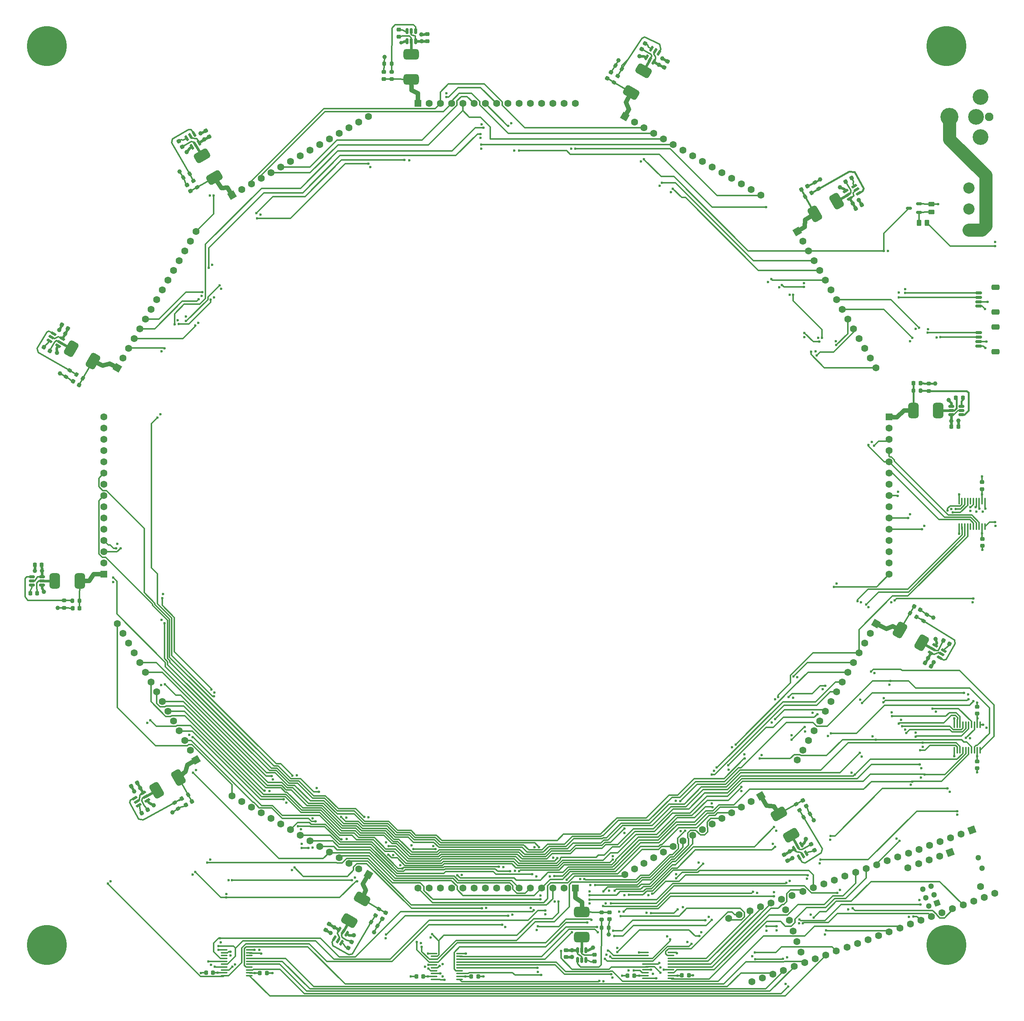
<source format=gtl>
%TF.GenerationSoftware,KiCad,Pcbnew,8.0.5*%
%TF.CreationDate,2024-10-09T16:00:04-04:00*%
%TF.ProjectId,teensy_arena_12-12,7465656e-7379-45f6-9172-656e615f3132,v0.2.1*%
%TF.SameCoordinates,Original*%
%TF.FileFunction,Copper,L1,Top*%
%TF.FilePolarity,Positive*%
%FSLAX46Y46*%
G04 Gerber Fmt 4.6, Leading zero omitted, Abs format (unit mm)*
G04 Created by KiCad (PCBNEW 8.0.5) date 2024-10-09 16:00:04*
%MOMM*%
%LPD*%
G01*
G04 APERTURE LIST*
G04 Aperture macros list*
%AMRoundRect*
0 Rectangle with rounded corners*
0 $1 Rounding radius*
0 $2 $3 $4 $5 $6 $7 $8 $9 X,Y pos of 4 corners*
0 Add a 4 corners polygon primitive as box body*
4,1,4,$2,$3,$4,$5,$6,$7,$8,$9,$2,$3,0*
0 Add four circle primitives for the rounded corners*
1,1,$1+$1,$2,$3*
1,1,$1+$1,$4,$5*
1,1,$1+$1,$6,$7*
1,1,$1+$1,$8,$9*
0 Add four rect primitives between the rounded corners*
20,1,$1+$1,$2,$3,$4,$5,0*
20,1,$1+$1,$4,$5,$6,$7,0*
20,1,$1+$1,$6,$7,$8,$9,0*
20,1,$1+$1,$8,$9,$2,$3,0*%
%AMRotRect*
0 Rectangle, with rotation*
0 The origin of the aperture is its center*
0 $1 length*
0 $2 width*
0 $3 Rotation angle, in degrees counterclockwise*
0 Add horizontal line*
21,1,$1,$2,0,0,$3*%
G04 Aperture macros list end*
%TA.AperFunction,SMDPad,CuDef*%
%ADD10RoundRect,0.587500X0.587500X1.162500X-0.587500X1.162500X-0.587500X-1.162500X0.587500X-1.162500X0*%
%TD*%
%TA.AperFunction,SMDPad,CuDef*%
%ADD11RoundRect,0.150000X-0.150000X0.512500X-0.150000X-0.512500X0.150000X-0.512500X0.150000X0.512500X0*%
%TD*%
%TA.AperFunction,SMDPad,CuDef*%
%ADD12RoundRect,0.225000X0.250000X-0.225000X0.250000X0.225000X-0.250000X0.225000X-0.250000X-0.225000X0*%
%TD*%
%TA.AperFunction,SMDPad,CuDef*%
%ADD13RoundRect,0.225000X0.329006X-0.069856X0.104006X0.319856X-0.329006X0.069856X-0.104006X-0.319856X0*%
%TD*%
%TA.AperFunction,ComponentPad*%
%ADD14C,9.000000*%
%TD*%
%TA.AperFunction,ComponentPad*%
%ADD15R,1.600000X1.600000*%
%TD*%
%TA.AperFunction,ComponentPad*%
%ADD16C,1.600000*%
%TD*%
%TA.AperFunction,SMDPad,CuDef*%
%ADD17RoundRect,0.225000X0.225000X0.250000X-0.225000X0.250000X-0.225000X-0.250000X0.225000X-0.250000X0*%
%TD*%
%TA.AperFunction,SMDPad,CuDef*%
%ADD18RoundRect,0.225000X-0.250000X0.225000X-0.250000X-0.225000X0.250000X-0.225000X0.250000X0.225000X0*%
%TD*%
%TA.AperFunction,SMDPad,CuDef*%
%ADD19RoundRect,0.200000X-0.200000X-0.275000X0.200000X-0.275000X0.200000X0.275000X-0.200000X0.275000X0*%
%TD*%
%TA.AperFunction,ComponentPad*%
%ADD20RotRect,1.600000X1.600000X240.000000*%
%TD*%
%TA.AperFunction,SMDPad,CuDef*%
%ADD21RoundRect,0.200000X0.200000X0.275000X-0.200000X0.275000X-0.200000X-0.275000X0.200000X-0.275000X0*%
%TD*%
%TA.AperFunction,SMDPad,CuDef*%
%ADD22RoundRect,0.225000X-0.104006X0.319856X-0.329006X-0.069856X0.104006X-0.319856X0.329006X0.069856X0*%
%TD*%
%TA.AperFunction,SMDPad,CuDef*%
%ADD23RoundRect,0.225000X-0.329006X0.069856X-0.104006X-0.319856X0.329006X-0.069856X0.104006X0.319856X0*%
%TD*%
%TA.AperFunction,SMDPad,CuDef*%
%ADD24RoundRect,0.225000X-0.225000X-0.250000X0.225000X-0.250000X0.225000X0.250000X-0.225000X0.250000X0*%
%TD*%
%TA.AperFunction,SMDPad,CuDef*%
%ADD25RoundRect,0.150000X-0.368838X-0.386154X0.518838X0.126346X0.368838X0.386154X-0.518838X-0.126346X0*%
%TD*%
%TA.AperFunction,ComponentPad*%
%ADD26C,2.540000*%
%TD*%
%TA.AperFunction,SMDPad,CuDef*%
%ADD27RoundRect,0.100000X0.637500X0.100000X-0.637500X0.100000X-0.637500X-0.100000X0.637500X-0.100000X0*%
%TD*%
%TA.AperFunction,SMDPad,CuDef*%
%ADD28RoundRect,0.225000X0.069856X0.329006X-0.319856X0.104006X-0.069856X-0.329006X0.319856X-0.104006X0*%
%TD*%
%TA.AperFunction,SMDPad,CuDef*%
%ADD29RoundRect,0.200000X-0.035705X-0.338157X0.310705X-0.138157X0.035705X0.338157X-0.310705X0.138157X0*%
%TD*%
%TA.AperFunction,SMDPad,CuDef*%
%ADD30RoundRect,0.100000X-0.100000X0.637500X-0.100000X-0.637500X0.100000X-0.637500X0.100000X0.637500X0*%
%TD*%
%TA.AperFunction,SMDPad,CuDef*%
%ADD31RoundRect,0.200000X0.338157X-0.035705X0.138157X0.310705X-0.338157X0.035705X-0.138157X-0.310705X0*%
%TD*%
%TA.AperFunction,SMDPad,CuDef*%
%ADD32RoundRect,0.200000X0.035705X0.338157X-0.310705X0.138157X-0.035705X-0.338157X0.310705X-0.138157X0*%
%TD*%
%TA.AperFunction,SMDPad,CuDef*%
%ADD33RoundRect,0.150000X-0.518838X0.126346X0.368838X-0.386154X0.518838X-0.126346X-0.368838X0.386154X0*%
%TD*%
%TA.AperFunction,ComponentPad*%
%ADD34RotRect,1.600000X1.600000X150.000000*%
%TD*%
%TA.AperFunction,ComponentPad*%
%ADD35RotRect,1.600000X1.600000X210.000000*%
%TD*%
%TA.AperFunction,SMDPad,CuDef*%
%ADD36RoundRect,0.587500X-1.300505X-0.072460X-0.713005X-1.090040X1.300505X0.072460X0.713005X1.090040X0*%
%TD*%
%TA.AperFunction,SMDPad,CuDef*%
%ADD37RoundRect,0.150000X0.625000X-0.150000X0.625000X0.150000X-0.625000X0.150000X-0.625000X-0.150000X0*%
%TD*%
%TA.AperFunction,SMDPad,CuDef*%
%ADD38RoundRect,0.250000X0.650000X-0.350000X0.650000X0.350000X-0.650000X0.350000X-0.650000X-0.350000X0*%
%TD*%
%TA.AperFunction,SMDPad,CuDef*%
%ADD39RoundRect,0.200000X-0.338157X0.035705X-0.138157X-0.310705X0.338157X-0.035705X0.138157X0.310705X0*%
%TD*%
%TA.AperFunction,SMDPad,CuDef*%
%ADD40RoundRect,0.200000X-0.138157X0.310705X-0.338157X-0.035705X0.138157X-0.310705X0.338157X0.035705X0*%
%TD*%
%TA.AperFunction,SMDPad,CuDef*%
%ADD41RoundRect,0.225000X-0.069856X-0.329006X0.319856X-0.104006X0.069856X0.329006X-0.319856X0.104006X0*%
%TD*%
%TA.AperFunction,SMDPad,CuDef*%
%ADD42RoundRect,0.200000X-0.310705X-0.138157X0.035705X-0.338157X0.310705X0.138157X-0.035705X0.338157X0*%
%TD*%
%TA.AperFunction,SMDPad,CuDef*%
%ADD43RoundRect,0.200000X0.275000X-0.200000X0.275000X0.200000X-0.275000X0.200000X-0.275000X-0.200000X0*%
%TD*%
%TA.AperFunction,SMDPad,CuDef*%
%ADD44RoundRect,0.225000X0.104006X-0.319856X0.329006X0.069856X-0.104006X0.319856X-0.329006X-0.069856X0*%
%TD*%
%TA.AperFunction,SMDPad,CuDef*%
%ADD45RoundRect,0.200000X0.138157X-0.310705X0.338157X0.035705X-0.138157X0.310705X-0.338157X-0.035705X0*%
%TD*%
%TA.AperFunction,SMDPad,CuDef*%
%ADD46RoundRect,0.587500X1.300505X0.072460X0.713005X1.090040X-1.300505X-0.072460X-0.713005X-1.090040X0*%
%TD*%
%TA.AperFunction,SMDPad,CuDef*%
%ADD47RoundRect,0.150000X0.512500X0.150000X-0.512500X0.150000X-0.512500X-0.150000X0.512500X-0.150000X0*%
%TD*%
%TA.AperFunction,SMDPad,CuDef*%
%ADD48RoundRect,0.587500X1.162500X-0.587500X1.162500X0.587500X-1.162500X0.587500X-1.162500X-0.587500X0*%
%TD*%
%TA.AperFunction,SMDPad,CuDef*%
%ADD49RoundRect,0.225000X-0.319856X-0.104006X0.069856X-0.329006X0.319856X0.104006X-0.069856X0.329006X0*%
%TD*%
%TA.AperFunction,SMDPad,CuDef*%
%ADD50RoundRect,0.150000X0.126346X0.518838X-0.386154X-0.368838X-0.126346X-0.518838X0.386154X0.368838X0*%
%TD*%
%TA.AperFunction,ComponentPad*%
%ADD51C,3.556000*%
%TD*%
%TA.AperFunction,ComponentPad*%
%ADD52C,1.930400*%
%TD*%
%TA.AperFunction,ComponentPad*%
%ADD53C,4.064000*%
%TD*%
%TA.AperFunction,SMDPad,CuDef*%
%ADD54RoundRect,0.225000X0.319856X0.104006X-0.069856X0.329006X-0.319856X-0.104006X0.069856X-0.329006X0*%
%TD*%
%TA.AperFunction,ComponentPad*%
%ADD55RotRect,1.600000X1.600000X30.000000*%
%TD*%
%TA.AperFunction,SMDPad,CuDef*%
%ADD56RoundRect,0.587500X-0.587500X-1.162500X0.587500X-1.162500X0.587500X1.162500X-0.587500X1.162500X0*%
%TD*%
%TA.AperFunction,SMDPad,CuDef*%
%ADD57RoundRect,0.250000X-0.262500X-0.450000X0.262500X-0.450000X0.262500X0.450000X-0.262500X0.450000X0*%
%TD*%
%TA.AperFunction,ComponentPad*%
%ADD58RotRect,1.600000X1.600000X200.000000*%
%TD*%
%TA.AperFunction,ComponentPad*%
%ADD59RotRect,1.300000X1.300000X200.000000*%
%TD*%
%TA.AperFunction,ComponentPad*%
%ADD60C,1.300000*%
%TD*%
%TA.AperFunction,SMDPad,CuDef*%
%ADD61RoundRect,0.150000X0.518838X-0.126346X-0.368838X0.386154X-0.518838X0.126346X0.368838X-0.386154X0*%
%TD*%
%TA.AperFunction,ComponentPad*%
%ADD62RotRect,1.600000X1.600000X60.000000*%
%TD*%
%TA.AperFunction,SMDPad,CuDef*%
%ADD63RoundRect,0.587500X0.713005X-1.090040X1.300505X-0.072460X-0.713005X1.090040X-1.300505X0.072460X0*%
%TD*%
%TA.AperFunction,ComponentPad*%
%ADD64RotRect,1.600000X1.600000X120.000000*%
%TD*%
%TA.AperFunction,SMDPad,CuDef*%
%ADD65RoundRect,0.150000X0.368838X0.386154X-0.518838X-0.126346X-0.368838X-0.386154X0.518838X0.126346X0*%
%TD*%
%TA.AperFunction,SMDPad,CuDef*%
%ADD66RoundRect,0.150000X0.150000X-0.512500X0.150000X0.512500X-0.150000X0.512500X-0.150000X-0.512500X0*%
%TD*%
%TA.AperFunction,SMDPad,CuDef*%
%ADD67RoundRect,0.587500X-0.713005X1.090040X-1.300505X0.072460X0.713005X-1.090040X1.300505X-0.072460X0*%
%TD*%
%TA.AperFunction,SMDPad,CuDef*%
%ADD68RoundRect,0.150000X-0.386154X0.368838X0.126346X-0.518838X0.386154X-0.368838X-0.126346X0.518838X0*%
%TD*%
%TA.AperFunction,SMDPad,CuDef*%
%ADD69RoundRect,0.587500X-1.090040X-0.713005X-0.072460X-1.300505X1.090040X0.713005X0.072460X1.300505X0*%
%TD*%
%TA.AperFunction,SMDPad,CuDef*%
%ADD70RoundRect,0.150000X-0.512500X-0.150000X0.512500X-0.150000X0.512500X0.150000X-0.512500X0.150000X0*%
%TD*%
%TA.AperFunction,SMDPad,CuDef*%
%ADD71RoundRect,0.200000X0.310705X0.138157X-0.035705X0.338157X-0.310705X-0.138157X0.035705X-0.338157X0*%
%TD*%
%TA.AperFunction,SMDPad,CuDef*%
%ADD72RoundRect,0.587500X-0.072460X1.300505X-1.090040X0.713005X0.072460X-1.300505X1.090040X-0.713005X0*%
%TD*%
%TA.AperFunction,SMDPad,CuDef*%
%ADD73RoundRect,0.200000X-0.275000X0.200000X-0.275000X-0.200000X0.275000X-0.200000X0.275000X0.200000X0*%
%TD*%
%TA.AperFunction,SMDPad,CuDef*%
%ADD74RoundRect,0.587500X0.072460X-1.300505X1.090040X-0.713005X-0.072460X1.300505X-1.090040X0.713005X0*%
%TD*%
%TA.AperFunction,SMDPad,CuDef*%
%ADD75RoundRect,0.150000X-0.126346X-0.518838X0.386154X0.368838X0.126346X0.518838X-0.386154X-0.368838X0*%
%TD*%
%TA.AperFunction,SMDPad,CuDef*%
%ADD76RoundRect,0.587500X1.090040X0.713005X0.072460X1.300505X-1.090040X-0.713005X-0.072460X-1.300505X0*%
%TD*%
%TA.AperFunction,ComponentPad*%
%ADD77RotRect,1.600000X1.600000X300.000000*%
%TD*%
%TA.AperFunction,SMDPad,CuDef*%
%ADD78RoundRect,0.587500X-1.162500X0.587500X-1.162500X-0.587500X1.162500X-0.587500X1.162500X0.587500X0*%
%TD*%
%TA.AperFunction,ComponentPad*%
%ADD79RotRect,1.600000X1.600000X330.000000*%
%TD*%
%TA.AperFunction,SMDPad,CuDef*%
%ADD80RoundRect,0.250000X-0.450000X0.262500X-0.450000X-0.262500X0.450000X-0.262500X0.450000X0.262500X0*%
%TD*%
%TA.AperFunction,SMDPad,CuDef*%
%ADD81RoundRect,0.150000X0.386154X-0.368838X-0.126346X0.518838X-0.386154X0.368838X0.126346X-0.518838X0*%
%TD*%
%TA.AperFunction,ViaPad*%
%ADD82C,0.600000*%
%TD*%
%TA.AperFunction,ViaPad*%
%ADD83C,1.000000*%
%TD*%
%TA.AperFunction,ViaPad*%
%ADD84C,0.800000*%
%TD*%
%TA.AperFunction,Conductor*%
%ADD85C,0.300000*%
%TD*%
%TA.AperFunction,Conductor*%
%ADD86C,0.400000*%
%TD*%
%TA.AperFunction,Conductor*%
%ADD87C,3.000000*%
%TD*%
%TA.AperFunction,Conductor*%
%ADD88C,0.600000*%
%TD*%
%TA.AperFunction,Conductor*%
%ADD89C,1.000000*%
%TD*%
G04 APERTURE END LIST*
D10*
%TO.P,L1,1*%
%TO.N,Net-(U6-SW)*%
X277583600Y-158546800D03*
%TO.P,L1,2*%
%TO.N,/Panel Headers/POW.5V_HDR_1*%
X271933600Y-158546800D03*
%TD*%
D11*
%TO.P,U15,1,GND*%
%TO.N,GND*%
X198003200Y-280511900D03*
%TO.P,U15,2,SW*%
%TO.N,Net-(U15-SW)*%
X197053200Y-280511900D03*
%TO.P,U15,3,VIN*%
%TO.N,VCC*%
X196103200Y-280511900D03*
%TO.P,U15,4,VFB*%
%TO.N,Net-(U15-VFB)*%
X196103200Y-282786900D03*
%TO.P,U15,5,EN*%
%TO.N,VCC*%
X197053200Y-282786900D03*
%TO.P,U15,6,VBST*%
%TO.N,Net-(U15-VBST)*%
X198003200Y-282786900D03*
%TD*%
D12*
%TO.P,C3,1*%
%TO.N,+3.3V*%
X286385000Y-227055000D03*
%TO.P,C3,2*%
%TO.N,GND*%
X286385000Y-225505000D03*
%TD*%
D13*
%TO.P,C23,1*%
%TO.N,VCC*%
X112872100Y-96634370D03*
%TO.P,C23,2*%
%TO.N,GND*%
X112097100Y-95292030D03*
%TD*%
D14*
%TO.P,H1,1,1*%
%TO.N,GND*%
X76200000Y-76200000D03*
%TD*%
D15*
%TO.P,P10,1*%
%TO.N,/Panel Headers/POW.5V_HDR_10*%
X195580000Y-266474000D03*
D16*
%TO.P,P10,2*%
%TO.N,GND*%
X193040000Y-266474000D03*
%TO.P,P10,3*%
%TO.N,/Panel Headers/RESET*%
X190500000Y-266474000D03*
%TO.P,P10,4*%
%TO.N,/Level Shifters/PAN5V.SCK_1*%
X187960000Y-266474000D03*
%TO.P,P10,5*%
%TO.N,/Level Shifters/PAN5V.MOSI_1*%
X185420000Y-266474000D03*
%TO.P,P10,6*%
%TO.N,/Level Shifters/PAN5V.MISO_1*%
X182880000Y-266474000D03*
%TO.P,P10,7*%
%TO.N,/Level Shifters/PAN5V.CS_15*%
X180340000Y-266474000D03*
%TO.P,P10,8*%
%TO.N,/Level Shifters/PAN5V.CS_16*%
X177800000Y-266474000D03*
%TO.P,P10,9*%
%TO.N,/Level Shifters/PAN5V.CS_17*%
X175260000Y-266474000D03*
%TO.P,P10,10*%
%TO.N,/Level Shifters/PAN5V.CS_18*%
X172720000Y-266474000D03*
%TO.P,P10,11*%
%TO.N,/Level Shifters/PAN5V.CS_19*%
X170180000Y-266474000D03*
%TO.P,P10,12*%
%TO.N,unconnected-(P10-Pad12)*%
X167640000Y-266474000D03*
%TO.P,P10,13*%
%TO.N,unconnected-(P10-Pad13)*%
X165100000Y-266474000D03*
%TO.P,P10,14*%
%TO.N,unconnected-(P10-Pad14)*%
X162560000Y-266474000D03*
%TO.P,P10,15*%
%TO.N,/Level Shifters/PAN5V.EXT_INT*%
X160020000Y-266474000D03*
%TD*%
D17*
%TO.P,C6,1*%
%TO.N,+5V*%
X208899000Y-286268000D03*
%TO.P,C6,2*%
%TO.N,GND*%
X207349000Y-286268000D03*
%TD*%
D18*
%TO.P,C22,1*%
%TO.N,GND*%
X152323800Y-82040200D03*
%TO.P,C22,2*%
%TO.N,/Panel Headers/POW.5V_HDR_4*%
X152323800Y-83590200D03*
%TD*%
D19*
%TO.P,R22,1*%
%TO.N,Net-(U15-VFB)*%
X201498200Y-275464200D03*
%TO.P,R22,2*%
%TO.N,GND*%
X203148200Y-275464200D03*
%TD*%
D20*
%TO.P,P12,1*%
%TO.N,/Panel Headers/POW.5V_HDR_12*%
X263484000Y-206739068D03*
D16*
%TO.P,P12,2*%
%TO.N,GND*%
X262214000Y-208938773D03*
%TO.P,P12,3*%
%TO.N,/Panel Headers/RESET*%
X260944000Y-211138477D03*
%TO.P,P12,4*%
%TO.N,/Level Shifters/PAN5V.SCK_1*%
X259674000Y-213338182D03*
%TO.P,P12,5*%
%TO.N,/Level Shifters/PAN5V.MOSI_1*%
X258404000Y-215537886D03*
%TO.P,P12,6*%
%TO.N,/Level Shifters/PAN5V.MISO_1*%
X257134000Y-217737591D03*
%TO.P,P12,7*%
%TO.N,/Level Shifters/PAN5V.CS_25*%
X255864000Y-219937295D03*
%TO.P,P12,8*%
%TO.N,/Level Shifters/PAN5V.CS_26*%
X254594000Y-222137000D03*
%TO.P,P12,9*%
%TO.N,/Level Shifters/PAN5V.CS_27*%
X253324000Y-224336705D03*
%TO.P,P12,10*%
%TO.N,/Level Shifters/PAN5V.CS_28*%
X252054000Y-226536409D03*
%TO.P,P12,11*%
%TO.N,/Level Shifters/PAN5V.CS_29*%
X250784000Y-228736114D03*
%TO.P,P12,12*%
%TO.N,unconnected-(P12-Pad12)*%
X249514000Y-230935818D03*
%TO.P,P12,13*%
%TO.N,unconnected-(P12-Pad13)*%
X248244000Y-233135523D03*
%TO.P,P12,14*%
%TO.N,unconnected-(P12-Pad14)*%
X246974000Y-235335227D03*
%TO.P,P12,15*%
%TO.N,/Level Shifters/PAN5V.EXT_INT*%
X245704000Y-237534932D03*
%TD*%
D21*
%TO.P,R10,1*%
%TO.N,Net-(U9-VFB)*%
X154101800Y-80135800D03*
%TO.P,R10,2*%
%TO.N,GND*%
X152451800Y-80135800D03*
%TD*%
D15*
%TO.P,P7,1*%
%TO.N,/Panel Headers/POW.5V_HDR_7*%
X89126000Y-195580000D03*
D16*
%TO.P,P7,2*%
%TO.N,GND*%
X89126000Y-193040000D03*
%TO.P,P7,3*%
%TO.N,/Panel Headers/RESET*%
X89126000Y-190500000D03*
%TO.P,P7,4*%
%TO.N,/Level Shifters/PAN5V.SCK_1*%
X89126000Y-187960000D03*
%TO.P,P7,5*%
%TO.N,/Level Shifters/PAN5V.MOSI_1*%
X89126000Y-185420000D03*
%TO.P,P7,6*%
%TO.N,/Level Shifters/PAN5V.MISO_1*%
X89126000Y-182880000D03*
%TO.P,P7,7*%
%TO.N,/Level Shifters/PAN5V.CS_00*%
X89126000Y-180340000D03*
%TO.P,P7,8*%
%TO.N,/Level Shifters/PAN5V.CS_01*%
X89126000Y-177800000D03*
%TO.P,P7,9*%
%TO.N,/Level Shifters/PAN5V.CS_02*%
X89126000Y-175260000D03*
%TO.P,P7,10*%
%TO.N,/Level Shifters/PAN5V.CS_03*%
X89126000Y-172720000D03*
%TO.P,P7,11*%
%TO.N,/Level Shifters/PAN5V.CS_04*%
X89126000Y-170180000D03*
%TO.P,P7,12*%
%TO.N,unconnected-(P7-Pad12)*%
X89126000Y-167640000D03*
%TO.P,P7,13*%
%TO.N,unconnected-(P7-Pad13)*%
X89126000Y-165100000D03*
%TO.P,P7,14*%
%TO.N,unconnected-(P7-Pad14)*%
X89126000Y-162560000D03*
%TO.P,P7,15*%
%TO.N,/Level Shifters/PAN5V.EXT_INT*%
X89126000Y-160020000D03*
%TD*%
D22*
%TO.P,C18,1*%
%TO.N,Net-(U8-VBST)*%
X211323300Y-75540030D03*
%TO.P,C18,2*%
%TO.N,Net-(U8-SW)*%
X210548300Y-76882370D03*
%TD*%
D23*
%TO.P,C24,1*%
%TO.N,Net-(U10-VBST)*%
X106001900Y-97638030D03*
%TO.P,C24,2*%
%TO.N,Net-(U10-SW)*%
X106776900Y-98980370D03*
%TD*%
D24*
%TO.P,C30,1*%
%TO.N,Net-(U12-VBST)*%
X72478600Y-199898000D03*
%TO.P,C30,2*%
%TO.N,Net-(U12-SW)*%
X74028600Y-199898000D03*
%TD*%
D25*
%TO.P,U7,1,GND*%
%TO.N,GND*%
X256649496Y-108947526D03*
%TO.P,U7,2,SW*%
%TO.N,Net-(U7-SW)*%
X257124496Y-109770250D03*
%TO.P,U7,3,VIN*%
%TO.N,VCC*%
X257599496Y-110592974D03*
%TO.P,U7,4,VFB*%
%TO.N,Net-(U7-VFB)*%
X259569704Y-109455474D03*
%TO.P,U7,5,EN*%
%TO.N,VCC*%
X259094704Y-108632750D03*
%TO.P,U7,6,VBST*%
%TO.N,Net-(U7-VBST)*%
X258619704Y-107810026D03*
%TD*%
D24*
%TO.P,C31,1*%
%TO.N,GND*%
X82040200Y-203276200D03*
%TO.P,C31,2*%
%TO.N,/Panel Headers/POW.5V_HDR_7*%
X83590200Y-203276200D03*
%TD*%
D26*
%TO.P,SW1,1,A*%
%TO.N,/Power & Voltage Regulators/SW_VCC*%
X284480000Y-117752500D03*
%TO.P,SW1,2,B*%
%TO.N,VCC*%
X284480000Y-113002700D03*
%TO.P,SW1,3,C*%
%TO.N,GND*%
X284480000Y-108252900D03*
%TD*%
D27*
%TO.P,U3,1,A1*%
%TO.N,/Level Shifters/PAN3V.CS_08*%
X217171100Y-286926600D03*
%TO.P,U3,2,VCCA*%
%TO.N,+3.3V*%
X217171100Y-286276600D03*
%TO.P,U3,3,A2*%
%TO.N,/Level Shifters/PAN3V.CS_09*%
X217171100Y-285626600D03*
%TO.P,U3,4,A3*%
%TO.N,/Level Shifters/PAN3V.CS_10*%
X217171100Y-284976600D03*
%TO.P,U3,5,A4*%
%TO.N,/Level Shifters/PAN3V.CS_11*%
X217171100Y-284326600D03*
%TO.P,U3,6,A5*%
%TO.N,/Level Shifters/PAN3V.CS_12*%
X217171100Y-283676600D03*
%TO.P,U3,7,A6*%
%TO.N,/Level Shifters/PAN3V.CS_13*%
X217171100Y-283026600D03*
%TO.P,U3,8,A7*%
%TO.N,/Level Shifters/PAN3V.CS_14*%
X217171100Y-282376600D03*
%TO.P,U3,9,A8*%
%TO.N,/Level Shifters/PAN3V.CS_15*%
X217171100Y-281726600D03*
%TO.P,U3,10,OE*%
%TO.N,+3.3V*%
X217171100Y-281076600D03*
%TO.P,U3,11,GND*%
%TO.N,GND*%
X211446100Y-281076600D03*
%TO.P,U3,12,B8*%
%TO.N,/Level Shifters/PAN5V.CS_15*%
X211446100Y-281726600D03*
%TO.P,U3,13,B7*%
%TO.N,/Level Shifters/PAN5V.CS_14*%
X211446100Y-282376600D03*
%TO.P,U3,14,B6*%
%TO.N,/Level Shifters/PAN5V.CS_13*%
X211446100Y-283026600D03*
%TO.P,U3,15,B5*%
%TO.N,/Level Shifters/PAN5V.CS_12*%
X211446100Y-283676600D03*
%TO.P,U3,16,B4*%
%TO.N,/Level Shifters/PAN5V.CS_11*%
X211446100Y-284326600D03*
%TO.P,U3,17,B3*%
%TO.N,/Level Shifters/PAN5V.CS_10*%
X211446100Y-284976600D03*
%TO.P,U3,18,B2*%
%TO.N,/Level Shifters/PAN5V.CS_09*%
X211446100Y-285626600D03*
%TO.P,U3,19,VCCB*%
%TO.N,+5V*%
X211446100Y-286276600D03*
%TO.P,U3,20,B1*%
%TO.N,/Level Shifters/PAN5V.CS_08*%
X211446100Y-286926600D03*
%TD*%
D28*
%TO.P,C32,1*%
%TO.N,VCC*%
X96634370Y-242727900D03*
%TO.P,C32,2*%
%TO.N,GND*%
X95292030Y-243502900D03*
%TD*%
D29*
%TO.P,R24,1*%
%TO.N,Net-(U16-VFB)*%
X247155329Y-250530600D03*
%TO.P,R24,2*%
%TO.N,GND*%
X248584271Y-249705600D03*
%TD*%
D17*
%TO.P,C8,1*%
%TO.N,+5V*%
X161254400Y-286491200D03*
%TO.P,C8,2*%
%TO.N,GND*%
X159704400Y-286491200D03*
%TD*%
D30*
%TO.P,U2,1,A1*%
%TO.N,/Level Shifters/PAN3V.CS_00*%
X287050200Y-229613400D03*
%TO.P,U2,2,VCCA*%
%TO.N,+3.3V*%
X286400200Y-229613400D03*
%TO.P,U2,3,A2*%
%TO.N,/Level Shifters/PAN3V.CS_01*%
X285750200Y-229613400D03*
%TO.P,U2,4,A3*%
%TO.N,/Level Shifters/PAN3V.CS_02*%
X285100200Y-229613400D03*
%TO.P,U2,5,A4*%
%TO.N,/Level Shifters/PAN3V.CS_03*%
X284450200Y-229613400D03*
%TO.P,U2,6,A5*%
%TO.N,/Level Shifters/PAN3V.CS_04*%
X283800200Y-229613400D03*
%TO.P,U2,7,A6*%
%TO.N,/Level Shifters/PAN3V.CS_05*%
X283150200Y-229613400D03*
%TO.P,U2,8,A7*%
%TO.N,/Level Shifters/PAN3V.CS_06*%
X282500200Y-229613400D03*
%TO.P,U2,9,A8*%
%TO.N,/Level Shifters/PAN3V.CS_07*%
X281850200Y-229613400D03*
%TO.P,U2,10,OE*%
%TO.N,+3.3V*%
X281200200Y-229613400D03*
%TO.P,U2,11,GND*%
%TO.N,GND*%
X281200200Y-235338400D03*
%TO.P,U2,12,B8*%
%TO.N,/Level Shifters/PAN5V.CS_07*%
X281850200Y-235338400D03*
%TO.P,U2,13,B7*%
%TO.N,/Level Shifters/PAN5V.CS_06*%
X282500200Y-235338400D03*
%TO.P,U2,14,B6*%
%TO.N,/Level Shifters/PAN5V.CS_05*%
X283150200Y-235338400D03*
%TO.P,U2,15,B5*%
%TO.N,/Level Shifters/PAN5V.CS_04*%
X283800200Y-235338400D03*
%TO.P,U2,16,B4*%
%TO.N,/Level Shifters/PAN5V.CS_03*%
X284450200Y-235338400D03*
%TO.P,U2,17,B3*%
%TO.N,/Level Shifters/PAN5V.CS_02*%
X285100200Y-235338400D03*
%TO.P,U2,18,B2*%
%TO.N,/Level Shifters/PAN5V.CS_01*%
X285750200Y-235338400D03*
%TO.P,U2,19,VCCB*%
%TO.N,+5V*%
X286400200Y-235338400D03*
%TO.P,U2,20,B1*%
%TO.N,/Level Shifters/PAN5V.CS_00*%
X287050200Y-235338400D03*
%TD*%
D31*
%TO.P,R11,1*%
%TO.N,/Panel Headers/POW.5V_HDR_5*%
X110168700Y-108106271D03*
%TO.P,R11,2*%
%TO.N,Net-(U10-VFB)*%
X109343700Y-106677329D03*
%TD*%
D32*
%TO.P,R17,1*%
%TO.N,/Panel Headers/POW.5V_HDR_8*%
X108106271Y-245431300D03*
%TO.P,R17,2*%
%TO.N,Net-(U13-VFB)*%
X106677329Y-246256300D03*
%TD*%
D33*
%TO.P,U17,1,GND*%
%TO.N,GND*%
X276852696Y-211659426D03*
%TO.P,U17,2,SW*%
%TO.N,Net-(U17-SW)*%
X276377696Y-212482150D03*
%TO.P,U17,3,VIN*%
%TO.N,VCC*%
X275902696Y-213304874D03*
%TO.P,U17,4,VFB*%
%TO.N,Net-(U17-VFB)*%
X277872904Y-214442374D03*
%TO.P,U17,5,EN*%
%TO.N,VCC*%
X278347904Y-213619650D03*
%TO.P,U17,6,VBST*%
%TO.N,Net-(U17-VBST)*%
X278822904Y-212796926D03*
%TD*%
D34*
%TO.P,P9,1*%
%TO.N,/Panel Headers/POW.5V_HDR_9*%
X148860932Y-263484000D03*
D16*
%TO.P,P9,2*%
%TO.N,GND*%
X146661227Y-262214000D03*
%TO.P,P9,3*%
%TO.N,/Panel Headers/RESET*%
X144461523Y-260944000D03*
%TO.P,P9,4*%
%TO.N,/Level Shifters/PAN5V.SCK_1*%
X142261818Y-259674000D03*
%TO.P,P9,5*%
%TO.N,/Level Shifters/PAN5V.MOSI_1*%
X140062114Y-258404000D03*
%TO.P,P9,6*%
%TO.N,/Level Shifters/PAN5V.MISO_1*%
X137862409Y-257134000D03*
%TO.P,P9,7*%
%TO.N,/Level Shifters/PAN5V.CS_10*%
X135662705Y-255864000D03*
%TO.P,P9,8*%
%TO.N,/Level Shifters/PAN5V.CS_11*%
X133463000Y-254594000D03*
%TO.P,P9,9*%
%TO.N,/Level Shifters/PAN5V.CS_12*%
X131263295Y-253324000D03*
%TO.P,P9,10*%
%TO.N,/Level Shifters/PAN5V.CS_13*%
X129063591Y-252054000D03*
%TO.P,P9,11*%
%TO.N,/Level Shifters/PAN5V.CS_14*%
X126863886Y-250784000D03*
%TO.P,P9,12*%
%TO.N,unconnected-(P9-Pad12)*%
X124664182Y-249514000D03*
%TO.P,P9,13*%
%TO.N,unconnected-(P9-Pad13)*%
X122464477Y-248244000D03*
%TO.P,P9,14*%
%TO.N,unconnected-(P9-Pad14)*%
X120264773Y-246974000D03*
%TO.P,P9,15*%
%TO.N,/Level Shifters/PAN5V.EXT_INT*%
X118065068Y-245704000D03*
%TD*%
D35*
%TO.P,P11,1*%
%TO.N,/Panel Headers/POW.5V_HDR_11*%
X237534932Y-245704000D03*
D16*
%TO.P,P11,2*%
%TO.N,GND*%
X235335227Y-246974000D03*
%TO.P,P11,3*%
%TO.N,/Panel Headers/RESET*%
X233135523Y-248244000D03*
%TO.P,P11,4*%
%TO.N,/Level Shifters/PAN5V.SCK_1*%
X230935818Y-249514000D03*
%TO.P,P11,5*%
%TO.N,/Level Shifters/PAN5V.MOSI_1*%
X228736114Y-250784000D03*
%TO.P,P11,6*%
%TO.N,/Level Shifters/PAN5V.MISO_1*%
X226536409Y-252054000D03*
%TO.P,P11,7*%
%TO.N,/Level Shifters/PAN5V.CS_20*%
X224336705Y-253324000D03*
%TO.P,P11,8*%
%TO.N,/Level Shifters/PAN5V.CS_21*%
X222137000Y-254594000D03*
%TO.P,P11,9*%
%TO.N,/Level Shifters/PAN5V.CS_22*%
X219937295Y-255864000D03*
%TO.P,P11,10*%
%TO.N,/Level Shifters/PAN5V.CS_23*%
X217737591Y-257134000D03*
%TO.P,P11,11*%
%TO.N,/Level Shifters/PAN5V.CS_24*%
X215537886Y-258404000D03*
%TO.P,P11,12*%
%TO.N,unconnected-(P11-Pad12)*%
X213338182Y-259674000D03*
%TO.P,P11,13*%
%TO.N,unconnected-(P11-Pad13)*%
X211138477Y-260944000D03*
%TO.P,P11,14*%
%TO.N,unconnected-(P11-Pad14)*%
X208938773Y-262214000D03*
%TO.P,P11,15*%
%TO.N,/Level Shifters/PAN5V.EXT_INT*%
X206739068Y-263484000D03*
%TD*%
D18*
%TO.P,C21,1*%
%TO.N,Net-(U9-VBST)*%
X155702000Y-72478600D03*
%TO.P,C21,2*%
%TO.N,Net-(U9-SW)*%
X155702000Y-74028600D03*
%TD*%
D36*
%TO.P,L5,1*%
%TO.N,Net-(U10-SW)*%
X111234400Y-101011428D03*
%TO.P,L5,2*%
%TO.N,/Panel Headers/POW.5V_HDR_5*%
X114059400Y-105904471D03*
%TD*%
D24*
%TO.P,C9,1*%
%TO.N,+3.3V*%
X124332400Y-285699200D03*
%TO.P,C9,2*%
%TO.N,GND*%
X125882400Y-285699200D03*
%TD*%
D37*
%TO.P,J3,1,Pin_1*%
%TO.N,GND*%
X286675600Y-134951600D03*
%TO.P,J3,2,Pin_2*%
%TO.N,+3.3V*%
X286675600Y-133951600D03*
%TO.P,J3,3,Pin_3*%
%TO.N,/Teensy/A0*%
X286675600Y-132951600D03*
%TO.P,J3,4,Pin_4*%
%TO.N,/Teensy/A1*%
X286675600Y-131951600D03*
D38*
%TO.P,J3,MP*%
%TO.N,N/C*%
X290550600Y-136251600D03*
X290550600Y-130651600D03*
%TD*%
D39*
%TO.P,R18,1*%
%TO.N,Net-(U13-VFB)*%
X105069400Y-247155329D03*
%TO.P,R18,2*%
%TO.N,GND*%
X105894400Y-248584271D03*
%TD*%
D40*
%TO.P,R14,1*%
%TO.N,Net-(U11-VFB)*%
X81371200Y-149491129D03*
%TO.P,R14,2*%
%TO.N,GND*%
X80546200Y-150920071D03*
%TD*%
D18*
%TO.P,C2,1*%
%TO.N,+5V*%
X287528000Y-187553000D03*
%TO.P,C2,2*%
%TO.N,GND*%
X287528000Y-189103000D03*
%TD*%
D41*
%TO.P,C33,1*%
%TO.N,Net-(U13-VBST)*%
X97638030Y-249598100D03*
%TO.P,C33,2*%
%TO.N,Net-(U13-SW)*%
X98980370Y-248823100D03*
%TD*%
D24*
%TO.P,C5,1*%
%TO.N,+3.3V*%
X219684000Y-286258000D03*
%TO.P,C5,2*%
%TO.N,GND*%
X221234000Y-286258000D03*
%TD*%
D42*
%TO.P,R25,1*%
%TO.N,/Panel Headers/POW.5V_HDR_12*%
X271217329Y-204340900D03*
%TO.P,R25,2*%
%TO.N,Net-(U17-VFB)*%
X272646271Y-205165900D03*
%TD*%
D17*
%TO.P,C29,1*%
%TO.N,VCC*%
X75044600Y-193446400D03*
%TO.P,C29,2*%
%TO.N,GND*%
X73494600Y-193446400D03*
%TD*%
%TO.P,C10,1*%
%TO.N,+5V*%
X113732400Y-285659200D03*
%TO.P,C10,2*%
%TO.N,GND*%
X112182400Y-285659200D03*
%TD*%
D43*
%TO.P,R4,1*%
%TO.N,Net-(U6-VFB)*%
X275464200Y-154101800D03*
%TO.P,R4,2*%
%TO.N,GND*%
X275464200Y-152451800D03*
%TD*%
D29*
%TO.P,R5,1*%
%TO.N,/Panel Headers/POW.5V_HDR_2*%
X247493729Y-110168700D03*
%TO.P,R5,2*%
%TO.N,Net-(U7-VFB)*%
X248922671Y-109343700D03*
%TD*%
D31*
%TO.P,R6,1*%
%TO.N,Net-(U7-VFB)*%
X250530600Y-108444671D03*
%TO.P,R6,2*%
%TO.N,GND*%
X249705600Y-107015729D03*
%TD*%
D44*
%TO.P,C37,1*%
%TO.N,GND*%
X151983100Y-273468470D03*
%TO.P,C37,2*%
%TO.N,/Panel Headers/POW.5V_HDR_9*%
X152758100Y-272126130D03*
%TD*%
D12*
%TO.P,C39,1*%
%TO.N,Net-(U15-VBST)*%
X199898000Y-283121400D03*
%TO.P,C39,2*%
%TO.N,Net-(U15-SW)*%
X199898000Y-281571400D03*
%TD*%
D41*
%TO.P,C14,1*%
%TO.N,VCC*%
X258965630Y-112872100D03*
%TO.P,C14,2*%
%TO.N,GND*%
X260307970Y-112097100D03*
%TD*%
D45*
%TO.P,R7,1*%
%TO.N,/Panel Headers/POW.5V_HDR_3*%
X204340900Y-84382671D03*
%TO.P,R7,2*%
%TO.N,Net-(U8-VFB)*%
X205165900Y-82953729D03*
%TD*%
D14*
%TO.P,H3,1,1*%
%TO.N,GND*%
X279400000Y-279400000D03*
%TD*%
D30*
%TO.P,U1,1,A1*%
%TO.N,/Level Shifters/PAN3V.RESET*%
X288126000Y-179047000D03*
%TO.P,U1,2,VCCA*%
%TO.N,+3.3V*%
X287476000Y-179047000D03*
%TO.P,U1,3,A2*%
%TO.N,/Level Shifters/PAN3V.SCK_0*%
X286826000Y-179047000D03*
%TO.P,U1,4,A3*%
%TO.N,/Level Shifters/PAN3V.MOSI_0*%
X286176000Y-179047000D03*
%TO.P,U1,5,A4*%
%TO.N,/Level Shifters/PAN3V.MISO_0*%
X285526000Y-179047000D03*
%TO.P,U1,6,A5*%
%TO.N,unconnected-(U1-A5-Pad6)*%
X284876000Y-179047000D03*
%TO.P,U1,7,A6*%
%TO.N,/Level Shifters/PAN3V.SCK_1*%
X284226000Y-179047000D03*
%TO.P,U1,8,A7*%
%TO.N,/Level Shifters/PAN3V.MOSI_1*%
X283576000Y-179047000D03*
%TO.P,U1,9,A8*%
%TO.N,/Level Shifters/PAN3V.MISO_1*%
X282926000Y-179047000D03*
%TO.P,U1,10,OE*%
%TO.N,+3.3V*%
X282276000Y-179047000D03*
%TO.P,U1,11,GND*%
%TO.N,GND*%
X282276000Y-184772000D03*
%TO.P,U1,12,B8*%
%TO.N,/Level Shifters/PAN5V.MISO_1*%
X282926000Y-184772000D03*
%TO.P,U1,13,B7*%
%TO.N,/Level Shifters/PAN5V.MOSI_1*%
X283576000Y-184772000D03*
%TO.P,U1,14,B6*%
%TO.N,/Level Shifters/PAN5V.SCK_1*%
X284226000Y-184772000D03*
%TO.P,U1,15,B5*%
%TO.N,unconnected-(U1-B5-Pad15)*%
X284876000Y-184772000D03*
%TO.P,U1,16,B4*%
%TO.N,/Level Shifters/PAN5V.MISO_0*%
X285526000Y-184772000D03*
%TO.P,U1,17,B3*%
%TO.N,/Level Shifters/PAN5V.MOSI_0*%
X286176000Y-184772000D03*
%TO.P,U1,18,B2*%
%TO.N,/Level Shifters/PAN5V.SCK_0*%
X286826000Y-184772000D03*
%TO.P,U1,19,VCCB*%
%TO.N,+5V*%
X287476000Y-184772000D03*
%TO.P,U1,20,B1*%
%TO.N,/Level Shifters/PAN5V.RESET*%
X288126000Y-184772000D03*
%TD*%
D46*
%TO.P,L11,1*%
%TO.N,Net-(U16-SW)*%
X244365600Y-254588572D03*
%TO.P,L11,2*%
%TO.N,/Panel Headers/POW.5V_HDR_11*%
X241540600Y-249695529D03*
%TD*%
D47*
%TO.P,Q2,1,G*%
%TO.N,Net-(Q2-G)*%
X273238400Y-113751400D03*
%TO.P,Q2,2,S*%
%TO.N,GND*%
X273238400Y-111851400D03*
%TO.P,Q2,3,D*%
%TO.N,/Panel Headers/RESET*%
X270963400Y-112801400D03*
%TD*%
D14*
%TO.P,H4,1,1*%
%TO.N,GND*%
X76200000Y-279400000D03*
%TD*%
D48*
%TO.P,L10,1*%
%TO.N,Net-(U15-SW)*%
X197053200Y-277583600D03*
%TO.P,L10,2*%
%TO.N,/Panel Headers/POW.5V_HDR_10*%
X197053200Y-271933600D03*
%TD*%
D49*
%TO.P,C44,1*%
%TO.N,VCC*%
X274612030Y-215627500D03*
%TO.P,C44,2*%
%TO.N,GND*%
X275954370Y-216402500D03*
%TD*%
D50*
%TO.P,U14,1,GND*%
%TO.N,GND*%
X143940574Y-276852696D03*
%TO.P,U14,2,SW*%
%TO.N,Net-(U14-SW)*%
X143117850Y-276377696D03*
%TO.P,U14,3,VIN*%
%TO.N,VCC*%
X142295126Y-275902696D03*
%TO.P,U14,4,VFB*%
%TO.N,Net-(U14-VFB)*%
X141157626Y-277872904D03*
%TO.P,U14,5,EN*%
%TO.N,VCC*%
X141980350Y-278347904D03*
%TO.P,U14,6,VBST*%
%TO.N,Net-(U14-VBST)*%
X142803074Y-278822904D03*
%TD*%
D42*
%TO.P,R20,1*%
%TO.N,Net-(U14-VFB)*%
X149491129Y-274228800D03*
%TO.P,R20,2*%
%TO.N,GND*%
X150920071Y-275053800D03*
%TD*%
D51*
%TO.P,J1,*%
%TO.N,*%
X287096200Y-87706200D03*
D52*
X289102800Y-92202000D03*
D51*
X287096200Y-96697800D03*
D53*
%TO.P,J1,1*%
%TO.N,/Power & Voltage Regulators/SW_VCC*%
X280111200Y-92202000D03*
D51*
%TO.P,J1,2*%
%TO.N,GND*%
X286105600Y-92202000D03*
%TD*%
D54*
%TO.P,C26,1*%
%TO.N,VCC*%
X80987970Y-139972500D03*
%TO.P,C26,2*%
%TO.N,GND*%
X79645630Y-139197500D03*
%TD*%
%TO.P,C46,1*%
%TO.N,GND*%
X273468570Y-203616900D03*
%TO.P,C46,2*%
%TO.N,/Panel Headers/POW.5V_HDR_12*%
X272126230Y-202841900D03*
%TD*%
D24*
%TO.P,C11,1*%
%TO.N,VCC*%
X280555400Y-162153600D03*
%TO.P,C11,2*%
%TO.N,GND*%
X282105400Y-162153600D03*
%TD*%
D55*
%TO.P,P5,1*%
%TO.N,/Panel Headers/POW.5V_HDR_5*%
X118065068Y-109896000D03*
D16*
%TO.P,P5,2*%
%TO.N,GND*%
X120264773Y-108626000D03*
%TO.P,P5,3*%
%TO.N,/Panel Headers/RESET*%
X122464477Y-107356000D03*
%TO.P,P5,4*%
%TO.N,/Level Shifters/PAN5V.SCK_0*%
X124664182Y-106086000D03*
%TO.P,P5,5*%
%TO.N,/Level Shifters/PAN5V.MOSI_0*%
X126863886Y-104816000D03*
%TO.P,P5,6*%
%TO.N,/Level Shifters/PAN5V.MISO_0*%
X129063591Y-103546000D03*
%TO.P,P5,7*%
%TO.N,/Level Shifters/PAN5V.CS_20*%
X131263295Y-102276000D03*
%TO.P,P5,8*%
%TO.N,/Level Shifters/PAN5V.CS_21*%
X133463000Y-101006000D03*
%TO.P,P5,9*%
%TO.N,/Level Shifters/PAN5V.CS_22*%
X135662705Y-99736000D03*
%TO.P,P5,10*%
%TO.N,/Level Shifters/PAN5V.CS_23*%
X137862409Y-98466000D03*
%TO.P,P5,11*%
%TO.N,/Level Shifters/PAN5V.CS_24*%
X140062114Y-97196000D03*
%TO.P,P5,12*%
%TO.N,unconnected-(P5-Pad12)*%
X142261818Y-95926000D03*
%TO.P,P5,13*%
%TO.N,unconnected-(P5-Pad13)*%
X144461523Y-94656000D03*
%TO.P,P5,14*%
%TO.N,unconnected-(P5-Pad14)*%
X146661227Y-93386000D03*
%TO.P,P5,15*%
%TO.N,/Level Shifters/PAN5V.EXT_INT*%
X148860932Y-92116000D03*
%TD*%
D28*
%TO.P,C15,1*%
%TO.N,Net-(U7-VBST)*%
X257961970Y-106001900D03*
%TO.P,C15,2*%
%TO.N,Net-(U7-SW)*%
X256619630Y-106776900D03*
%TD*%
D56*
%TO.P,L7,1*%
%TO.N,Net-(U12-SW)*%
X78016400Y-197053200D03*
%TO.P,L7,2*%
%TO.N,/Panel Headers/POW.5V_HDR_7*%
X83666400Y-197053200D03*
%TD*%
D27*
%TO.P,U4,1,A1*%
%TO.N,/Level Shifters/PAN3V.CS_16*%
X169412500Y-287129000D03*
%TO.P,U4,2,VCCA*%
%TO.N,+3.3V*%
X169412500Y-286479000D03*
%TO.P,U4,3,A2*%
%TO.N,/Level Shifters/PAN3V.CS_17*%
X169412500Y-285829000D03*
%TO.P,U4,4,A3*%
%TO.N,/Level Shifters/PAN3V.CS_18*%
X169412500Y-285179000D03*
%TO.P,U4,5,A4*%
%TO.N,/Level Shifters/PAN3V.CS_19*%
X169412500Y-284529000D03*
%TO.P,U4,6,A5*%
%TO.N,/Level Shifters/PAN3V.CS_20*%
X169412500Y-283879000D03*
%TO.P,U4,7,A6*%
%TO.N,/Level Shifters/PAN3V.CS_21*%
X169412500Y-283229000D03*
%TO.P,U4,8,A7*%
%TO.N,/Level Shifters/PAN3V.CS_22*%
X169412500Y-282579000D03*
%TO.P,U4,9,A8*%
%TO.N,/Level Shifters/PAN3V.CS_23*%
X169412500Y-281929000D03*
%TO.P,U4,10,OE*%
%TO.N,+3.3V*%
X169412500Y-281279000D03*
%TO.P,U4,11,GND*%
%TO.N,GND*%
X163687500Y-281279000D03*
%TO.P,U4,12,B8*%
%TO.N,/Level Shifters/PAN5V.CS_23*%
X163687500Y-281929000D03*
%TO.P,U4,13,B7*%
%TO.N,/Level Shifters/PAN5V.CS_22*%
X163687500Y-282579000D03*
%TO.P,U4,14,B6*%
%TO.N,/Level Shifters/PAN5V.CS_21*%
X163687500Y-283229000D03*
%TO.P,U4,15,B5*%
%TO.N,/Level Shifters/PAN5V.CS_20*%
X163687500Y-283879000D03*
%TO.P,U4,16,B4*%
%TO.N,/Level Shifters/PAN5V.CS_19*%
X163687500Y-284529000D03*
%TO.P,U4,17,B3*%
%TO.N,/Level Shifters/PAN5V.CS_18*%
X163687500Y-285179000D03*
%TO.P,U4,18,B2*%
%TO.N,/Level Shifters/PAN5V.CS_17*%
X163687500Y-285829000D03*
%TO.P,U4,19,VCCB*%
%TO.N,+5V*%
X163687500Y-286479000D03*
%TO.P,U4,20,B1*%
%TO.N,/Level Shifters/PAN5V.CS_16*%
X163687500Y-287129000D03*
%TD*%
D49*
%TO.P,C27,1*%
%TO.N,Net-(U11-VBST)*%
X75540030Y-144276700D03*
%TO.P,C27,2*%
%TO.N,Net-(U11-SW)*%
X76882370Y-145051700D03*
%TD*%
D15*
%TO.P,P4,1*%
%TO.N,/Panel Headers/POW.5V_HDR_4*%
X160020000Y-89126000D03*
D16*
%TO.P,P4,2*%
%TO.N,GND*%
X162560000Y-89126000D03*
%TO.P,P4,3*%
%TO.N,/Panel Headers/RESET*%
X165100000Y-89126000D03*
%TO.P,P4,4*%
%TO.N,/Level Shifters/PAN5V.SCK_0*%
X167640000Y-89126000D03*
%TO.P,P4,5*%
%TO.N,/Level Shifters/PAN5V.MOSI_0*%
X170180000Y-89126000D03*
%TO.P,P4,6*%
%TO.N,/Level Shifters/PAN5V.MISO_0*%
X172720000Y-89126000D03*
%TO.P,P4,7*%
%TO.N,/Level Shifters/PAN5V.CS_15*%
X175260000Y-89126000D03*
%TO.P,P4,8*%
%TO.N,/Level Shifters/PAN5V.CS_16*%
X177800000Y-89126000D03*
%TO.P,P4,9*%
%TO.N,/Level Shifters/PAN5V.CS_17*%
X180340000Y-89126000D03*
%TO.P,P4,10*%
%TO.N,/Level Shifters/PAN5V.CS_18*%
X182880000Y-89126000D03*
%TO.P,P4,11*%
%TO.N,/Level Shifters/PAN5V.CS_19*%
X185420000Y-89126000D03*
%TO.P,P4,12*%
%TO.N,unconnected-(P4-Pad12)*%
X187960000Y-89126000D03*
%TO.P,P4,13*%
%TO.N,unconnected-(P4-Pad13)*%
X190500000Y-89126000D03*
%TO.P,P4,14*%
%TO.N,unconnected-(P4-Pad14)*%
X193040000Y-89126000D03*
%TO.P,P4,15*%
%TO.N,/Level Shifters/PAN5V.EXT_INT*%
X195580000Y-89126000D03*
%TD*%
D13*
%TO.P,C43,1*%
%TO.N,GND*%
X247742900Y-247992270D03*
%TO.P,C43,2*%
%TO.N,/Panel Headers/POW.5V_HDR_11*%
X246967900Y-246649930D03*
%TD*%
D57*
%TO.P,R1,1*%
%TO.N,Net-(Q2-G)*%
X273202400Y-116103400D03*
%TO.P,R1,2*%
%TO.N,/Level Shifters/PAN5V.RESET*%
X275027400Y-116103400D03*
%TD*%
D22*
%TO.P,C35,1*%
%TO.N,VCC*%
X139972500Y-274612030D03*
%TO.P,C35,2*%
%TO.N,GND*%
X139197500Y-275954370D03*
%TD*%
D40*
%TO.P,R19,1*%
%TO.N,/Panel Headers/POW.5V_HDR_9*%
X151259100Y-271217329D03*
%TO.P,R19,2*%
%TO.N,Net-(U14-VFB)*%
X150434100Y-272646271D03*
%TD*%
D49*
%TO.P,C28,1*%
%TO.N,GND*%
X82131430Y-151983100D03*
%TO.P,C28,2*%
%TO.N,/Panel Headers/POW.5V_HDR_6*%
X83473770Y-152758100D03*
%TD*%
D28*
%TO.P,C16,1*%
%TO.N,GND*%
X247992370Y-107857100D03*
%TO.P,C16,2*%
%TO.N,/Panel Headers/POW.5V_HDR_2*%
X246650030Y-108632100D03*
%TD*%
D23*
%TO.P,C25,1*%
%TO.N,GND*%
X107857100Y-107607630D03*
%TO.P,C25,2*%
%TO.N,/Panel Headers/POW.5V_HDR_5*%
X108632100Y-108949970D03*
%TD*%
D54*
%TO.P,C45,1*%
%TO.N,Net-(U17-VBST)*%
X280059970Y-211323300D03*
%TO.P,C45,2*%
%TO.N,Net-(U17-SW)*%
X278717630Y-210548300D03*
%TD*%
D44*
%TO.P,C17,1*%
%TO.N,VCC*%
X215627500Y-80987970D03*
%TO.P,C17,2*%
%TO.N,GND*%
X216402500Y-79645630D03*
%TD*%
D18*
%TO.P,C38,1*%
%TO.N,VCC*%
X193446400Y-280555400D03*
%TO.P,C38,2*%
%TO.N,GND*%
X193446400Y-282105400D03*
%TD*%
D58*
%TO.P,U18,1,GND*%
%TO.N,GND*%
X285152628Y-253394534D03*
D16*
%TO.P,U18,2,0_RX1_CRX2_CS1*%
%TO.N,/Level Shifters/PAN3V.CS_00*%
X282765809Y-254263265D03*
%TO.P,U18,3,1_TX1_CTX2_MISO1*%
%TO.N,/Level Shifters/PAN3V.MISO_1*%
X280378989Y-255131996D03*
%TO.P,U18,4,2_OUT2*%
%TO.N,/Level Shifters/PAN3V.CS_01*%
X277992170Y-256000727D03*
%TO.P,U18,5,3_LRCLK2*%
%TO.N,/Level Shifters/PAN3V.CS_02*%
X275605351Y-256869458D03*
%TO.P,U18,6,4_BCLK2*%
%TO.N,/Level Shifters/PAN3V.CS_03*%
X273218532Y-257738190D03*
%TO.P,U18,7,5_IN2*%
%TO.N,/Level Shifters/PAN3V.CS_04*%
X270831712Y-258606921D03*
%TO.P,U18,8,6_OUT1D*%
%TO.N,/Level Shifters/PAN3V.CS_05*%
X268444893Y-259475652D03*
%TO.P,U18,9,7_RX2_OUT1A*%
%TO.N,/Level Shifters/PAN3V.CS_06*%
X266058074Y-260344383D03*
%TO.P,U18,10,8_TX2_IN1*%
%TO.N,/Level Shifters/PAN3V.CS_07*%
X263671255Y-261213114D03*
%TO.P,U18,11,9_OUT1C*%
%TO.N,/Level Shifters/PAN3V.CS_08*%
X261284435Y-262081845D03*
%TO.P,U18,12,10_CS_MQSR*%
%TO.N,/Level Shifters/PAN3V.CS_09*%
X258897616Y-262950577D03*
%TO.P,U18,13,11_MOSI_CTX1*%
%TO.N,/Level Shifters/PAN3V.MOSI_0*%
X256510797Y-263819308D03*
%TO.P,U18,14,12_MISO_MQSL*%
%TO.N,/Level Shifters/PAN3V.MISO_0*%
X254123978Y-264688039D03*
%TO.P,U18,15,3V3*%
%TO.N,+3.3V*%
X251737158Y-265556770D03*
%TO.P,U18,16,24_A10_TX6_SCL2*%
%TO.N,/Level Shifters/PAN3V.CS_10*%
X249350339Y-266425501D03*
%TO.P,U18,17,25_A11_RX6_SDA2*%
%TO.N,/Level Shifters/PAN3V.CS_11*%
X246963520Y-267294232D03*
%TO.P,U18,18,26_A12_MOSI1*%
%TO.N,/Level Shifters/PAN3V.MOSI_1*%
X244576701Y-268162964D03*
%TO.P,U18,19,27_A13_SCK1*%
%TO.N,/Level Shifters/PAN3V.SCK_1*%
X242189881Y-269031695D03*
%TO.P,U18,20,28_RX7*%
%TO.N,/Level Shifters/PAN3V.CS_12*%
X239803062Y-269900426D03*
%TO.P,U18,21,29_TX7*%
%TO.N,/Level Shifters/PAN3V.CS_13*%
X237416243Y-270769157D03*
%TO.P,U18,22,30_CRX3*%
%TO.N,/Level Shifters/PAN3V.CS_14*%
X235029425Y-271637888D03*
%TO.P,U18,23,31_CTX3*%
%TO.N,/Level Shifters/PAN3V.CS_15*%
X232642604Y-272506619D03*
%TO.P,U18,24,32_OUT1B*%
%TO.N,/Level Shifters/PAN3V.CS_16*%
X230255785Y-273375351D03*
%TO.P,U18,25,33_MCLK2*%
%TO.N,/Level Shifters/PAN3V.EXT_INT*%
X235468172Y-287696266D03*
%TO.P,U18,26,34_RX8*%
%TO.N,/Level Shifters/PAN3V.RESET*%
X237854991Y-286827535D03*
%TO.P,U18,27,35_TX8*%
%TO.N,/Level Shifters/PAN3V.CS_29*%
X240241811Y-285958804D03*
%TO.P,U18,28,36_CS*%
%TO.N,/Level Shifters/PAN3V.CS_28*%
X242628630Y-285090073D03*
%TO.P,U18,29,37_CS*%
%TO.N,/Level Shifters/PAN3V.CS_27*%
X245015449Y-284221342D03*
%TO.P,U18,30,38_CS1_IN1*%
%TO.N,/Level Shifters/PAN3V.CS_26*%
X247402268Y-283352610D03*
%TO.P,U18,31,39_MISO1_OUT1A*%
%TO.N,/Level Shifters/PAN3V.CS_25*%
X249789088Y-282483879D03*
%TO.P,U18,32,40_A16*%
%TO.N,/Level Shifters/PAN3V.CS_24*%
X252175907Y-281615148D03*
%TO.P,U18,33,41_A17*%
%TO.N,/Level Shifters/PAN3V.CS_23*%
X254562726Y-280746417D03*
%TO.P,U18,34,GND*%
%TO.N,GND*%
X256949545Y-279877686D03*
%TO.P,U18,35,13_SCK_LED*%
%TO.N,/Level Shifters/PAN3V.SCK_0*%
X259336365Y-279008955D03*
%TO.P,U18,36,14_A0_TX3_SPDIF_OUT*%
%TO.N,/Teensy/A0*%
X261723184Y-278140223D03*
%TO.P,U18,37,15_A1_RX3_SPDIF_IN*%
%TO.N,/Teensy/A1*%
X264110003Y-277271492D03*
%TO.P,U18,38,16_A2_RX4_SCL1*%
%TO.N,/Level Shifters/PAN3V.CS_22*%
X266496822Y-276402761D03*
%TO.P,U18,39,17_A3_TX4_SDA1*%
%TO.N,/Level Shifters/PAN3V.CS_21*%
X268883642Y-275534030D03*
%TO.P,U18,40,18_A4_SDA*%
%TO.N,/Teensy/SDA*%
X271270461Y-274665299D03*
%TO.P,U18,41,19_A5_SCL*%
%TO.N,/Teensy/SCL*%
X273657280Y-273796568D03*
%TO.P,U18,42,20_A6_TX5_LRCLK1*%
%TO.N,/Level Shifters/PAN3V.CS_20*%
X276044099Y-272927836D03*
%TO.P,U18,43,21_A7_RX5_BCLK1*%
%TO.N,/Level Shifters/PAN3V.CS_19*%
X278430919Y-272059105D03*
%TO.P,U18,44,22_A8_CTX1*%
%TO.N,/Level Shifters/PAN3V.CS_18*%
X280817738Y-271190374D03*
%TO.P,U18,45,23_A9_CRX1_MCLK1*%
%TO.N,/Level Shifters/PAN3V.CS_17*%
X283204557Y-270321643D03*
%TO.P,U18,46,3V3*%
%TO.N,+3.3V*%
X285591375Y-269452912D03*
%TO.P,U18,47,GND*%
%TO.N,GND*%
X287978196Y-268584181D03*
%TO.P,U18,48,VIN*%
%TO.N,+5V*%
X290365015Y-267715449D03*
%TO.P,U18,49,VUSB*%
X287109465Y-266197361D03*
%TO.P,U18,50,VBAT*%
%TO.N,unconnected-(U18-VBAT-Pad50)*%
X243058613Y-271418514D03*
%TO.P,U18,51,3V3*%
%TO.N,unconnected-(U18-3V3-Pad51)*%
X243927344Y-273805333D03*
%TO.P,U18,52,GND*%
%TO.N,unconnected-(U18-GND-Pad52)*%
X244796075Y-276192153D03*
%TO.P,U18,53,PROGRAM*%
%TO.N,unconnected-(U18-PROGRAM-Pad53)*%
X245664806Y-278578972D03*
%TO.P,U18,54,ON_OFF*%
%TO.N,unconnected-(U18-ON_OFF-Pad54)*%
X246533537Y-280965791D03*
D58*
%TO.P,U18,55,5V*%
%TO.N,unconnected-(U18-5V-Pad55)*%
X280276751Y-258415801D03*
D16*
%TO.P,U18,56,D-*%
%TO.N,unconnected-(U18-D--Pad56)*%
X277889932Y-259284533D03*
%TO.P,U18,57,D+*%
%TO.N,unconnected-(U18-D+-Pad57)*%
X275503113Y-260153264D03*
%TO.P,U18,58,GND*%
%TO.N,unconnected-(U18-GND-Pad58)*%
X273116293Y-261021995D03*
%TO.P,U18,59,GND*%
%TO.N,unconnected-(U18-GND-Pad59)*%
X270729474Y-261890726D03*
D59*
%TO.P,U18,60,R+*%
%TO.N,unconnected-(U18-R+-Pad60)*%
X277343220Y-269860104D03*
D60*
%TO.P,U18,61,LED*%
%TO.N,unconnected-(U18-LED-Pad61)*%
X276659179Y-267980719D03*
%TO.P,U18,62,T-*%
%TO.N,unconnected-(U18-T--Pad62)*%
X275975139Y-266101334D03*
%TO.P,U18,63,T+*%
%TO.N,unconnected-(U18-T+-Pad63)*%
X274095754Y-266785374D03*
%TO.P,U18,64,GND*%
%TO.N,unconnected-(U18-GND-Pad64)*%
X274779794Y-268664759D03*
%TO.P,U18,65,R-*%
%TO.N,unconnected-(U18-R--Pad65)*%
X275463834Y-270544144D03*
%TO.P,U18,66,D-*%
%TO.N,unconnected-(U18-D--Pad66)*%
X287507211Y-261998076D03*
%TO.P,U18,67,D+*%
%TO.N,unconnected-(U18-D+-Pad67)*%
X286638480Y-259611257D03*
%TD*%
D15*
%TO.P,P1,1*%
%TO.N,/Panel Headers/POW.5V_HDR_1*%
X266474000Y-160020000D03*
D16*
%TO.P,P1,2*%
%TO.N,GND*%
X266474000Y-162560000D03*
%TO.P,P1,3*%
%TO.N,/Panel Headers/RESET*%
X266474000Y-165100000D03*
%TO.P,P1,4*%
%TO.N,/Level Shifters/PAN5V.SCK_0*%
X266474000Y-167640000D03*
%TO.P,P1,5*%
%TO.N,/Level Shifters/PAN5V.MOSI_0*%
X266474000Y-170180000D03*
%TO.P,P1,6*%
%TO.N,/Level Shifters/PAN5V.MISO_0*%
X266474000Y-172720000D03*
%TO.P,P1,7*%
%TO.N,/Level Shifters/PAN5V.CS_00*%
X266474000Y-175260000D03*
%TO.P,P1,8*%
%TO.N,/Level Shifters/PAN5V.CS_01*%
X266474000Y-177800000D03*
%TO.P,P1,9*%
%TO.N,/Level Shifters/PAN5V.CS_02*%
X266474000Y-180340000D03*
%TO.P,P1,10*%
%TO.N,/Level Shifters/PAN5V.CS_03*%
X266474000Y-182880000D03*
%TO.P,P1,11*%
%TO.N,/Level Shifters/PAN5V.CS_04*%
X266474000Y-185420000D03*
%TO.P,P1,12*%
%TO.N,unconnected-(P1-Pad12)*%
X266474000Y-187960000D03*
%TO.P,P1,13*%
%TO.N,unconnected-(P1-Pad13)*%
X266474000Y-190500000D03*
%TO.P,P1,14*%
%TO.N,unconnected-(P1-Pad14)*%
X266474000Y-193040000D03*
%TO.P,P1,15*%
%TO.N,/Level Shifters/PAN5V.EXT_INT*%
X266474000Y-195580000D03*
%TD*%
D12*
%TO.P,C20,1*%
%TO.N,VCC*%
X162153600Y-75044600D03*
%TO.P,C20,2*%
%TO.N,GND*%
X162153600Y-73494600D03*
%TD*%
D61*
%TO.P,U11,1,GND*%
%TO.N,GND*%
X78747304Y-143940574D03*
%TO.P,U11,2,SW*%
%TO.N,Net-(U11-SW)*%
X79222304Y-143117850D03*
%TO.P,U11,3,VIN*%
%TO.N,VCC*%
X79697304Y-142295126D03*
%TO.P,U11,4,VFB*%
%TO.N,Net-(U11-VFB)*%
X77727096Y-141157626D03*
%TO.P,U11,5,EN*%
%TO.N,VCC*%
X77252096Y-141980350D03*
%TO.P,U11,6,VBST*%
%TO.N,Net-(U11-VBST)*%
X76777096Y-142803074D03*
%TD*%
D12*
%TO.P,C40,1*%
%TO.N,GND*%
X203276200Y-273559800D03*
%TO.P,C40,2*%
%TO.N,/Panel Headers/POW.5V_HDR_10*%
X203276200Y-272009800D03*
%TD*%
D21*
%TO.P,R15,1*%
%TO.N,/Panel Headers/POW.5V_HDR_7*%
X83627800Y-201523600D03*
%TO.P,R15,2*%
%TO.N,Net-(U12-VFB)*%
X81977800Y-201523600D03*
%TD*%
D62*
%TO.P,P6,1*%
%TO.N,/Panel Headers/POW.5V_HDR_6*%
X92116000Y-148860932D03*
D16*
%TO.P,P6,2*%
%TO.N,GND*%
X93386000Y-146661227D03*
%TO.P,P6,3*%
%TO.N,/Panel Headers/RESET*%
X94656000Y-144461523D03*
%TO.P,P6,4*%
%TO.N,/Level Shifters/PAN5V.SCK_0*%
X95926000Y-142261818D03*
%TO.P,P6,5*%
%TO.N,/Level Shifters/PAN5V.MOSI_0*%
X97196000Y-140062114D03*
%TO.P,P6,6*%
%TO.N,/Level Shifters/PAN5V.MISO_0*%
X98466000Y-137862409D03*
%TO.P,P6,7*%
%TO.N,/Level Shifters/PAN5V.CS_25*%
X99736000Y-135662705D03*
%TO.P,P6,8*%
%TO.N,/Level Shifters/PAN5V.CS_26*%
X101006000Y-133463000D03*
%TO.P,P6,9*%
%TO.N,/Level Shifters/PAN5V.CS_27*%
X102276000Y-131263295D03*
%TO.P,P6,10*%
%TO.N,/Level Shifters/PAN5V.CS_28*%
X103546000Y-129063591D03*
%TO.P,P6,11*%
%TO.N,/Level Shifters/PAN5V.CS_29*%
X104816000Y-126863886D03*
%TO.P,P6,12*%
%TO.N,unconnected-(P6-Pad12)*%
X106086000Y-124664182D03*
%TO.P,P6,13*%
%TO.N,unconnected-(P6-Pad13)*%
X107356000Y-122464477D03*
%TO.P,P6,14*%
%TO.N,unconnected-(P6-Pad14)*%
X108626000Y-120264773D03*
%TO.P,P6,15*%
%TO.N,/Level Shifters/PAN5V.EXT_INT*%
X109896000Y-118065068D03*
%TD*%
D63*
%TO.P,L9,1*%
%TO.N,Net-(U14-SW)*%
X144582000Y-273841772D03*
%TO.P,L9,2*%
%TO.N,/Panel Headers/POW.5V_HDR_9*%
X147407000Y-268948729D03*
%TD*%
D64*
%TO.P,P8,1*%
%TO.N,/Panel Headers/POW.5V_HDR_8*%
X109896000Y-237534932D03*
D16*
%TO.P,P8,2*%
%TO.N,GND*%
X108626000Y-235335227D03*
%TO.P,P8,3*%
%TO.N,/Panel Headers/RESET*%
X107356000Y-233135523D03*
%TO.P,P8,4*%
%TO.N,/Level Shifters/PAN5V.SCK_1*%
X106086000Y-230935818D03*
%TO.P,P8,5*%
%TO.N,/Level Shifters/PAN5V.MOSI_1*%
X104816000Y-228736114D03*
%TO.P,P8,6*%
%TO.N,/Level Shifters/PAN5V.MISO_1*%
X103546000Y-226536409D03*
%TO.P,P8,7*%
%TO.N,/Level Shifters/PAN5V.CS_05*%
X102276000Y-224336705D03*
%TO.P,P8,8*%
%TO.N,/Level Shifters/PAN5V.CS_06*%
X101006000Y-222137000D03*
%TO.P,P8,9*%
%TO.N,/Level Shifters/PAN5V.CS_07*%
X99736000Y-219937295D03*
%TO.P,P8,10*%
%TO.N,/Level Shifters/PAN5V.CS_08*%
X98466000Y-217737591D03*
%TO.P,P8,11*%
%TO.N,/Level Shifters/PAN5V.CS_09*%
X97196000Y-215537886D03*
%TO.P,P8,12*%
%TO.N,unconnected-(P8-Pad12)*%
X95926000Y-213338182D03*
%TO.P,P8,13*%
%TO.N,unconnected-(P8-Pad13)*%
X94656000Y-211138477D03*
%TO.P,P8,14*%
%TO.N,unconnected-(P8-Pad14)*%
X93386000Y-208938773D03*
%TO.P,P8,15*%
%TO.N,/Level Shifters/PAN5V.EXT_INT*%
X92116000Y-206739068D03*
%TD*%
D17*
%TO.P,C13,1*%
%TO.N,GND*%
X273559800Y-152323800D03*
%TO.P,C13,2*%
%TO.N,/Panel Headers/POW.5V_HDR_1*%
X272009800Y-152323800D03*
%TD*%
D65*
%TO.P,U13,1,GND*%
%TO.N,GND*%
X98950504Y-246652474D03*
%TO.P,U13,2,SW*%
%TO.N,Net-(U13-SW)*%
X98475504Y-245829750D03*
%TO.P,U13,3,VIN*%
%TO.N,VCC*%
X98000504Y-245007026D03*
%TO.P,U13,4,VFB*%
%TO.N,Net-(U13-VFB)*%
X96030296Y-246144526D03*
%TO.P,U13,5,EN*%
%TO.N,VCC*%
X96505296Y-246967250D03*
%TO.P,U13,6,VBST*%
%TO.N,Net-(U13-VBST)*%
X96980296Y-247789974D03*
%TD*%
D17*
%TO.P,C12,1*%
%TO.N,Net-(U6-VBST)*%
X283121400Y-155702000D03*
%TO.P,C12,2*%
%TO.N,Net-(U6-SW)*%
X281571400Y-155702000D03*
%TD*%
D66*
%TO.P,U9,1,GND*%
%TO.N,GND*%
X157596800Y-75088100D03*
%TO.P,U9,2,SW*%
%TO.N,Net-(U9-SW)*%
X158546800Y-75088100D03*
%TO.P,U9,3,VIN*%
%TO.N,VCC*%
X159496800Y-75088100D03*
%TO.P,U9,4,VFB*%
%TO.N,Net-(U9-VFB)*%
X159496800Y-72813100D03*
%TO.P,U9,5,EN*%
%TO.N,VCC*%
X158546800Y-72813100D03*
%TO.P,U9,6,VBST*%
%TO.N,Net-(U9-VBST)*%
X157596800Y-72813100D03*
%TD*%
D67*
%TO.P,L3,1*%
%TO.N,Net-(U8-SW)*%
X211018000Y-81758228D03*
%TO.P,L3,2*%
%TO.N,/Panel Headers/POW.5V_HDR_3*%
X208193000Y-86651271D03*
%TD*%
D14*
%TO.P,H2,1,1*%
%TO.N,GND*%
X279400000Y-76200000D03*
%TD*%
D18*
%TO.P,C4,1*%
%TO.N,+5V*%
X286385000Y-237845000D03*
%TO.P,C4,2*%
%TO.N,GND*%
X286385000Y-239395000D03*
%TD*%
D68*
%TO.P,U16,1,GND*%
%TO.N,GND*%
X246652474Y-256649496D03*
%TO.P,U16,2,SW*%
%TO.N,Net-(U16-SW)*%
X245829750Y-257124496D03*
%TO.P,U16,3,VIN*%
%TO.N,VCC*%
X245007026Y-257599496D03*
%TO.P,U16,4,VFB*%
%TO.N,Net-(U16-VFB)*%
X246144526Y-259569704D03*
%TO.P,U16,5,EN*%
%TO.N,VCC*%
X246967250Y-259094704D03*
%TO.P,U16,6,VBST*%
%TO.N,Net-(U16-VBST)*%
X247789974Y-258619704D03*
%TD*%
D69*
%TO.P,L6,1*%
%TO.N,Net-(U11-SW)*%
X81758228Y-144582000D03*
%TO.P,L6,2*%
%TO.N,/Panel Headers/POW.5V_HDR_6*%
X86651271Y-147407000D03*
%TD*%
D19*
%TO.P,R3,1*%
%TO.N,/Panel Headers/POW.5V_HDR_1*%
X271972200Y-154076400D03*
%TO.P,R3,2*%
%TO.N,Net-(U6-VFB)*%
X273622200Y-154076400D03*
%TD*%
D70*
%TO.P,U6,1,GND*%
%TO.N,GND*%
X280511900Y-157596800D03*
%TO.P,U6,2,SW*%
%TO.N,Net-(U6-SW)*%
X280511900Y-158546800D03*
%TO.P,U6,3,VIN*%
%TO.N,VCC*%
X280511900Y-159496800D03*
%TO.P,U6,4,VFB*%
%TO.N,Net-(U6-VFB)*%
X282786900Y-159496800D03*
%TO.P,U6,5,EN*%
%TO.N,VCC*%
X282786900Y-158546800D03*
%TO.P,U6,6,VBST*%
%TO.N,Net-(U6-VBST)*%
X282786900Y-157596800D03*
%TD*%
D24*
%TO.P,C7,1*%
%TO.N,+3.3V*%
X172084400Y-286461200D03*
%TO.P,C7,2*%
%TO.N,GND*%
X173634400Y-286461200D03*
%TD*%
D39*
%TO.P,R23,1*%
%TO.N,/Panel Headers/POW.5V_HDR_11*%
X245431300Y-247493729D03*
%TO.P,R23,2*%
%TO.N,Net-(U16-VFB)*%
X246256300Y-248922671D03*
%TD*%
D47*
%TO.P,U12,1,GND*%
%TO.N,GND*%
X75088100Y-198003200D03*
%TO.P,U12,2,SW*%
%TO.N,Net-(U12-SW)*%
X75088100Y-197053200D03*
%TO.P,U12,3,VIN*%
%TO.N,VCC*%
X75088100Y-196103200D03*
%TO.P,U12,4,VFB*%
%TO.N,Net-(U12-VFB)*%
X72813100Y-196103200D03*
%TO.P,U12,5,EN*%
%TO.N,VCC*%
X72813100Y-197053200D03*
%TO.P,U12,6,VBST*%
%TO.N,Net-(U12-VBST)*%
X72813100Y-198003200D03*
%TD*%
D71*
%TO.P,R8,1*%
%TO.N,Net-(U8-VFB)*%
X206108871Y-81371200D03*
%TO.P,R8,2*%
%TO.N,GND*%
X204679929Y-80546200D03*
%TD*%
D72*
%TO.P,L2,1*%
%TO.N,Net-(U7-SW)*%
X254588572Y-111234400D03*
%TO.P,L2,2*%
%TO.N,/Panel Headers/POW.5V_HDR_2*%
X249695529Y-114059400D03*
%TD*%
D41*
%TO.P,C34,1*%
%TO.N,GND*%
X107607630Y-247742900D03*
%TO.P,C34,2*%
%TO.N,/Panel Headers/POW.5V_HDR_8*%
X108949970Y-246967900D03*
%TD*%
D23*
%TO.P,C41,1*%
%TO.N,VCC*%
X242727900Y-258965630D03*
%TO.P,C41,2*%
%TO.N,GND*%
X243502900Y-260307970D03*
%TD*%
D45*
%TO.P,R26,1*%
%TO.N,Net-(U17-VFB)*%
X274228800Y-206108871D03*
%TO.P,R26,2*%
%TO.N,GND*%
X275053800Y-204679929D03*
%TD*%
D12*
%TO.P,C1,1*%
%TO.N,+3.3V*%
X287477200Y-176289000D03*
%TO.P,C1,2*%
%TO.N,GND*%
X287477200Y-174739000D03*
%TD*%
D73*
%TO.P,R16,1*%
%TO.N,Net-(U12-VFB)*%
X80135800Y-201498200D03*
%TO.P,R16,2*%
%TO.N,GND*%
X80135800Y-203148200D03*
%TD*%
D74*
%TO.P,L8,1*%
%TO.N,Net-(U13-SW)*%
X101011428Y-244365600D03*
%TO.P,L8,2*%
%TO.N,/Panel Headers/POW.5V_HDR_8*%
X105904471Y-241540600D03*
%TD*%
D71*
%TO.P,R13,1*%
%TO.N,/Panel Headers/POW.5V_HDR_6*%
X84382671Y-151259100D03*
%TO.P,R13,2*%
%TO.N,Net-(U11-VFB)*%
X82953729Y-150434100D03*
%TD*%
D75*
%TO.P,U8,1,GND*%
%TO.N,GND*%
X211659426Y-78747304D03*
%TO.P,U8,2,SW*%
%TO.N,Net-(U8-SW)*%
X212482150Y-79222304D03*
%TO.P,U8,3,VIN*%
%TO.N,VCC*%
X213304874Y-79697304D03*
%TO.P,U8,4,VFB*%
%TO.N,Net-(U8-VFB)*%
X214442374Y-77727096D03*
%TO.P,U8,5,EN*%
%TO.N,VCC*%
X213619650Y-77252096D03*
%TO.P,U8,6,VBST*%
%TO.N,Net-(U8-VBST)*%
X212796926Y-76777096D03*
%TD*%
D43*
%TO.P,R9,1*%
%TO.N,/Panel Headers/POW.5V_HDR_4*%
X154076400Y-83627800D03*
%TO.P,R9,2*%
%TO.N,Net-(U9-VFB)*%
X154076400Y-81977800D03*
%TD*%
D76*
%TO.P,L12,1*%
%TO.N,Net-(U17-SW)*%
X273841772Y-211018000D03*
%TO.P,L12,2*%
%TO.N,/Panel Headers/POW.5V_HDR_12*%
X268948729Y-208193000D03*
%TD*%
D77*
%TO.P,P2,1*%
%TO.N,/Panel Headers/POW.5V_HDR_2*%
X245704000Y-118065068D03*
D16*
%TO.P,P2,2*%
%TO.N,GND*%
X246974000Y-120264773D03*
%TO.P,P2,3*%
%TO.N,/Panel Headers/RESET*%
X248244000Y-122464477D03*
%TO.P,P2,4*%
%TO.N,/Level Shifters/PAN5V.SCK_0*%
X249514000Y-124664182D03*
%TO.P,P2,5*%
%TO.N,/Level Shifters/PAN5V.MOSI_0*%
X250784000Y-126863886D03*
%TO.P,P2,6*%
%TO.N,/Level Shifters/PAN5V.MISO_0*%
X252054000Y-129063591D03*
%TO.P,P2,7*%
%TO.N,/Level Shifters/PAN5V.CS_05*%
X253324000Y-131263295D03*
%TO.P,P2,8*%
%TO.N,/Level Shifters/PAN5V.CS_06*%
X254594000Y-133463000D03*
%TO.P,P2,9*%
%TO.N,/Level Shifters/PAN5V.CS_07*%
X255864000Y-135662705D03*
%TO.P,P2,10*%
%TO.N,/Level Shifters/PAN5V.CS_08*%
X257134000Y-137862409D03*
%TO.P,P2,11*%
%TO.N,/Level Shifters/PAN5V.CS_09*%
X258404000Y-140062114D03*
%TO.P,P2,12*%
%TO.N,unconnected-(P2-Pad12)*%
X259674000Y-142261818D03*
%TO.P,P2,13*%
%TO.N,unconnected-(P2-Pad13)*%
X260944000Y-144461523D03*
%TO.P,P2,14*%
%TO.N,unconnected-(P2-Pad14)*%
X262214000Y-146661227D03*
%TO.P,P2,15*%
%TO.N,/Level Shifters/PAN5V.EXT_INT*%
X263484000Y-148860932D03*
%TD*%
D78*
%TO.P,L4,1*%
%TO.N,Net-(U9-SW)*%
X158546800Y-78016400D03*
%TO.P,L4,2*%
%TO.N,/Panel Headers/POW.5V_HDR_4*%
X158546800Y-83666400D03*
%TD*%
D44*
%TO.P,C36,1*%
%TO.N,Net-(U14-VBST)*%
X144276700Y-280059970D03*
%TO.P,C36,2*%
%TO.N,Net-(U14-SW)*%
X145051700Y-278717630D03*
%TD*%
D37*
%TO.P,J2,1,Pin_1*%
%TO.N,GND*%
X286675600Y-143962600D03*
%TO.P,J2,2,Pin_2*%
%TO.N,+3.3V*%
X286675600Y-142962600D03*
%TO.P,J2,3,Pin_3*%
%TO.N,/Teensy/SDA*%
X286675600Y-141962600D03*
%TO.P,J2,4,Pin_4*%
%TO.N,/Teensy/SCL*%
X286675600Y-140962600D03*
D38*
%TO.P,J2,MP*%
%TO.N,N/C*%
X290550600Y-145262600D03*
X290550600Y-139662600D03*
%TD*%
D13*
%TO.P,C42,1*%
%TO.N,Net-(U16-VBST)*%
X249598100Y-257961970D03*
%TO.P,C42,2*%
%TO.N,Net-(U16-SW)*%
X248823100Y-256619630D03*
%TD*%
D79*
%TO.P,P3,1*%
%TO.N,/Panel Headers/POW.5V_HDR_3*%
X206739068Y-92116000D03*
D16*
%TO.P,P3,2*%
%TO.N,GND*%
X208938773Y-93386000D03*
%TO.P,P3,3*%
%TO.N,/Panel Headers/RESET*%
X211138477Y-94656000D03*
%TO.P,P3,4*%
%TO.N,/Level Shifters/PAN5V.SCK_0*%
X213338182Y-95926000D03*
%TO.P,P3,5*%
%TO.N,/Level Shifters/PAN5V.MOSI_0*%
X215537886Y-97196000D03*
%TO.P,P3,6*%
%TO.N,/Level Shifters/PAN5V.MISO_0*%
X217737591Y-98466000D03*
%TO.P,P3,7*%
%TO.N,/Level Shifters/PAN5V.CS_10*%
X219937295Y-99736000D03*
%TO.P,P3,8*%
%TO.N,/Level Shifters/PAN5V.CS_11*%
X222137000Y-101006000D03*
%TO.P,P3,9*%
%TO.N,/Level Shifters/PAN5V.CS_12*%
X224336705Y-102276000D03*
%TO.P,P3,10*%
%TO.N,/Level Shifters/PAN5V.CS_13*%
X226536409Y-103546000D03*
%TO.P,P3,11*%
%TO.N,/Level Shifters/PAN5V.CS_14*%
X228736114Y-104816000D03*
%TO.P,P3,12*%
%TO.N,unconnected-(P3-Pad12)*%
X230935818Y-106086000D03*
%TO.P,P3,13*%
%TO.N,unconnected-(P3-Pad13)*%
X233135523Y-107356000D03*
%TO.P,P3,14*%
%TO.N,unconnected-(P3-Pad14)*%
X235335227Y-108626000D03*
%TO.P,P3,15*%
%TO.N,/Level Shifters/PAN5V.EXT_INT*%
X237534932Y-109896000D03*
%TD*%
D27*
%TO.P,U5,1,A1*%
%TO.N,/Level Shifters/PAN3V.CS_24*%
X121967600Y-286316000D03*
%TO.P,U5,2,VCCA*%
%TO.N,+3.3V*%
X121967600Y-285666000D03*
%TO.P,U5,3,A2*%
%TO.N,/Level Shifters/PAN3V.CS_25*%
X121967600Y-285016000D03*
%TO.P,U5,4,A3*%
%TO.N,/Level Shifters/PAN3V.CS_26*%
X121967600Y-284366000D03*
%TO.P,U5,5,A4*%
%TO.N,/Level Shifters/PAN3V.CS_27*%
X121967600Y-283716000D03*
%TO.P,U5,6,A5*%
%TO.N,/Level Shifters/PAN3V.CS_28*%
X121967600Y-283066000D03*
%TO.P,U5,7,A6*%
%TO.N,/Level Shifters/PAN3V.CS_29*%
X121967600Y-282416000D03*
%TO.P,U5,8,A7*%
%TO.N,unconnected-(U5-A7-Pad8)*%
X121967600Y-281766000D03*
%TO.P,U5,9,A8*%
%TO.N,/Level Shifters/PAN3V.EXT_INT*%
X121967600Y-281116000D03*
%TO.P,U5,10,OE*%
%TO.N,+3.3V*%
X121967600Y-280466000D03*
%TO.P,U5,11,GND*%
%TO.N,GND*%
X116242600Y-280466000D03*
%TO.P,U5,12,B8*%
%TO.N,/Level Shifters/PAN5V.EXT_INT*%
X116242600Y-281116000D03*
%TO.P,U5,13,B7*%
%TO.N,unconnected-(U5-B7-Pad13)*%
X116242600Y-281766000D03*
%TO.P,U5,14,B6*%
%TO.N,/Level Shifters/PAN5V.CS_29*%
X116242600Y-282416000D03*
%TO.P,U5,15,B5*%
%TO.N,/Level Shifters/PAN5V.CS_28*%
X116242600Y-283066000D03*
%TO.P,U5,16,B4*%
%TO.N,/Level Shifters/PAN5V.CS_27*%
X116242600Y-283716000D03*
%TO.P,U5,17,B3*%
%TO.N,/Level Shifters/PAN5V.CS_26*%
X116242600Y-284366000D03*
%TO.P,U5,18,B2*%
%TO.N,/Level Shifters/PAN5V.CS_25*%
X116242600Y-285016000D03*
%TO.P,U5,19,VCCB*%
%TO.N,+5V*%
X116242600Y-285666000D03*
%TO.P,U5,20,B1*%
%TO.N,/Level Shifters/PAN5V.CS_24*%
X116242600Y-286316000D03*
%TD*%
D80*
%TO.P,R2,1*%
%TO.N,GND*%
X276043400Y-111888900D03*
%TO.P,R2,2*%
%TO.N,Net-(Q2-G)*%
X276043400Y-113713900D03*
%TD*%
D73*
%TO.P,R21,1*%
%TO.N,/Panel Headers/POW.5V_HDR_10*%
X201523600Y-271972200D03*
%TO.P,R21,2*%
%TO.N,Net-(U15-VFB)*%
X201523600Y-273622200D03*
%TD*%
D32*
%TO.P,R12,1*%
%TO.N,Net-(U10-VFB)*%
X108444671Y-105069400D03*
%TO.P,R12,2*%
%TO.N,GND*%
X107015729Y-105894400D03*
%TD*%
D22*
%TO.P,C19,1*%
%TO.N,GND*%
X203616900Y-82131430D03*
%TO.P,C19,2*%
%TO.N,/Panel Headers/POW.5V_HDR_3*%
X202841900Y-83473770D03*
%TD*%
D81*
%TO.P,U10,1,GND*%
%TO.N,GND*%
X108947526Y-98950504D03*
%TO.P,U10,2,SW*%
%TO.N,Net-(U10-SW)*%
X109770250Y-98475504D03*
%TO.P,U10,3,VIN*%
%TO.N,VCC*%
X110592974Y-98000504D03*
%TO.P,U10,4,VFB*%
%TO.N,Net-(U10-VFB)*%
X109455474Y-96030296D03*
%TO.P,U10,5,EN*%
%TO.N,VCC*%
X108632750Y-96505296D03*
%TO.P,U10,6,VBST*%
%TO.N,Net-(U10-VBST)*%
X107810026Y-96980296D03*
%TD*%
D82*
%TO.N,+3.3V*%
X218580000Y-281191000D03*
X123241000Y-285699000D03*
X288747000Y-133960000D03*
X282270000Y-177495000D03*
X218694000Y-286277000D03*
X287477000Y-177495000D03*
X123138000Y-280466000D03*
X286410000Y-228143000D03*
X170815000Y-286512000D03*
X281203000Y-228117000D03*
X288493000Y-142977000D03*
X170840000Y-281305000D03*
%TO.N,+5V*%
X286385000Y-236728000D03*
X114808000Y-285659000D03*
X287476000Y-186309000D03*
X210058000Y-286268000D03*
X162306000Y-286479000D03*
%TO.N,/Teensy/SDA*%
X278079200Y-141986000D03*
%TO.N,/Teensy/SCL*%
X275191400Y-140962600D03*
X271937200Y-272890800D03*
%TO.N,/Teensy/A0*%
X268655800Y-132943600D03*
%TO.N,/Teensy/A1*%
X270089400Y-131951600D03*
%TO.N,/Level Shifters/PAN5V.SCK_1*%
X129760700Y-246462400D03*
X91846400Y-189661800D03*
X241381900Y-223306400D03*
%TO.N,/Level Shifters/PAN5V.SCK_0*%
X215148300Y-107050700D03*
X109728000Y-139319000D03*
%TO.N,/Level Shifters/PAN5V.MOSI_0*%
X261797800Y-166293800D03*
X110490000Y-133400800D03*
X217647250Y-108412550D03*
%TO.N,/Level Shifters/PAN5V.MISO_0*%
X174345600Y-98466000D03*
X111340100Y-131749800D03*
X239877600Y-128854200D03*
%TO.N,/Level Shifters/PAN5V.CS_00*%
X259842000Y-235966000D03*
X262407400Y-217525600D03*
X102865415Y-220400985D03*
%TO.N,/Level Shifters/PAN5V.CS_01*%
X266839300Y-219708700D03*
X137693400Y-244703600D03*
X268401800Y-177848000D03*
X142696020Y-250445180D03*
%TO.N,/Level Shifters/PAN5V.CS_02*%
X237232800Y-237227200D03*
X91236800Y-196342000D03*
X233883200Y-237227200D03*
X263474200Y-232970200D03*
%TO.N,/Level Shifters/PAN5V.CS_03*%
X271754600Y-242417600D03*
X131650900Y-241119500D03*
X270822200Y-182880000D03*
X168960800Y-263601200D03*
%TO.N,/Level Shifters/PAN5V.CS_04*%
X273950900Y-185420000D03*
X99618800Y-228574600D03*
X274472400Y-240868200D03*
%TO.N,/Level Shifters/PAN5V.EXT_INT*%
X117678200Y-280924000D03*
X113889900Y-109905800D03*
X118065100Y-264693400D03*
X253984200Y-198396200D03*
X195580000Y-99357100D03*
X248869200Y-145211800D03*
X145113700Y-264724500D03*
%TO.N,GND*%
X284759400Y-232613200D03*
X217220800Y-109143800D03*
X268122400Y-255320800D03*
X107654700Y-137312400D03*
X185521600Y-271018000D03*
X204012800Y-286766000D03*
X272465800Y-140106400D03*
X287477000Y-173431000D03*
X206730600Y-254050800D03*
X145846800Y-264109200D03*
X113284000Y-283819600D03*
X233807000Y-236270800D03*
X114046000Y-222326200D03*
X115570000Y-130987800D03*
X108381800Y-231851200D03*
D83*
X250927000Y-106274000D03*
D82*
X214655400Y-107772200D03*
X214833200Y-284454600D03*
X118745000Y-283768800D03*
X127152000Y-285699000D03*
X216341900Y-277444200D03*
X210388200Y-102260400D03*
X287655000Y-181406800D03*
X245719600Y-218795600D03*
X143916400Y-255397000D03*
X243408200Y-282143200D03*
X230987600Y-234670600D03*
X290449000Y-120446800D03*
D83*
X78511400Y-145517000D03*
D82*
X149301200Y-103479600D03*
X250444000Y-142087600D03*
D83*
X259613000Y-110973000D03*
D82*
X288214000Y-144424000D03*
X271246600Y-181965600D03*
X244424200Y-231952800D03*
X211658200Y-272110200D03*
X194640200Y-99339400D03*
X226949000Y-239953800D03*
X186766200Y-263855200D03*
D83*
X75565000Y-199517000D03*
D82*
X136248730Y-250711800D03*
X205065700Y-280009600D03*
X247329730Y-141925270D03*
X109880400Y-239826800D03*
X247954800Y-264388600D03*
X91236800Y-197332600D03*
X188798200Y-272440400D03*
X230225600Y-239725200D03*
X265252200Y-223570800D03*
X190931800Y-269570200D03*
X250825000Y-260934200D03*
X152806400Y-256184400D03*
X243103400Y-288137600D03*
X102057200Y-220599000D03*
X206197000Y-286283000D03*
X247269000Y-129794000D03*
X275285200Y-140157200D03*
X213131400Y-285902400D03*
X130363080Y-247207920D03*
D83*
X282118000Y-160858000D03*
D82*
X269163800Y-228447600D03*
X92151200Y-188671200D03*
X179324000Y-261747000D03*
X257962400Y-240436400D03*
X174421800Y-93827600D03*
X273761200Y-239395000D03*
X274121700Y-234569000D03*
X290474400Y-184607200D03*
X239115600Y-129463800D03*
X202486380Y-269979300D03*
X181406800Y-272542000D03*
X288138000Y-135585000D03*
X174142400Y-96875600D03*
X198831200Y-269951200D03*
X152781000Y-277850600D03*
X263194800Y-217855800D03*
X257276600Y-271297400D03*
X110413800Y-138709400D03*
X277012400Y-226593400D03*
X205536800Y-271830800D03*
X196672200Y-264430200D03*
X219862400Y-270840200D03*
X281203000Y-236728000D03*
X206679800Y-268071600D03*
D83*
X110973000Y-95910400D03*
D82*
X253187200Y-255600200D03*
X148849270Y-250489530D03*
X240512600Y-267436600D03*
X111049000Y-285674000D03*
X143865600Y-250545600D03*
X158572200Y-256870200D03*
X169976800Y-263499600D03*
X124256800Y-280492200D03*
X160756600Y-278942800D03*
X117737298Y-281721817D03*
X286217600Y-181406800D03*
D83*
X140310000Y-276631000D03*
D82*
X282296000Y-186360000D03*
X251510800Y-221538800D03*
X166471600Y-86791800D03*
D83*
X107823000Y-100127000D03*
D82*
X223469200Y-260731000D03*
X181102000Y-93624400D03*
X163499800Y-256971800D03*
X220903800Y-278688800D03*
X198856600Y-267258800D03*
X241071400Y-276098000D03*
X286385000Y-224612000D03*
X204089000Y-259257800D03*
X233146600Y-244576600D03*
D83*
X79197200Y-150190000D03*
D82*
X165658800Y-283641800D03*
X287528000Y-190068000D03*
X254406400Y-142900400D03*
X285343600Y-201930000D03*
X181787800Y-99796600D03*
X154432000Y-259003800D03*
X226415600Y-247370600D03*
X115519200Y-278790400D03*
X113030000Y-109931200D03*
X262712200Y-232181400D03*
X201980800Y-287550000D03*
D83*
X106223000Y-104521000D03*
X276428000Y-205384000D03*
D82*
X137210800Y-243890800D03*
D83*
X255372000Y-108052000D03*
D82*
X235559600Y-281902600D03*
D83*
X150114000Y-276504000D03*
D82*
X126542800Y-244602000D03*
X179755800Y-275336000D03*
X174345600Y-99339400D03*
X277190200Y-142011400D03*
D83*
X199568000Y-279933000D03*
X205359000Y-79349600D03*
D82*
X116789200Y-267817600D03*
X136245600Y-257327400D03*
X270967200Y-272999200D03*
X272440400Y-231394000D03*
X244068600Y-264845800D03*
X240715800Y-223850200D03*
X225780600Y-273024600D03*
X249199400Y-226898200D03*
X236651800Y-267589000D03*
X246151400Y-274447000D03*
X262610600Y-165633400D03*
X162915600Y-277672800D03*
X181965600Y-262636000D03*
X268681200Y-131902200D03*
X286385000Y-240309000D03*
D83*
X279933000Y-156185000D03*
X73482200Y-194742000D03*
D82*
X90601800Y-264947400D03*
X127304800Y-241960400D03*
X261823200Y-202996800D03*
X131572000Y-262432800D03*
X218287600Y-246786400D03*
X203225400Y-267055600D03*
X187731400Y-268198600D03*
X240944400Y-253517400D03*
X273304000Y-269214600D03*
X133781800Y-256540000D03*
X161671000Y-284302200D03*
X165658800Y-286512000D03*
X266522200Y-220548200D03*
D83*
X215265000Y-78968600D03*
D82*
X113588800Y-125577600D03*
X241630200Y-130708400D03*
X158089600Y-102006400D03*
D83*
X210058000Y-78486000D03*
D82*
X260146800Y-201879200D03*
X237642400Y-236423200D03*
X252018800Y-276987000D03*
X240258600Y-256489200D03*
X186359800Y-257245300D03*
X247523000Y-231089200D03*
X133616327Y-253225673D03*
X117246400Y-264693400D03*
X284302200Y-222707200D03*
X255346200Y-266877800D03*
X260324600Y-236753400D03*
X249885200Y-145161000D03*
X101854000Y-159359600D03*
X222225000Y-286258000D03*
X156032200Y-261366000D03*
X115011000Y-280467000D03*
X252628400Y-232079800D03*
D83*
X160833000Y-73507600D03*
D82*
X102158800Y-145135600D03*
D83*
X194818000Y-282092000D03*
D82*
X259918200Y-223901000D03*
X271348200Y-243128800D03*
X284873500Y-181271069D03*
X248793000Y-272516600D03*
X268503400Y-176885600D03*
X280543000Y-180797200D03*
X238810800Y-276148800D03*
X266192000Y-122453400D03*
X219379800Y-253644400D03*
X113131600Y-260045200D03*
X174828000Y-286436000D03*
X111226600Y-132613400D03*
X162306000Y-281280000D03*
X270067800Y-230657400D03*
D83*
X95910400Y-244653000D03*
D82*
X267004800Y-201879200D03*
X243992400Y-132384800D03*
X124460000Y-114300000D03*
D83*
X276885000Y-152476000D03*
D82*
X105765600Y-138125200D03*
D83*
X79044800Y-140310000D03*
X78638400Y-203149000D03*
D82*
X288486200Y-230276400D03*
D83*
X249453000Y-251130000D03*
D82*
X277546000Y-111887000D03*
X98933000Y-229158800D03*
X202666600Y-281584400D03*
X189814200Y-263855200D03*
X190576200Y-259638800D03*
X218414600Y-263398000D03*
X281863800Y-249936000D03*
X114020600Y-132943600D03*
X271221200Y-142900400D03*
X175437800Y-271018000D03*
X132664200Y-241046000D03*
X280212800Y-244754400D03*
X207645000Y-285140400D03*
X187096400Y-285445200D03*
D83*
X247650000Y-255372000D03*
X100355000Y-247777000D03*
X276504000Y-215443000D03*
D82*
X240004600Y-229108000D03*
X199009000Y-265836400D03*
X244779800Y-223494600D03*
X274421600Y-184632600D03*
X102489000Y-200025000D03*
X212090000Y-268071600D03*
X158471000Y-286512000D03*
X273685000Y-241554000D03*
X102146700Y-205892400D03*
X270078200Y-131089400D03*
X224053400Y-276504400D03*
X109194600Y-263448800D03*
D83*
X145593000Y-277165000D03*
X104597000Y-249377000D03*
D84*
X156235000Y-75438000D03*
D82*
X186867800Y-275971000D03*
D83*
X276987000Y-210185000D03*
D82*
X267030200Y-226745800D03*
X209982000Y-281076000D03*
D83*
X203149000Y-277012000D03*
X152476000Y-78638400D03*
D82*
X254584200Y-197688200D03*
D83*
X244627000Y-259690000D03*
D82*
%TO.N,/Level Shifters/PAN5V.CS_05*%
X258749800Y-240868200D03*
%TO.N,/Level Shifters/PAN5V.CS_06*%
X219291500Y-246825100D03*
X206713300Y-253001300D03*
X274123600Y-233622100D03*
X273216900Y-139818100D03*
%TO.N,/Level Shifters/PAN5V.CS_08*%
X153456100Y-257007000D03*
X212988400Y-267786300D03*
X213892000Y-286925000D03*
X191552900Y-259761500D03*
X254572100Y-143742800D03*
X248081800Y-263575800D03*
X127050800Y-241173000D03*
%TO.N,/Level Shifters/PAN5V.CS_09*%
X250164600Y-146100800D03*
X207729600Y-268057000D03*
X187431430Y-257238684D03*
X208841500Y-285134300D03*
X224479000Y-261004200D03*
%TO.N,/Level Shifters/PAN5V.CS_10*%
X218725500Y-271310700D03*
X247243600Y-130606800D03*
X212697900Y-272194000D03*
X242265200Y-130149600D03*
X212697900Y-284976600D03*
X185892200Y-263358600D03*
%TO.N,/Level Shifters/PAN5V.CS_11*%
X214833200Y-285648400D03*
X244484100Y-232968800D03*
X244830600Y-132410200D03*
X251333000Y-142092440D03*
X192372600Y-280732000D03*
X247424400Y-230073200D03*
X180898800Y-262708600D03*
%TO.N,/Level Shifters/PAN5V.CS_12*%
X230164520Y-238724320D03*
X204063600Y-260070600D03*
X142752913Y-255463400D03*
X153365200Y-258935300D03*
X214579200Y-283413200D03*
X250266200Y-227177600D03*
%TO.N,/Level Shifters/PAN5V.CS_13*%
X221834200Y-279082800D03*
X152806400Y-276987000D03*
X202323700Y-282536900D03*
X180466100Y-272719800D03*
X247306750Y-140983050D03*
X250748800Y-143002000D03*
%TO.N,/Level Shifters/PAN5V.CS_14*%
X243789200Y-223342200D03*
X203504800Y-282016200D03*
X252087400Y-220759000D03*
X216991900Y-278053800D03*
X174523400Y-271094200D03*
X132157600Y-261818500D03*
%TO.N,/Level Shifters/PAN5V.CS_15*%
X180416200Y-94183200D03*
X187123670Y-275158200D03*
X199258500Y-273661600D03*
X182865800Y-99788100D03*
X202946000Y-280644600D03*
X201828400Y-270560800D03*
X238702800Y-112553900D03*
X235712000Y-267335000D03*
%TO.N,/Level Shifters/PAN5V.CS_16*%
X123510300Y-113947400D03*
X166471600Y-87655400D03*
X102796700Y-206679200D03*
X157002300Y-101936600D03*
X166090600Y-287223200D03*
X147925530Y-250422670D03*
%TO.N,/Level Shifters/PAN5V.CS_17*%
X105054400Y-139065000D03*
X174828200Y-94640400D03*
X165127800Y-285829000D03*
%TO.N,/Level Shifters/PAN5V.CS_18*%
X101191000Y-160186500D03*
X162444900Y-284704600D03*
X174167800Y-96037400D03*
X114025900Y-223139000D03*
X112807700Y-126313600D03*
%TO.N,/Level Shifters/PAN5V.CS_19*%
X164918227Y-284070869D03*
X113375900Y-221640400D03*
X148905700Y-102741800D03*
X102283100Y-200963800D03*
X123746200Y-115115100D03*
%TO.N,/Level Shifters/PAN5V.CS_20*%
X178308000Y-261660400D03*
X156591000Y-262058600D03*
X132948597Y-252557943D03*
X162435400Y-283880600D03*
%TO.N,/Level Shifters/PAN5V.CS_21*%
X159831100Y-278700600D03*
X105994200Y-138988800D03*
X113255100Y-133457000D03*
X198330500Y-274269700D03*
X201930000Y-267240300D03*
%TO.N,/Level Shifters/PAN5V.CS_22*%
X133808200Y-257459000D03*
X135351900Y-257459000D03*
X160917000Y-279827400D03*
%TO.N,/Level Shifters/PAN5V.CS_23*%
X163268000Y-276939600D03*
X115219100Y-130263000D03*
X107654700Y-138338800D03*
X191770000Y-269544800D03*
X193675000Y-264617200D03*
%TO.N,/Level Shifters/PAN5V.CS_24*%
X89992200Y-265506200D03*
X179070000Y-274800300D03*
%TO.N,/Level Shifters/PAN5V.CS_25*%
X159054800Y-257727400D03*
X164053700Y-257727400D03*
X118095000Y-284316600D03*
X109770250Y-262847750D03*
X227533200Y-239273280D03*
X146304000Y-264947400D03*
X116789200Y-268637100D03*
%TO.N,/Level Shifters/PAN5V.CS_26*%
X220415500Y-253572500D03*
X187731400Y-269062200D03*
X112471200Y-260731000D03*
X226390200Y-240868200D03*
X114134900Y-284264100D03*
X197662800Y-264430200D03*
%TO.N,/Level Shifters/PAN5V.CS_27*%
X240690400Y-257200400D03*
X198856600Y-268097000D03*
X115011200Y-279577800D03*
X188798200Y-271602200D03*
%TO.N,/Level Shifters/PAN5V.CS_28*%
X112749500Y-283066000D03*
X109169200Y-232333800D03*
X240729100Y-228304700D03*
X233070400Y-243662200D03*
%TO.N,/Level Shifters/PAN5V.CS_29*%
X186232800Y-271526000D03*
X240517200Y-252731800D03*
X204528800Y-267104600D03*
X115316000Y-277870100D03*
%TO.N,/Level Shifters/PAN5V.MOSI_1*%
X261315200Y-202361800D03*
X244853220Y-218676220D03*
X200050400Y-265817300D03*
X109236400Y-240393700D03*
%TO.N,/Level Shifters/PAN5V.MISO_1*%
X231800400Y-234035600D03*
X182880000Y-262708600D03*
X259341600Y-201626300D03*
X125404447Y-244444953D03*
X226618800Y-248183400D03*
%TO.N,/Level Shifters/PAN5V.RESET*%
X290422500Y-183740200D03*
X290422500Y-121338700D03*
%TO.N,/Level Shifters/PAN3V.RESET*%
X285524450Y-224285050D03*
X288264600Y-180695600D03*
X253350700Y-231505400D03*
%TO.N,/Level Shifters/PAN3V.SCK_0*%
X284403800Y-223799400D03*
X286893000Y-180695600D03*
X265176000Y-224536000D03*
%TO.N,/Level Shifters/PAN3V.MOSI_0*%
X286067500Y-180378100D03*
X285523500Y-201067300D03*
X267751800Y-201512050D03*
%TO.N,/Level Shifters/PAN3V.MISO_0*%
X283362400Y-222369700D03*
X260350000Y-224688400D03*
X284867732Y-180382846D03*
%TO.N,/Level Shifters/PAN3V.SCK_1*%
X279665800Y-243983400D03*
X253238000Y-254685800D03*
X280873200Y-181550800D03*
%TO.N,/Level Shifters/PAN3V.MOSI_1*%
X281862100Y-249113200D03*
X250952000Y-260062700D03*
X281533600Y-180784500D03*
%TO.N,/Level Shifters/PAN3V.MISO_1*%
X279694520Y-181163080D03*
%TO.N,/Level Shifters/PAN3V.CS_00*%
X287753400Y-229613400D03*
%TO.N,/Level Shifters/PAN3V.CS_01*%
X283859700Y-232568500D03*
%TO.N,/Level Shifters/PAN3V.CS_02*%
X276281000Y-225927800D03*
%TO.N,/Level Shifters/PAN3V.CS_03*%
X272451950Y-232294550D03*
%TO.N,/Level Shifters/PAN3V.CS_04*%
X270332200Y-231470200D03*
%TO.N,/Level Shifters/PAN3V.CS_05*%
X269443200Y-229946200D03*
%TO.N,/Level Shifters/PAN3V.CS_06*%
X267157200Y-227660200D03*
%TO.N,/Level Shifters/PAN3V.CS_07*%
X268630400Y-229285800D03*
X268859000Y-255840700D03*
%TO.N,/Level Shifters/PAN5V.CS_07*%
X273471700Y-235356400D03*
X271757200Y-142139200D03*
X273405600Y-238556800D03*
%TO.N,/Level Shifters/PAN3V.CS_10*%
X215604400Y-284976600D03*
X218406300Y-264330800D03*
%TO.N,/Level Shifters/PAN3V.CS_16*%
X200990200Y-287502600D03*
X205829600Y-272846800D03*
%TO.N,/Level Shifters/PAN3V.CS_17*%
X236220000Y-282552600D03*
X223598300Y-277364300D03*
X187858400Y-286131000D03*
X249428000Y-273173500D03*
X205065700Y-280974800D03*
X242477546Y-282530353D03*
%TO.N,/Level Shifters/PAN3V.CS_18*%
X203682600Y-269979300D03*
X254763350Y-267587650D03*
X258218300Y-271041500D03*
X200550800Y-275272000D03*
%TO.N,/Level Shifters/PAN3V.CS_19*%
X226415600Y-273710400D03*
X238785400Y-275151700D03*
X204444600Y-277342600D03*
X187071000Y-284529000D03*
X246243380Y-273567620D03*
X273570500Y-270190000D03*
X241046000Y-275151700D03*
%TO.N,/Level Shifters/PAN3V.CS_20*%
X246989600Y-274473500D03*
X206527400Y-271805400D03*
X240461800Y-268327000D03*
X203747200Y-285981800D03*
%TO.N,/Level Shifters/PAN3V.CS_22*%
X252248850Y-276071150D03*
X243281200Y-265277600D03*
X194856300Y-276461900D03*
X198831200Y-269138400D03*
%TO.N,/Level Shifters/PAN3V.CS_23*%
X204165200Y-276141800D03*
X200692800Y-276458000D03*
X225018600Y-273786600D03*
X236169200Y-281072400D03*
%TO.N,/Level Shifters/PAN3V.CS_25*%
X243689700Y-288744200D03*
%TO.N,/Level Shifters/PAN3V.EXT_INT*%
X124619800Y-281290000D03*
%TO.N,/Panel Headers/RESET*%
X190830200Y-263804400D03*
X102819200Y-144500600D03*
X136895720Y-251394080D03*
X211138500Y-101752400D03*
X265303200Y-122464500D03*
X263084100Y-166471600D03*
X92862400Y-189687200D03*
D83*
%TO.N,VCC*%
X275311000Y-214478000D03*
X194843000Y-280518000D03*
X80365600Y-141224000D03*
X160858000Y-75082400D03*
X243992000Y-258191000D03*
X97307400Y-243865000D03*
X141199000Y-275361000D03*
X75082400Y-194818000D03*
X258242000Y-111735000D03*
X111760000Y-97282000D03*
X214478000Y-80391000D03*
X280518000Y-160884000D03*
%TD*%
D85*
%TO.N,+3.3V*%
X282276000Y-179047000D02*
X282276000Y-177501000D01*
X172075500Y-286470000D02*
X172084000Y-286461000D01*
X218466000Y-281077000D02*
X217171100Y-281077000D01*
X287477000Y-177495000D02*
X287477000Y-179046000D01*
X122001000Y-285699000D02*
X121968000Y-285666000D01*
X172075500Y-286470000D02*
X172075600Y-286470000D01*
X124332200Y-285699000D02*
X124332400Y-285699200D01*
X170815000Y-286512000D02*
X170815000Y-286479000D01*
X169412500Y-286479000D02*
X170815000Y-286479000D01*
X172075600Y-286470000D02*
X172084400Y-286461200D01*
X170815000Y-286479000D02*
X172067000Y-286479000D01*
X286410000Y-227932700D02*
X286410000Y-228143000D01*
X288739000Y-133952000D02*
X288747000Y-133960000D01*
X170840000Y-281305000D02*
X170814000Y-281279000D01*
X218580000Y-281191000D02*
X218466000Y-281077000D01*
X121967600Y-280466000D02*
X121968000Y-280466000D01*
X124332000Y-285699000D02*
X123241000Y-285699000D01*
X287477000Y-176892000D02*
X287477200Y-176891800D01*
X281200000Y-229613000D02*
X281200000Y-228121000D01*
X123241000Y-285699000D02*
X122001000Y-285699000D01*
X282276000Y-177501000D02*
X282270000Y-177495000D01*
X219665000Y-286277000D02*
X219684000Y-286258000D01*
X286400000Y-229613000D02*
X286400000Y-229194200D01*
X281200000Y-228121000D02*
X281203000Y-228117000D01*
X286675600Y-133951600D02*
X286676000Y-133952000D01*
X281200000Y-229613200D02*
X281200000Y-229613000D01*
X217171000Y-286277000D02*
X217171100Y-286277000D01*
X217171100Y-281077000D02*
X217171000Y-281077000D01*
X287477000Y-176892000D02*
X287477000Y-177495000D01*
X287477200Y-176891800D02*
X287477200Y-176289000D01*
X217171100Y-286277000D02*
X218694000Y-286277000D01*
X123138000Y-280466000D02*
X121968000Y-280466000D01*
X217171100Y-286276600D02*
X217171100Y-286277000D01*
X169412000Y-286479000D02*
X169412500Y-286479000D01*
X286690000Y-142977000D02*
X286676000Y-142963000D01*
X121967600Y-285666000D02*
X121968000Y-285666000D01*
X170814000Y-281279000D02*
X169412500Y-281279000D01*
X286675600Y-142962600D02*
X286676000Y-142963000D01*
X286400200Y-229194400D02*
X286400200Y-229613400D01*
X287477000Y-176289000D02*
X287477000Y-176892000D01*
X217171100Y-281076600D02*
X217171100Y-281077000D01*
X286676000Y-133952000D02*
X288739000Y-133952000D01*
X288493000Y-142977000D02*
X286690000Y-142977000D01*
X286400000Y-229194200D02*
X286400200Y-229194400D01*
X287477000Y-179046000D02*
X287476000Y-179047000D01*
X281200200Y-229613400D02*
X281200000Y-229613200D01*
X286400000Y-229194200D02*
X286400000Y-227922700D01*
X172067000Y-286479000D02*
X172075500Y-286470000D01*
X169412500Y-281279000D02*
X169412000Y-281279000D01*
X286400000Y-227070000D02*
X286385000Y-227055000D01*
X124332000Y-285699000D02*
X124332200Y-285699000D01*
X218694000Y-286277000D02*
X219665000Y-286277000D01*
X286400000Y-227922700D02*
X286410000Y-227932700D01*
X286400000Y-227922700D02*
X286400000Y-227070000D01*
%TO.N,+5V*%
X114808000Y-285659000D02*
X116236000Y-285659000D01*
X286385000Y-235354000D02*
X286400000Y-235338000D01*
X286385000Y-236728000D02*
X286385000Y-235354000D01*
X162306000Y-286479000D02*
X161267000Y-286479000D01*
X208899000Y-286268000D02*
X210058000Y-286268000D01*
X287476000Y-187501000D02*
X287528000Y-187553000D01*
X163688000Y-286479000D02*
X163687500Y-286479000D01*
X163687500Y-286479000D02*
X162306000Y-286479000D01*
X287476000Y-186309000D02*
X287476000Y-187501000D01*
X116236000Y-285659000D02*
X116243000Y-285666000D01*
X286385000Y-237845000D02*
X286385000Y-236728000D01*
X113732000Y-285659000D02*
X114808000Y-285659000D01*
X287476000Y-184772000D02*
X287476000Y-186309000D01*
X211438000Y-286268000D02*
X211446000Y-286277000D01*
X210058000Y-286268000D02*
X211438000Y-286268000D01*
X161267000Y-286479000D02*
X161254000Y-286491000D01*
%TO.N,Net-(U6-VBST)*%
X282786900Y-157035100D02*
X282786900Y-157596800D01*
X283121400Y-155702000D02*
X283121000Y-155702000D01*
D86*
X282787000Y-156473000D02*
X282787000Y-157035000D01*
X282778000Y-156464000D02*
X282787000Y-156473000D01*
X283121000Y-156121000D02*
X282778000Y-156464000D01*
X282787000Y-157035000D02*
X282787000Y-157597000D01*
X283121000Y-155702000D02*
X283121000Y-156121000D01*
D85*
X282787000Y-157035000D02*
X282786900Y-157035100D01*
D87*
%TO.N,/Power & Voltage Regulators/SW_VCC*%
X288290000Y-116840000D02*
X288290000Y-105410000D01*
D85*
X280619000Y-92202000D02*
X280822000Y-92405200D01*
X280111000Y-92202000D02*
X280111200Y-92202000D01*
X280111200Y-92202000D02*
X280619000Y-92202000D01*
D87*
X284480000Y-117752000D02*
X287378000Y-117752000D01*
X287378000Y-117752000D02*
X288290000Y-116840000D01*
X280111000Y-97231200D02*
X280111000Y-92202000D01*
X288290000Y-105410000D02*
X280111000Y-97231200D01*
D85*
%TO.N,/Teensy/SDA*%
X286675600Y-141962600D02*
X278102600Y-141962600D01*
X278102600Y-141962600D02*
X278079200Y-141986000D01*
%TO.N,/Teensy/SCL*%
X272751500Y-272890800D02*
X273657300Y-273796600D01*
X271937200Y-272890800D02*
X272751500Y-272890800D01*
X286675600Y-140962600D02*
X275191400Y-140962600D01*
%TO.N,/Teensy/A0*%
X286675600Y-132951600D02*
X268663800Y-132951600D01*
X268663800Y-132951600D02*
X268655800Y-132943600D01*
%TO.N,/Teensy/A1*%
X286675600Y-131951600D02*
X270089400Y-131951600D01*
D86*
%TO.N,Net-(U6-SW)*%
X281174000Y-158547000D02*
X281686000Y-158035000D01*
D88*
X277584000Y-158547000D02*
X280511700Y-158547000D01*
D86*
X280512000Y-158547000D02*
X281174000Y-158547000D01*
X281686000Y-155817000D02*
X281571200Y-155702200D01*
X281571200Y-155702200D02*
X281571000Y-155702000D01*
D85*
X277583800Y-158547000D02*
X277583600Y-158546800D01*
X281571400Y-155702000D02*
X281571200Y-155702200D01*
X280511700Y-158547000D02*
X280511900Y-158546800D01*
X277584000Y-158547000D02*
X277583800Y-158547000D01*
D86*
X281686000Y-158035000D02*
X281686000Y-155817000D01*
D88*
X280511700Y-158547000D02*
X280512000Y-158547000D01*
D85*
%TO.N,/Level Shifters/PAN5V.SCK_1*%
X215171000Y-256634000D02*
X218969900Y-252835100D01*
X149025500Y-259236100D02*
X154609600Y-264820200D01*
X241381900Y-222888061D02*
X241381900Y-223306400D01*
X142261800Y-259674000D02*
X142699700Y-259236100D01*
X204686700Y-262774900D02*
X210337400Y-257124200D01*
X284226000Y-186974100D02*
X270717900Y-200482200D01*
X168910000Y-266114900D02*
X168910000Y-266852800D01*
X270717900Y-200482200D02*
X267258800Y-200482200D01*
X214380094Y-257124200D02*
X214870294Y-256634000D01*
X91287600Y-189661800D02*
X90533300Y-188907500D01*
X267258800Y-200482200D02*
X259674000Y-208067000D01*
X106185100Y-231034900D02*
X109043539Y-231034900D01*
X259674000Y-213338200D02*
X249272000Y-213338200D01*
X170211800Y-268154600D02*
X186279400Y-268154600D01*
X186279400Y-268154600D02*
X187960000Y-266474000D01*
X227172500Y-250061400D02*
X227719900Y-249514000D01*
X109043539Y-231034900D02*
X124471039Y-246462400D01*
X225828300Y-250061400D02*
X227172500Y-250061400D01*
X90533300Y-188907500D02*
X90073500Y-188907500D01*
X284226000Y-184772000D02*
X284226000Y-186974100D01*
X187960000Y-266474000D02*
X189918400Y-264515600D01*
X154609600Y-264820200D02*
X167615300Y-264820200D01*
X227719900Y-249514000D02*
X230935800Y-249514000D01*
X106086000Y-230935800D02*
X106185100Y-231034900D01*
X167615300Y-264820200D02*
X168910000Y-266114900D01*
X218969900Y-252835100D02*
X223054600Y-252835100D01*
X244170200Y-218440000D02*
X244170200Y-220099761D01*
X91846400Y-189661800D02*
X91287600Y-189661800D01*
X210337400Y-257124200D02*
X214380094Y-257124200D01*
X124471039Y-246462400D02*
X129760700Y-246462400D01*
X194429300Y-262774900D02*
X204686700Y-262774900D01*
X168910000Y-266852800D02*
X170211800Y-268154600D01*
X259674000Y-208067000D02*
X259674000Y-213338200D01*
X192688600Y-264515600D02*
X194429300Y-262774900D01*
X142699700Y-259236100D02*
X149025500Y-259236100D01*
X223054600Y-252835100D02*
X225828300Y-250061400D01*
X189918400Y-264515600D02*
X192688600Y-264515600D01*
X90073500Y-188907500D02*
X89126000Y-187960000D01*
X214870294Y-256634000D02*
X215171000Y-256634000D01*
X249272000Y-213338200D02*
X244170200Y-218440000D01*
X244170200Y-220099761D02*
X241381900Y-222888061D01*
%TO.N,/Level Shifters/PAN5V.SCK_0*%
X279813000Y-182200800D02*
X285191700Y-182200800D01*
X109728000Y-139319000D02*
X109728000Y-139471400D01*
X173990000Y-89487900D02*
X173990000Y-88695400D01*
X266474000Y-167640000D02*
X266474000Y-168861800D01*
X235805500Y-124664200D02*
X249514000Y-124664200D01*
X266474000Y-168861800D02*
X266642200Y-169030000D01*
X165801900Y-90964100D02*
X139074600Y-90964100D01*
X286826000Y-183835100D02*
X286826000Y-184772000D01*
X167640000Y-88595200D02*
X167640000Y-89126000D01*
X167640000Y-89126000D02*
X165801900Y-90964100D01*
X109728000Y-139471400D02*
X106937600Y-142261800D01*
X267624000Y-170011800D02*
X279813000Y-182200800D01*
X285191700Y-182200800D02*
X286826000Y-183835100D01*
X215163400Y-107035600D02*
X218176900Y-107035600D01*
X173990000Y-88695400D02*
X172137200Y-86842600D01*
X213338200Y-95926000D02*
X180428100Y-95926000D01*
X172137200Y-86842600D02*
X169392600Y-86842600D01*
X266642200Y-169030000D02*
X266950346Y-169030000D01*
X106937600Y-142261800D02*
X95926000Y-142261800D01*
X139074600Y-90964100D02*
X124664200Y-105374500D01*
X266950346Y-169030000D02*
X267624000Y-169703654D01*
X215148300Y-107050700D02*
X215163400Y-107035600D01*
X218176900Y-107035600D02*
X235805500Y-124664200D01*
X267624000Y-169703654D02*
X267624000Y-170011800D01*
X124664200Y-105374500D02*
X124664200Y-106086000D01*
X169392600Y-86842600D02*
X167640000Y-88595200D01*
X180428100Y-95926000D02*
X173990000Y-89487900D01*
%TO.N,/Level Shifters/PAN5V.MOSI_0*%
X261797800Y-166293800D02*
X261797800Y-166624000D01*
X176342400Y-94427400D02*
X174142400Y-92227400D01*
X266474000Y-170180000D02*
X278996800Y-182702800D01*
X286176000Y-183921700D02*
X286176000Y-184772000D01*
X284957100Y-182702800D02*
X286176000Y-183921700D01*
X135696600Y-104816000D02*
X126863900Y-104816000D01*
X261797800Y-166624000D02*
X265353800Y-170180000D01*
X170180000Y-90754200D02*
X162407600Y-98526600D01*
X110490000Y-133400800D02*
X110064100Y-133826700D01*
X265353800Y-170180000D02*
X266474000Y-170180000D01*
X171653200Y-92227400D02*
X170180000Y-90754200D01*
X278996800Y-182702800D02*
X284957100Y-182702800D01*
X176342400Y-97196000D02*
X176342400Y-94427400D01*
X106812900Y-133826700D02*
X100577500Y-140062100D01*
X162407600Y-98526600D02*
X141986000Y-98526600D01*
X217647250Y-108412550D02*
X219623100Y-110388400D01*
X174142400Y-92227400D02*
X171653200Y-92227400D01*
X220472000Y-110388400D02*
X236947500Y-126863900D01*
X219623100Y-110388400D02*
X220472000Y-110388400D01*
X141986000Y-98526600D02*
X135696600Y-104816000D01*
X100577500Y-140062100D02*
X97196000Y-140062100D01*
X215537900Y-97196000D02*
X176342400Y-97196000D01*
X110064100Y-133826700D02*
X106812900Y-133826700D01*
X170180000Y-89126000D02*
X170180000Y-90754200D01*
X236947500Y-126863900D02*
X250784000Y-126863900D01*
%TO.N,/Level Shifters/PAN5V.MISO_0*%
X135691700Y-103546000D02*
X129063600Y-103546000D01*
X168841700Y-88561900D02*
X168841700Y-89580400D01*
X266474000Y-172720000D02*
X267258800Y-172720000D01*
X141783700Y-97454000D02*
X135691700Y-103546000D01*
X111340100Y-131749800D02*
X107670600Y-131749800D01*
X169849800Y-87553800D02*
X168841700Y-88561900D01*
X217737600Y-98466000D02*
X174345600Y-98466000D01*
X239877600Y-128854200D02*
X240087000Y-129063600D01*
X277743500Y-183204700D02*
X284727300Y-183204700D01*
X285526000Y-184003400D02*
X285526000Y-184772000D01*
X172720000Y-89126000D02*
X171147800Y-87553800D01*
X284727300Y-183204700D02*
X285526000Y-184003400D01*
X171147800Y-87553800D02*
X169849800Y-87553800D01*
X107670600Y-131749800D02*
X101558000Y-137862400D01*
X240087000Y-129063600D02*
X252054000Y-129063600D01*
X160968100Y-97454000D02*
X141783700Y-97454000D01*
X101558000Y-137862400D02*
X98466000Y-137862400D01*
X267258800Y-172720000D02*
X277743500Y-183204700D01*
X168841700Y-89580400D02*
X160968100Y-97454000D01*
%TO.N,/Level Shifters/PAN5V.CS_00*%
X205911300Y-251847500D02*
X212489900Y-251847500D01*
X184661000Y-258397200D02*
X188363400Y-258397200D01*
X154861800Y-254960500D02*
X157805500Y-254960500D01*
X159004000Y-256159000D02*
X163634988Y-256159000D01*
X202589700Y-255169100D02*
X205911300Y-251847500D01*
X189645800Y-257114800D02*
X193506600Y-257114800D01*
X143256800Y-251925200D02*
X146387500Y-251925200D01*
X138699500Y-247367900D02*
X143256800Y-251925200D01*
X188363400Y-258397200D02*
X189645800Y-257114800D01*
X269407400Y-217327500D02*
X282402300Y-217327500D01*
X126212600Y-242646200D02*
X129334094Y-242646200D01*
X255371600Y-240436400D02*
X259842000Y-235966000D01*
X262889900Y-217043100D02*
X269123000Y-217043100D01*
X147517500Y-253055200D02*
X152956500Y-253055200D01*
X212489900Y-251847500D02*
X216789000Y-247548400D01*
X183546300Y-257282500D02*
X184661000Y-258397200D01*
X102865415Y-220467415D02*
X105311400Y-222913400D01*
X216789000Y-247548400D02*
X220201400Y-247548400D01*
X232943400Y-240436400D02*
X255371600Y-240436400D01*
X152956500Y-253055200D02*
X154861800Y-254960500D01*
X224087600Y-243662200D02*
X229717600Y-243662200D01*
X220201400Y-247548400D02*
X224087600Y-243662200D01*
X290169600Y-225094800D02*
X290169600Y-232219000D01*
X106479800Y-222913400D02*
X126212600Y-242646200D01*
X262407400Y-217525600D02*
X262889900Y-217043100D01*
X146387500Y-251925200D02*
X147517500Y-253055200D01*
X269123000Y-217043100D02*
X269407400Y-217327500D01*
X229717600Y-243662200D02*
X232943400Y-240436400D01*
X129334094Y-242646200D02*
X130488894Y-243801000D01*
X102865415Y-220400985D02*
X102865415Y-220467415D01*
X201684300Y-255347300D02*
X201862500Y-255169100D01*
X130488894Y-243801000D02*
X131736200Y-243801000D01*
X163634988Y-256159000D02*
X164758488Y-257282500D01*
X282402300Y-217327500D02*
X290169600Y-225094800D01*
X157805500Y-254960500D02*
X159004000Y-256159000D01*
X105311400Y-222913400D02*
X106479800Y-222913400D01*
X193506600Y-257114800D02*
X195274100Y-255347300D01*
X135303100Y-247367900D02*
X138699500Y-247367900D01*
X164758488Y-257282500D02*
X183546300Y-257282500D01*
X131736200Y-243801000D02*
X135303100Y-247367900D01*
X195274100Y-255347300D02*
X201684300Y-255347300D01*
X290169600Y-232219000D02*
X287050200Y-235338400D01*
X201862500Y-255169100D02*
X202589700Y-255169100D01*
%TO.N,/Level Shifters/PAN5V.CS_01*%
X268401800Y-177848000D02*
X268353800Y-177800000D01*
X127520200Y-238924600D02*
X104012900Y-215417300D01*
X146594607Y-251425200D02*
X147617306Y-252447900D01*
X289136200Y-231487600D02*
X286372900Y-234250900D01*
X104012900Y-215417300D02*
X104012900Y-215131488D01*
X194937800Y-254845400D02*
X201476500Y-254845400D01*
X201654700Y-254667200D02*
X201872400Y-254667200D01*
X158075000Y-254458600D02*
X159183200Y-255566800D01*
X284649600Y-221296600D02*
X289136200Y-225783200D01*
X201476500Y-254845400D02*
X201654700Y-254667200D01*
X87959000Y-190995600D02*
X87959000Y-178967000D01*
X222777200Y-242417600D02*
X229311200Y-242417600D01*
X232985900Y-239301700D02*
X243230400Y-229057200D01*
X183957300Y-256779100D02*
X185073500Y-257895300D01*
X104012900Y-215131488D02*
X103448700Y-214567288D01*
X188027100Y-257895300D02*
X189307600Y-256614800D01*
X285750200Y-234611732D02*
X285750200Y-235338400D01*
X189307600Y-256614800D02*
X193168400Y-256614800D01*
X133565900Y-241795300D02*
X131319400Y-241795300D01*
X229311200Y-242417600D02*
X232427100Y-239301700D01*
X185073500Y-257895300D02*
X188027100Y-257895300D01*
X250138800Y-229931500D02*
X252490700Y-229931500D01*
X289136200Y-225783200D02*
X289136200Y-231487600D01*
X249264500Y-229057200D02*
X250138800Y-229931500D01*
X232427100Y-239301700D02*
X232985900Y-239301700D01*
X268353800Y-177800000D02*
X266474000Y-177800000D01*
X270866700Y-219708700D02*
X272454600Y-221296600D01*
X164962194Y-256779100D02*
X183957300Y-256779100D01*
X137693400Y-244703600D02*
X136474200Y-244703600D01*
X163749894Y-255566800D02*
X164962194Y-256779100D01*
X100091900Y-202576806D02*
X100091900Y-202316300D01*
X142696020Y-250445180D02*
X143676040Y-251425200D01*
X153058900Y-252447900D02*
X155069600Y-254458600D01*
X219203800Y-245991000D02*
X222777200Y-242417600D01*
X88733400Y-191770000D02*
X87959000Y-190995600D01*
X155069600Y-254458600D02*
X158075000Y-254458600D01*
X212217000Y-251180600D02*
X217406600Y-245991000D01*
X252490700Y-229931500D02*
X262713500Y-219708700D01*
X89545600Y-191770000D02*
X88733400Y-191770000D01*
X143676040Y-251425200D02*
X146594607Y-251425200D01*
X217406600Y-245991000D02*
X219203800Y-245991000D01*
X272454600Y-221296600D02*
X284649600Y-221296600D01*
X262713500Y-219708700D02*
X266839300Y-219708700D01*
X205359000Y-251180600D02*
X212217000Y-251180600D01*
X286111032Y-234250900D02*
X285750200Y-234611732D01*
X136474200Y-244703600D02*
X133565900Y-241795300D01*
X147617306Y-252447900D02*
X153058900Y-252447900D01*
X201872400Y-254667200D02*
X205359000Y-251180600D01*
X286372900Y-234250900D02*
X286111032Y-234250900D01*
X103448700Y-205933606D02*
X100091900Y-202576806D01*
X266839300Y-219708700D02*
X270866700Y-219708700D01*
X128448700Y-238924600D02*
X127520200Y-238924600D01*
X243230400Y-229057200D02*
X249264500Y-229057200D01*
X193168400Y-256614800D02*
X194937800Y-254845400D01*
X87959000Y-178967000D02*
X89126000Y-177800000D01*
X100091900Y-202316300D02*
X89545600Y-191770000D01*
X131319400Y-241795300D02*
X128448700Y-238924600D01*
X103448700Y-214567288D02*
X103448700Y-205933606D01*
X159183200Y-255566800D02*
X163749894Y-255566800D01*
%TO.N,/Level Shifters/PAN5V.CS_02*%
X282857400Y-232970200D02*
X283354000Y-233466800D01*
X246544800Y-236535000D02*
X246359300Y-236349500D01*
X244149300Y-237227200D02*
X237232800Y-237227200D01*
X148027720Y-251444100D02*
X153474500Y-251444100D01*
X263474200Y-232970200D02*
X255929000Y-232970200D01*
X141850500Y-249064400D02*
X145648020Y-249064400D01*
X252364200Y-236535000D02*
X246544800Y-236535000D01*
X283967400Y-233466800D02*
X285100200Y-234599600D01*
X103012900Y-216449300D02*
X126492000Y-239928400D01*
X285100200Y-234599600D02*
X285100200Y-235338400D01*
X130903800Y-242799100D02*
X132867900Y-242799100D01*
X246359300Y-236349500D02*
X245027000Y-236349500D01*
X211613500Y-250647200D02*
X216769700Y-245491000D01*
X165452900Y-255775300D02*
X191499000Y-255775300D01*
X164211000Y-254533400D02*
X165452900Y-255775300D01*
X201268700Y-254343500D02*
X204965000Y-250647200D01*
X153474500Y-251444100D02*
X155485200Y-253454800D01*
X218694000Y-245491000D02*
X222453200Y-241731800D01*
X128033100Y-239928400D02*
X130903800Y-242799100D01*
X263474200Y-232970200D02*
X282857400Y-232970200D01*
X103012900Y-215545700D02*
X103012900Y-216449300D01*
X138973500Y-246187400D02*
X141850500Y-249064400D01*
X136256200Y-246187400D02*
X138973500Y-246187400D01*
X91236800Y-196342000D02*
X92024200Y-197129400D01*
X145648020Y-249064400D02*
X148027720Y-251444100D01*
X132867900Y-242799100D02*
X136256200Y-246187400D01*
X158490600Y-253454800D02*
X159569200Y-254533400D01*
X92024200Y-204557000D02*
X103012900Y-215545700D01*
X191499000Y-255775300D02*
X192930800Y-254343500D01*
X192930800Y-254343500D02*
X201268700Y-254343500D01*
X204965000Y-250647200D02*
X211613500Y-250647200D01*
X159569200Y-254533400D02*
X164211000Y-254533400D01*
X245027000Y-236349500D02*
X244149300Y-237227200D01*
X216769700Y-245491000D02*
X218694000Y-245491000D01*
X155485200Y-253454800D02*
X158490600Y-253454800D01*
X126492000Y-239928400D02*
X128033100Y-239928400D01*
X229235000Y-241731800D02*
X233739600Y-237227200D01*
X92024200Y-197129400D02*
X92024200Y-204557000D01*
X255929000Y-232970200D02*
X252364200Y-236535000D01*
X233739600Y-237227200D02*
X233883200Y-237227200D01*
X283354000Y-233466800D02*
X283967400Y-233466800D01*
X222453200Y-241731800D02*
X229235000Y-241731800D01*
%TO.N,/Level Shifters/PAN5V.CS_03*%
X189458600Y-262940800D02*
X192844000Y-262940800D01*
X271754600Y-242417600D02*
X271780000Y-242392200D01*
X234950000Y-244144800D02*
X260731000Y-244144800D01*
X169577800Y-264218200D02*
X181765600Y-264218200D01*
X262458200Y-242417600D02*
X271754600Y-242417600D01*
X168960800Y-263601200D02*
X169577800Y-264218200D01*
X182223800Y-264676400D02*
X187723000Y-264676400D01*
X87966800Y-175767900D02*
X87966800Y-173879200D01*
X103950600Y-205728400D02*
X100593800Y-202371600D01*
X187723000Y-264676400D02*
X189458600Y-262940800D01*
X278360400Y-242392200D02*
X284450200Y-236302400D01*
X203989445Y-261771100D02*
X205213600Y-260546945D01*
X98219000Y-199733700D02*
X98219000Y-185180600D01*
X103950600Y-214354200D02*
X103950600Y-205728400D01*
X87966800Y-173879200D02*
X89126000Y-172720000D01*
X260731000Y-244144800D02*
X262458200Y-242417600D01*
X284450200Y-236302400D02*
X284450200Y-235338400D01*
X214316800Y-255634000D02*
X218346800Y-251604000D01*
X100593800Y-202371600D02*
X100593800Y-202108500D01*
X100593800Y-202108500D02*
X98219000Y-199733700D01*
X89686500Y-176648100D02*
X88847000Y-176648100D01*
X128019100Y-238422700D02*
X103950600Y-214354200D01*
X271780000Y-242392200D02*
X278360400Y-242392200D01*
X192844000Y-262940800D02*
X194013700Y-261771100D01*
X205213600Y-260444600D02*
X210024200Y-255634000D01*
X194013700Y-261771100D02*
X203989445Y-261771100D01*
X228064000Y-247700800D02*
X231394000Y-247700800D01*
X131650900Y-241023300D02*
X129050300Y-238422700D01*
X205213600Y-260546945D02*
X205213600Y-260444600D01*
X226707200Y-249057600D02*
X228064000Y-247700800D01*
X231394000Y-247700800D02*
X234950000Y-244144800D01*
X218346800Y-251604000D02*
X222487000Y-251604000D01*
X181765600Y-264218200D02*
X182223800Y-264676400D01*
X225033400Y-249057600D02*
X226707200Y-249057600D01*
X88847000Y-176648100D02*
X87966800Y-175767900D01*
X210024200Y-255634000D02*
X214316800Y-255634000D01*
X222487000Y-251604000D02*
X225033400Y-249057600D01*
X129050300Y-238422700D02*
X128019100Y-238422700D01*
X131650900Y-241119500D02*
X131650900Y-241023300D01*
X266474000Y-182880000D02*
X270822200Y-182880000D01*
X98219000Y-185180600D02*
X89686500Y-176648100D01*
%TO.N,/Level Shifters/PAN5V.CS_04*%
X192204800Y-260031500D02*
X192204800Y-259783200D01*
X200310393Y-259562600D02*
X200802393Y-259070600D01*
X266474000Y-185420000D02*
X273950900Y-185420000D01*
X205585800Y-257176800D02*
X209067400Y-253695200D01*
X217555300Y-249576100D02*
X221492300Y-249576100D01*
X152777600Y-257658900D02*
X154970794Y-257658900D01*
X105468000Y-229924800D02*
X105644200Y-229748600D01*
X108641400Y-229748600D02*
X124703300Y-245810500D01*
X283800200Y-236136100D02*
X283800200Y-235338400D01*
X274396200Y-240792000D02*
X274472400Y-240868200D01*
X274472400Y-240868200D02*
X274497800Y-240842800D01*
X154970794Y-257658900D02*
X157689294Y-260377400D01*
X213436200Y-253695200D02*
X217555300Y-249576100D01*
X225298000Y-245770400D02*
X229971600Y-245770400D01*
X191329600Y-260906700D02*
X192204800Y-260031500D01*
X192425400Y-259562600D02*
X200310393Y-259562600D01*
X99618800Y-228574600D02*
X100969000Y-229924800D01*
X203985600Y-257176800D02*
X205585800Y-257176800D01*
X279093500Y-240842800D02*
X283800200Y-236136100D01*
X146686200Y-255062800D02*
X150181500Y-255062800D01*
X260637400Y-242384200D02*
X262229600Y-240792000D01*
X182827100Y-260906700D02*
X191329600Y-260906700D01*
X137868300Y-249375500D02*
X142540800Y-254048000D01*
X233357800Y-242384200D02*
X260637400Y-242384200D01*
X142540800Y-254048000D02*
X145671400Y-254048000D01*
X192204800Y-259783200D02*
X192425400Y-259562600D01*
X133595700Y-249375500D02*
X137868300Y-249375500D01*
X150181500Y-255062800D02*
X152777600Y-257658900D01*
X157689294Y-260377400D02*
X165151365Y-260377400D01*
X145671400Y-254048000D02*
X146686200Y-255062800D01*
X124703300Y-245810500D02*
X130030700Y-245810500D01*
X274497800Y-240842800D02*
X279093500Y-240842800D01*
X200802393Y-259070600D02*
X202091800Y-259070600D01*
X165151365Y-260377400D02*
X165635965Y-259892800D01*
X229971600Y-245770400D02*
X233357800Y-242384200D01*
X262229600Y-240792000D02*
X274396200Y-240792000D01*
X181813200Y-259892800D02*
X182827100Y-260906700D01*
X209067400Y-253695200D02*
X213436200Y-253695200D01*
X105644200Y-229748600D02*
X108641400Y-229748600D01*
X221492300Y-249576100D02*
X225298000Y-245770400D01*
X202091800Y-259070600D02*
X203985600Y-257176800D01*
X100969000Y-229924800D02*
X105468000Y-229924800D01*
X130030700Y-245810500D02*
X133595700Y-249375500D01*
X165635965Y-259892800D02*
X181813200Y-259892800D01*
%TO.N,/Level Shifters/PAN5V.EXT_INT*%
X109015900Y-234086400D02*
X118065100Y-243135600D01*
X117054400Y-281116000D02*
X116242600Y-281116000D01*
X188468000Y-269773400D02*
X163319400Y-269773400D01*
X108204000Y-234086400D02*
X109015900Y-234086400D01*
X100769800Y-234327200D02*
X107963200Y-234327200D01*
X266474000Y-195580000D02*
X263657800Y-198396200D01*
X117246400Y-280924000D02*
X117054400Y-281116000D01*
X227613500Y-109982000D02*
X216988600Y-99357100D01*
X251857900Y-148860900D02*
X263484000Y-148860900D01*
X92116000Y-225673400D02*
X100769800Y-234327200D01*
X117678200Y-280924000D02*
X117246400Y-280924000D01*
X190030400Y-265289200D02*
X189348100Y-265971500D01*
X113889900Y-109905800D02*
X113889900Y-114071200D01*
X206442900Y-263780200D02*
X195453000Y-263780200D01*
X107963200Y-234327200D02*
X108204000Y-234086400D01*
X189348100Y-265971500D02*
X189348100Y-268893300D01*
X189348100Y-268893300D02*
X188468000Y-269773400D01*
X195453000Y-263780200D02*
X193944000Y-265289200D01*
X118065100Y-264693400D02*
X118096200Y-264724500D01*
X248869200Y-145211800D02*
X248869200Y-145872200D01*
X118096200Y-264724500D02*
X145113700Y-264724500D01*
X263657800Y-198396200D02*
X253984200Y-198396200D01*
X216988600Y-99357100D02*
X195580000Y-99357100D01*
X193944000Y-265289200D02*
X190030400Y-265289200D01*
X206739100Y-263484000D02*
X206442900Y-263780200D01*
X237448900Y-109982000D02*
X227613500Y-109982000D01*
X237534900Y-109896000D02*
X237448900Y-109982000D01*
X248869200Y-145872200D02*
X251857900Y-148860900D01*
X118065100Y-243135600D02*
X118065100Y-245704000D01*
X92116000Y-206739100D02*
X92116000Y-225673400D01*
X113889900Y-114071200D02*
X109896000Y-118065100D01*
X163319400Y-269773400D02*
X160020000Y-266474000D01*
D88*
%TO.N,GND*%
X143941000Y-276853000D02*
X144501000Y-277165000D01*
X280512000Y-156814000D02*
X280512000Y-157597000D01*
D85*
X248584000Y-249706000D02*
X249453000Y-251130000D01*
X281200000Y-236725000D02*
X281203000Y-236728000D01*
X248031000Y-248437000D02*
X248285000Y-249199000D01*
D88*
X75082400Y-198653000D02*
X75565000Y-199517000D01*
X157074000Y-75082400D02*
X156235000Y-75438000D01*
D85*
X107608000Y-247743000D02*
X107213000Y-248006000D01*
X287477000Y-174739000D02*
X287477000Y-173431000D01*
X209982000Y-281077000D02*
X209982000Y-281076000D01*
X286676000Y-143963000D02*
X287752000Y-143963000D01*
X81534000Y-203276000D02*
X80873600Y-203149000D01*
D88*
X78460600Y-144399000D02*
X78511400Y-145517000D01*
X144501000Y-277165000D02*
X145593000Y-277165000D01*
X98950500Y-246652000D02*
X99288600Y-247193000D01*
D85*
X282276000Y-186340000D02*
X282296000Y-186360000D01*
D88*
X247269000Y-256311000D02*
X247650000Y-255372000D01*
D85*
X116243000Y-280466000D02*
X116242600Y-280466000D01*
X125882000Y-285699000D02*
X127152000Y-285699000D01*
D88*
X277190000Y-211125000D02*
X276987000Y-210185000D01*
D85*
X80546200Y-150920000D02*
X79197200Y-150190000D01*
X107016000Y-105894000D02*
X107315000Y-106375000D01*
X115012000Y-280466000D02*
X115011000Y-280467000D01*
X107213000Y-248006000D02*
X106477000Y-248209000D01*
D88*
X99288600Y-247193000D02*
X100355000Y-247777000D01*
D85*
X152324000Y-81483200D02*
X152324000Y-82040200D01*
X158491000Y-286491000D02*
X158471000Y-286512000D01*
D88*
X95292100Y-243503000D02*
X95910400Y-244653000D01*
D85*
X174803000Y-286461000D02*
X174828000Y-286436000D01*
D88*
X211659000Y-78747300D02*
X210998000Y-78409800D01*
D85*
X282276000Y-184772000D02*
X282276000Y-186340000D01*
X105894000Y-248584000D02*
X104597000Y-249377000D01*
D88*
X78747300Y-143941000D02*
X78460600Y-144399000D01*
X157597000Y-75088100D02*
X157074000Y-75082400D01*
D85*
X211446000Y-281077000D02*
X209982000Y-281077000D01*
X162307000Y-281279000D02*
X162306000Y-281280000D01*
X81254600Y-151359000D02*
X80546200Y-150920000D01*
X286385000Y-225505000D02*
X286385000Y-224612000D01*
X112182000Y-285659000D02*
X111063000Y-285659000D01*
D86*
X279933000Y-156185000D02*
X279933000Y-156235000D01*
D85*
X287752000Y-143963000D02*
X288214000Y-144424000D01*
X286676000Y-134952000D02*
X287504000Y-134952000D01*
X203148000Y-275464000D02*
X203149000Y-277012000D01*
D86*
X247992000Y-107857000D02*
X249706000Y-107016000D01*
D85*
X150114000Y-276504000D02*
X150920000Y-275054000D01*
X206213000Y-286268000D02*
X206197000Y-286283000D01*
D88*
X246652000Y-256650000D02*
X247269000Y-256311000D01*
D85*
X116242600Y-280466000D02*
X115012000Y-280466000D01*
X247743000Y-247992000D02*
X248031000Y-248437000D01*
X159704000Y-286491000D02*
X158491000Y-286491000D01*
X273238000Y-111851000D02*
X274361000Y-111851000D01*
X274361000Y-111851000D02*
X274398000Y-111889000D01*
X106477000Y-248209000D02*
X105894000Y-248584000D01*
X152476000Y-78638400D02*
X152452000Y-80135800D01*
X274398000Y-111889000D02*
X276043000Y-111889000D01*
X207349000Y-286268000D02*
X206213000Y-286268000D01*
X203276000Y-273560000D02*
X203276000Y-274117000D01*
D88*
X108483000Y-99212400D02*
X107823000Y-100127000D01*
D85*
X106223000Y-104521000D02*
X107016000Y-105894000D01*
X203617000Y-82131500D02*
X204680000Y-80546200D01*
X287528000Y-190068000D02*
X287528000Y-189103000D01*
D88*
X275954000Y-216403000D02*
X276504000Y-215443000D01*
X279933000Y-156235000D02*
X280512000Y-156814000D01*
D85*
X287504000Y-134952000D02*
X288138000Y-135585000D01*
D88*
X216403000Y-79645700D02*
X215265000Y-78968600D01*
X193446000Y-282105000D02*
X194818000Y-282092000D01*
X198501000Y-280518000D02*
X199568000Y-279933000D01*
X112097000Y-95292100D02*
X110973000Y-95910400D01*
D86*
X249706000Y-107016000D02*
X250927000Y-106274000D01*
D85*
X203276000Y-274117000D02*
X203149000Y-274828000D01*
D86*
X274244000Y-152324000D02*
X274372000Y-152452000D01*
D85*
X286385000Y-239395000D02*
X286385000Y-240309000D01*
X81686400Y-151790000D02*
X81254600Y-151359000D01*
D88*
X256388000Y-108534000D02*
X255372000Y-108052000D01*
D85*
X203149000Y-274828000D02*
X203148000Y-275464000D01*
X281200000Y-235338000D02*
X281200000Y-236725000D01*
D86*
X276861000Y-152452000D02*
X276885000Y-152476000D01*
D88*
X276853000Y-211659000D02*
X277190000Y-211125000D01*
D85*
X107544000Y-107112000D02*
X107857000Y-107608000D01*
X204680000Y-80546200D02*
X205359000Y-79349600D01*
D88*
X243503000Y-260308000D02*
X244627000Y-259690000D01*
D85*
X163687500Y-281279000D02*
X162307000Y-281279000D01*
X276043000Y-111889000D02*
X277546000Y-111887000D01*
X111063000Y-285659000D02*
X111049000Y-285674000D01*
X273469000Y-203617000D02*
X275054000Y-204680000D01*
D88*
X73494600Y-193446000D02*
X73482200Y-194742000D01*
X75088100Y-198003000D02*
X75082400Y-198653000D01*
D85*
X163688000Y-281279000D02*
X163687500Y-281279000D01*
D88*
X162154000Y-73494600D02*
X160833000Y-73507600D01*
X198003000Y-280512000D02*
X198501000Y-280518000D01*
D85*
X82131500Y-151983000D02*
X81686400Y-151790000D01*
D88*
X210998000Y-78409800D02*
X210058000Y-78486000D01*
X260308000Y-112097000D02*
X259613000Y-110973000D01*
D85*
X82040200Y-203276000D02*
X81534000Y-203276000D01*
X152451000Y-80746600D02*
X152324000Y-81483200D01*
D88*
X139197000Y-275954000D02*
X140310000Y-276631000D01*
D86*
X274372000Y-152452000D02*
X276861000Y-152452000D01*
D88*
X282105000Y-162154000D02*
X282118000Y-160858000D01*
X79645700Y-139197000D02*
X79044800Y-140310000D01*
D85*
X150920000Y-275054000D02*
X151983000Y-273469000D01*
X173634000Y-286461000D02*
X174803000Y-286461000D01*
D86*
X273560000Y-152324000D02*
X274244000Y-152324000D01*
D85*
X107315000Y-106375000D02*
X107544000Y-107112000D01*
X248285000Y-249199000D02*
X248584000Y-249706000D01*
X80873600Y-203149000D02*
X80135800Y-203148000D01*
D88*
X256650000Y-108948000D02*
X256388000Y-108534000D01*
D85*
X275054000Y-204680000D02*
X276428000Y-205384000D01*
X221234000Y-286258000D02*
X222225000Y-286258000D01*
X152452000Y-80135800D02*
X152451000Y-80746600D01*
D88*
X108948000Y-98950500D02*
X108483000Y-99212400D01*
D85*
X80135800Y-203148000D02*
X78638400Y-203149000D01*
%TO.N,/Level Shifters/PAN5V.CS_05*%
X135017600Y-247869800D02*
X131448800Y-244301000D01*
X164864939Y-257835400D02*
X164322939Y-258377400D01*
X229971600Y-244221000D02*
X224459800Y-244221000D01*
X258749800Y-240868200D02*
X262206800Y-237411200D01*
X195089400Y-256370200D02*
X193844800Y-257614800D01*
X258749800Y-240868200D02*
X258699000Y-240868200D01*
X184172300Y-258899100D02*
X183108600Y-257835400D01*
X188725100Y-258899100D02*
X184172300Y-258899100D01*
X224459800Y-244221000D02*
X220573600Y-248107200D01*
X233019600Y-241173000D02*
X229971600Y-244221000D01*
X158657000Y-258377400D02*
X155740100Y-255460500D01*
X131448800Y-244301000D02*
X130281788Y-244301000D01*
X193844800Y-257614800D02*
X190009400Y-257614800D01*
X220573600Y-248107200D02*
X217220800Y-248107200D01*
X130281788Y-244301000D02*
X129287388Y-243306600D01*
X202976800Y-255671000D02*
X202070300Y-255671000D01*
X107064900Y-224336700D02*
X102276000Y-224336700D01*
X212978600Y-252349400D02*
X206298400Y-252349400D01*
X190009400Y-257614800D02*
X188725100Y-258899100D01*
X202070300Y-255671000D02*
X201371100Y-256370200D01*
X206298400Y-252349400D02*
X202976800Y-255671000D01*
X258394200Y-241173000D02*
X233019600Y-241173000D01*
X183108600Y-257835400D02*
X164864939Y-257835400D01*
X126034800Y-243306600D02*
X107064900Y-224336700D01*
X129287388Y-243306600D02*
X126034800Y-243306600D01*
X283150200Y-236075100D02*
X283150200Y-235338400D01*
X258699000Y-240868200D02*
X258394200Y-241173000D01*
X146177800Y-252425200D02*
X143047100Y-252425200D01*
X217220800Y-248107200D02*
X212978600Y-252349400D01*
X281814100Y-237411200D02*
X283150200Y-236075100D01*
X154654694Y-255460500D02*
X152751294Y-253557100D01*
X152751294Y-253557100D02*
X147309700Y-253557100D01*
X155740100Y-255460500D02*
X154654694Y-255460500D01*
X138491700Y-247869800D02*
X135017600Y-247869800D01*
X201371100Y-256370200D02*
X195089400Y-256370200D01*
X164322939Y-258377400D02*
X158657000Y-258377400D01*
X262206800Y-237411200D02*
X281814100Y-237411200D01*
X147309700Y-253557100D02*
X146177800Y-252425200D01*
X143047100Y-252425200D02*
X138491700Y-247869800D01*
%TO.N,/Level Shifters/PAN5V.CS_06*%
X125653800Y-243840000D02*
X107158500Y-225344700D01*
X282500200Y-235338400D02*
X282500200Y-234493200D01*
X152546088Y-254059000D02*
X147101900Y-254059000D01*
X219291500Y-246825100D02*
X223089400Y-243027200D01*
X142870800Y-252958600D02*
X138283900Y-248371700D01*
X183861400Y-259401000D02*
X182795800Y-258335400D01*
X195685694Y-256870200D02*
X194441094Y-258114800D01*
X266861800Y-133463000D02*
X273216900Y-139818100D01*
X138283900Y-248371700D02*
X134011300Y-248371700D01*
X281629100Y-233622100D02*
X274123600Y-233622100D01*
X232790700Y-239801700D02*
X251078700Y-239801700D01*
X165072045Y-258335400D02*
X164530045Y-258877400D01*
X257258300Y-233622100D02*
X274123600Y-233622100D01*
X130440600Y-244801000D02*
X130074682Y-244801000D01*
X129113682Y-243840000D02*
X125653800Y-243840000D01*
X101797000Y-225527100D02*
X101006000Y-224736100D01*
X155503500Y-255960500D02*
X154447588Y-255960500D01*
X229565200Y-243027200D02*
X232790700Y-239801700D01*
X158420400Y-258877400D02*
X155503500Y-255960500D01*
X223089400Y-243027200D02*
X229565200Y-243027200D01*
X102926300Y-225527100D02*
X101797000Y-225527100D01*
X134011300Y-248371700D02*
X130440600Y-244801000D01*
X101006000Y-224736100D02*
X101006000Y-222137000D01*
X164530045Y-258877400D02*
X158420400Y-258877400D01*
X202278100Y-256172900D02*
X201580800Y-256870200D01*
X130074682Y-244801000D02*
X129113682Y-243840000D01*
X154447588Y-255960500D02*
X152546088Y-254059000D01*
X201580800Y-256870200D02*
X195685694Y-256870200D01*
X188930306Y-259401000D02*
X183861400Y-259401000D01*
X251078700Y-239801700D02*
X257258300Y-233622100D01*
X254594000Y-133463000D02*
X266861800Y-133463000D01*
X194441094Y-258114800D02*
X190216506Y-258114800D01*
X107158500Y-225344700D02*
X103108700Y-225344700D01*
X203541700Y-256172900D02*
X202278100Y-256172900D01*
X190216506Y-258114800D02*
X188930306Y-259401000D01*
X146001500Y-252958600D02*
X142870800Y-252958600D01*
X103108700Y-225344700D02*
X102926300Y-225527100D01*
X282500200Y-234493200D02*
X281629100Y-233622100D01*
X206713300Y-253001300D02*
X203541700Y-256172900D01*
X182795800Y-258335400D02*
X165072045Y-258335400D01*
X147101900Y-254059000D02*
X146001500Y-252958600D01*
%TO.N,/Level Shifters/PAN5V.CS_08*%
X165462259Y-259359400D02*
X182143400Y-259359400D01*
X164944259Y-259877400D02*
X165462259Y-259359400D01*
X102320000Y-217737600D02*
X98466000Y-217737600D01*
X213200900Y-267786300D02*
X212988400Y-267786300D01*
X220472000Y-263525000D02*
X219016200Y-264980800D01*
X125755400Y-241173000D02*
X102320000Y-217737600D01*
X257134000Y-141180900D02*
X254572100Y-143742800D01*
X153456100Y-257007000D02*
X155026000Y-257007000D01*
X190909600Y-260404800D02*
X191552900Y-259761500D01*
X127050800Y-241173000D02*
X125755400Y-241173000D01*
X155026000Y-257007000D02*
X157896400Y-259877400D01*
X182143400Y-259359400D02*
X183188800Y-260404800D01*
X248081800Y-263575800D02*
X248031000Y-263525000D01*
X183188800Y-260404800D02*
X190909600Y-260404800D01*
X157896400Y-259877400D02*
X164944259Y-259877400D01*
X213890400Y-286926600D02*
X213892000Y-286925000D01*
X216006400Y-264980800D02*
X213200900Y-267786300D01*
X248031000Y-263525000D02*
X220472000Y-263525000D01*
X211446100Y-286926600D02*
X213890400Y-286926600D01*
X219016200Y-264980800D02*
X216006400Y-264980800D01*
X257134000Y-137862400D02*
X257134000Y-141180900D01*
%TO.N,/Level Shifters/PAN5V.CS_09*%
X153441400Y-252120700D02*
X153441400Y-252118106D01*
X210215100Y-285134300D02*
X208841500Y-285134300D01*
X145634714Y-249758200D02*
X141799500Y-249758200D01*
X132226800Y-243301000D02*
X130696000Y-243301000D01*
X163957000Y-255066800D02*
X159392900Y-255066800D01*
X224479000Y-261004200D02*
X223012700Y-262470500D01*
X210707400Y-285626600D02*
X210215100Y-285134300D01*
X147822513Y-251946000D02*
X145634714Y-249758200D01*
X211797600Y-267134400D02*
X210875000Y-268057000D01*
X127825300Y-240430300D02*
X125876300Y-240430300D01*
X135716300Y-246790500D02*
X132226800Y-243301000D01*
X253951500Y-145336800D02*
X258404000Y-140884300D01*
X158282800Y-253956700D02*
X155277400Y-253956700D01*
X250928600Y-145336800D02*
X253951500Y-145336800D01*
X211446100Y-285626600D02*
X210707400Y-285626600D01*
X138831800Y-246790500D02*
X135716300Y-246790500D01*
X159392900Y-255066800D02*
X158282800Y-253956700D01*
X153269294Y-251946000D02*
X147822513Y-251946000D01*
X130696000Y-243301000D02*
X127825300Y-240430300D01*
X258404000Y-140884300D02*
X258404000Y-140062100D01*
X165167400Y-256277200D02*
X163957000Y-255066800D01*
X125876300Y-240430300D02*
X100983900Y-215537900D01*
X187431430Y-257238684D02*
X186469946Y-256277200D01*
X217681100Y-262470500D02*
X213017200Y-267134400D01*
X223012700Y-262470500D02*
X217681100Y-262470500D01*
X153441400Y-252118106D02*
X153269294Y-251946000D01*
X186469946Y-256277200D02*
X165167400Y-256277200D01*
X100983900Y-215537900D02*
X97196000Y-215537900D01*
X213017200Y-267134400D02*
X211797600Y-267134400D01*
X210875000Y-268057000D02*
X207729600Y-268057000D01*
X155277400Y-253956700D02*
X153441400Y-252120700D01*
X250164600Y-146100800D02*
X250928600Y-145336800D01*
X141799500Y-249758200D02*
X138831800Y-246790500D01*
%TO.N,Net-(Q2-G)*%
X273238000Y-114526600D02*
X273238000Y-116067000D01*
X276043300Y-113714000D02*
X276043400Y-113713900D01*
X274361000Y-113751000D02*
X273238000Y-113751000D01*
X273238400Y-114526200D02*
X273238400Y-113751400D01*
X273238000Y-114526600D02*
X273238400Y-114526200D01*
X273238000Y-113751000D02*
X273238000Y-114526600D01*
X276043000Y-113714000D02*
X276043300Y-113714000D01*
X273202400Y-116103400D02*
X273202000Y-116103000D01*
X276043000Y-113714000D02*
X274398000Y-113714000D01*
X274398000Y-113714000D02*
X274361000Y-113751000D01*
X273238000Y-116067000D02*
X273202000Y-116103000D01*
%TO.N,/Level Shifters/PAN5V.CS_10*%
X165855697Y-263208600D02*
X155305405Y-263208600D01*
X142168100Y-257225800D02*
X140806300Y-255864000D01*
X217842200Y-272194000D02*
X218725500Y-271310700D01*
X211446100Y-284976600D02*
X212697900Y-284976600D01*
X140806300Y-255864000D02*
X135662700Y-255864000D01*
X177633600Y-263358600D02*
X177038000Y-262763000D01*
X155305405Y-263208600D02*
X149322606Y-257225800D01*
X242265200Y-130149600D02*
X242747100Y-130631500D01*
X149322606Y-257225800D02*
X142168100Y-257225800D01*
X242747100Y-130631500D02*
X247218900Y-130631500D01*
X177038000Y-262763000D02*
X166301297Y-262763000D01*
X247218900Y-130631500D02*
X247243600Y-130606800D01*
X212697900Y-272194000D02*
X217842200Y-272194000D01*
X185892200Y-263358600D02*
X177633600Y-263358600D01*
X166301297Y-262763000D02*
X165855697Y-263208600D01*
%TO.N,/Level Shifters/PAN5V.CS_11*%
X178038761Y-262708600D02*
X177500961Y-262170800D01*
X244830600Y-133719800D02*
X251333000Y-140222200D01*
X149419212Y-256615300D02*
X142267300Y-256615300D01*
X211495900Y-284276800D02*
X211446100Y-284326600D01*
X244484100Y-232968800D02*
X244484100Y-232959700D01*
X214833200Y-285648400D02*
X213461600Y-284276800D01*
X247370600Y-230073200D02*
X247424400Y-230073200D01*
X213461600Y-284276800D02*
X211495900Y-284276800D01*
X244830600Y-132410200D02*
X244830600Y-133719800D01*
X244484100Y-232959700D02*
X247370600Y-230073200D01*
X157191439Y-262377400D02*
X156860239Y-262708600D01*
X194869900Y-284835700D02*
X192372600Y-282338400D01*
X203261800Y-284835700D02*
X194869900Y-284835700D01*
X156860239Y-262708600D02*
X155512511Y-262708600D01*
X211446100Y-284326600D02*
X203770900Y-284326600D01*
X177500961Y-262170800D02*
X166186389Y-262170800D01*
X166186389Y-262170800D02*
X165979790Y-262377400D01*
X142267300Y-256615300D02*
X140246000Y-254594000D01*
X203770900Y-284326600D02*
X203261800Y-284835700D01*
X180898800Y-262708600D02*
X178038761Y-262708600D01*
X165979790Y-262377400D02*
X157191439Y-262377400D01*
X192372600Y-282338400D02*
X192372600Y-280732000D01*
X140246000Y-254594000D02*
X133463000Y-254594000D01*
X155512511Y-262708600D02*
X149419212Y-256615300D01*
X251333000Y-140222200D02*
X251333000Y-142092440D01*
%TO.N,/Level Shifters/PAN5V.CS_12*%
X242620800Y-227914200D02*
X240334800Y-230200200D01*
X155361400Y-259653800D02*
X157085000Y-261377400D01*
X191745200Y-261910500D02*
X192884600Y-260771100D01*
X192884600Y-260771100D02*
X203363100Y-260771100D01*
X230185080Y-238724320D02*
X230164520Y-238724320D01*
X238709200Y-230200200D02*
X230185080Y-238724320D01*
X139142900Y-252069600D02*
X135940055Y-252069600D01*
X142752913Y-255463400D02*
X142536700Y-255463400D01*
X135559055Y-251688600D02*
X132898700Y-251688600D01*
X214579200Y-283413200D02*
X214315800Y-283676600D01*
X165565577Y-261377400D02*
X165932577Y-261010400D01*
X154083700Y-259653800D02*
X155361400Y-259653800D01*
X249529600Y-227914200D02*
X242620800Y-227914200D01*
X132898700Y-251688600D02*
X131263300Y-253324000D01*
X157085000Y-261377400D02*
X165565577Y-261377400D01*
X142536700Y-255463400D02*
X139142900Y-252069600D01*
X182179900Y-261910500D02*
X191745200Y-261910500D01*
X240334800Y-230200200D02*
X238709200Y-230200200D01*
X135940055Y-252069600D02*
X135559055Y-251688600D01*
X181279800Y-261010400D02*
X182179900Y-261910500D01*
X214315800Y-283676600D02*
X211446100Y-283676600D01*
X153365200Y-258935300D02*
X154083700Y-259653800D01*
X203363100Y-260771100D02*
X204063600Y-260070600D01*
X250266200Y-227177600D02*
X249529600Y-227914200D01*
X165932577Y-261010400D02*
X181279800Y-261010400D01*
%TO.N,/Level Shifters/PAN5V.CS_13*%
X152900500Y-276987000D02*
X152806400Y-276987000D01*
X180466100Y-272719800D02*
X157167700Y-272719800D01*
X249325700Y-143002000D02*
X247306750Y-140983050D01*
X202813400Y-283026600D02*
X211446100Y-283026600D01*
X157167700Y-272719800D02*
X152900500Y-276987000D01*
X221243500Y-279673500D02*
X216465600Y-279673500D01*
X250748800Y-143002000D02*
X249325700Y-143002000D01*
X221834200Y-279082800D02*
X221243500Y-279673500D01*
X213112500Y-283026600D02*
X211446100Y-283026600D01*
X216465600Y-279673500D02*
X213112500Y-283026600D01*
X202323700Y-282536900D02*
X202813400Y-283026600D01*
%TO.N,/Level Shifters/PAN5V.CS_14*%
X134176500Y-263837400D02*
X132157600Y-261818500D01*
X250919000Y-220759000D02*
X249097800Y-222580200D01*
X244551200Y-222580200D02*
X243789200Y-223342200D01*
X216991900Y-278053800D02*
X216991900Y-278440094D01*
X145482000Y-261739900D02*
X145482000Y-262442000D01*
X174514100Y-271084900D02*
X158562900Y-271084900D01*
X252087400Y-220759000D02*
X250919000Y-220759000D01*
X216991900Y-278440094D02*
X213055394Y-282376600D01*
X203504800Y-282016200D02*
X203865200Y-282376600D01*
X146215400Y-261006500D02*
X145482000Y-261739900D01*
X145482000Y-262442000D02*
X144086600Y-263837400D01*
X148484500Y-261006500D02*
X146215400Y-261006500D01*
X174523400Y-271094200D02*
X174514100Y-271084900D01*
X144086600Y-263837400D02*
X134176500Y-263837400D01*
X158562900Y-271084900D02*
X148484500Y-261006500D01*
X213055394Y-282376600D02*
X211446100Y-282376600D01*
X203865200Y-282376600D02*
X211446100Y-282376600D01*
X249097800Y-222580200D02*
X244551200Y-222580200D01*
%TO.N,/Level Shifters/PAN5V.CS_15*%
X187123670Y-275158200D02*
X187149070Y-275183600D01*
X180416200Y-94183200D02*
X180317200Y-94183200D01*
X214588500Y-100593900D02*
X194446900Y-100593900D01*
X203108300Y-280644600D02*
X204201500Y-281737800D01*
X201828400Y-270560800D02*
X201896900Y-270629300D01*
X187149070Y-275183600D02*
X191893500Y-275183600D01*
X201896900Y-270629300D02*
X214064800Y-270629300D01*
X180317200Y-94183200D02*
X175260000Y-89126000D01*
X191893500Y-275183600D02*
X193512500Y-273564600D01*
X199161500Y-273564600D02*
X199258500Y-273661600D01*
X238702800Y-112553900D02*
X226548500Y-112553900D01*
X194446900Y-100593900D02*
X193641100Y-99788100D01*
X204201500Y-281737800D02*
X211434900Y-281737800D01*
X217021900Y-267672200D02*
X235374800Y-267672200D01*
X235374800Y-267672200D02*
X235712000Y-267335000D01*
X226548500Y-112553900D02*
X214588500Y-100593900D01*
X211434900Y-281737800D02*
X211446100Y-281726600D01*
X193512500Y-273564600D02*
X199161500Y-273564600D01*
X202946000Y-280644600D02*
X203108300Y-280644600D01*
X193641100Y-99788100D02*
X182865800Y-99788100D01*
X214064800Y-270629300D02*
X217021900Y-267672200D01*
%TO.N,/Level Shifters/PAN5V.CS_16*%
X127271100Y-110186500D02*
X134542500Y-110186500D01*
X142060200Y-248564400D02*
X139138600Y-245642800D01*
X134542500Y-110186500D02*
X142792400Y-101936600D01*
X165100000Y-287223200D02*
X165005800Y-287129000D01*
X147882870Y-250422670D02*
X146024600Y-248564400D01*
X146024600Y-248564400D02*
X142060200Y-248564400D01*
X136473600Y-245642800D02*
X133128000Y-242297200D01*
X169089700Y-85547200D02*
X174221200Y-85547200D01*
X103512900Y-215338594D02*
X102768400Y-214594094D01*
X102768400Y-206707500D02*
X102796700Y-206679200D01*
X123510300Y-113947400D02*
X127271100Y-110186600D01*
X103512900Y-216009500D02*
X103512900Y-215338594D01*
X166471600Y-87655400D02*
X166981500Y-87655400D01*
X166981500Y-87655400D02*
X169089700Y-85547200D01*
X133128000Y-242297200D02*
X131111600Y-242297200D01*
X127271100Y-110186600D02*
X127271100Y-110186500D01*
X165005800Y-287129000D02*
X163687500Y-287129000D01*
X166090600Y-287223200D02*
X165100000Y-287223200D01*
X139138600Y-245642800D02*
X136473600Y-245642800D01*
X147925530Y-250422670D02*
X147882870Y-250422670D01*
X174221200Y-85547200D02*
X177800000Y-89126000D01*
X131111600Y-242297200D02*
X128240900Y-239426500D01*
X128240900Y-239426500D02*
X126929900Y-239426500D01*
X142792400Y-101936600D02*
X157002300Y-101936600D01*
X102768400Y-214594094D02*
X102768400Y-206707500D01*
X126929900Y-239426500D02*
X103512900Y-216009500D01*
%TO.N,/Level Shifters/PAN5V.CS_17*%
X167741600Y-99898200D02*
X172999400Y-94640400D01*
X124695600Y-108298600D02*
X133534800Y-108298600D01*
X141935200Y-99898200D02*
X167741600Y-99898200D01*
X172999400Y-94640400D02*
X174828200Y-94640400D01*
X133534800Y-108298600D02*
X141935200Y-99898200D01*
X112014000Y-133208800D02*
X112014000Y-120980200D01*
X163687500Y-285829000D02*
X165127800Y-285829000D01*
X110744200Y-134478600D02*
X112014000Y-133208800D01*
X107253200Y-134478600D02*
X110744200Y-134478600D01*
X105054400Y-136677400D02*
X107253200Y-134478600D01*
X112014000Y-120980200D02*
X124695600Y-108298600D01*
X105054400Y-139065000D02*
X105054400Y-136677400D01*
%TO.N,/Level Shifters/PAN5V.CS_18*%
X104452500Y-213951900D02*
X104452500Y-205489606D01*
X163687500Y-285179000D02*
X162919300Y-285179000D01*
X168618400Y-100914200D02*
X173495200Y-96037400D01*
X113639600Y-223139000D02*
X104452500Y-213951900D01*
X134035800Y-109347000D02*
X142468600Y-100914200D01*
X173495200Y-96037400D02*
X174167800Y-96037400D01*
X112807700Y-121761300D02*
X125222000Y-109347000D01*
X162919300Y-285179000D02*
X162444900Y-284704600D01*
X112807700Y-126313600D02*
X112807700Y-121761300D01*
X142468600Y-100914200D02*
X168618400Y-100914200D01*
X114025900Y-223139000D02*
X113639600Y-223139000D01*
X125222000Y-109347000D02*
X134035800Y-109347000D01*
X101229500Y-195460200D02*
X99844300Y-194075000D01*
X99844300Y-194075000D02*
X99844300Y-161533200D01*
X104452500Y-205489606D02*
X101229500Y-202266606D01*
X99844300Y-161533200D02*
X101191000Y-160186500D01*
X101229500Y-202266606D02*
X101229500Y-195460200D01*
%TO.N,/Level Shifters/PAN5V.CS_19*%
X105029000Y-205359000D02*
X102283200Y-202613200D01*
X164918227Y-284070869D02*
X164460096Y-284529000D01*
X113375900Y-221452900D02*
X105029000Y-213106000D01*
X123746200Y-115115100D02*
X131264900Y-115115100D01*
X143638200Y-102741800D02*
X148905700Y-102741800D01*
X131264900Y-115115100D02*
X143638200Y-102741800D01*
X105029000Y-213106000D02*
X105029000Y-205359000D01*
X164460096Y-284529000D02*
X163687500Y-284529000D01*
X102283200Y-202613200D02*
X102283200Y-200963800D01*
X113375900Y-221640400D02*
X113375900Y-221452900D01*
X102283200Y-200963800D02*
X102283100Y-200963800D01*
%TO.N,/Level Shifters/PAN5V.CS_20*%
X178297600Y-261670800D02*
X165979283Y-261670800D01*
X156578000Y-262071600D02*
X155582618Y-262071600D01*
X156591000Y-262058600D02*
X156578000Y-262071600D01*
X156772200Y-261877400D02*
X156591000Y-262058600D01*
X178308000Y-261660400D02*
X178297600Y-261670800D01*
X165772683Y-261877400D02*
X156772200Y-261877400D01*
X132954340Y-252552200D02*
X132948597Y-252557943D01*
X138931300Y-252569600D02*
X135732948Y-252569600D01*
X142475100Y-256113400D02*
X138931300Y-252569600D01*
X155582618Y-262071600D02*
X149624418Y-256113400D01*
X135732948Y-252569600D02*
X135715548Y-252552200D01*
X135715548Y-252552200D02*
X132954340Y-252552200D01*
X165979283Y-261670800D02*
X165772683Y-261877400D01*
X162437000Y-283879000D02*
X162435400Y-283880600D01*
X163687500Y-283879000D02*
X162437000Y-283879000D01*
X149624418Y-256113400D02*
X142475100Y-256113400D01*
%TO.N,/Level Shifters/PAN5V.CS_21*%
X222137000Y-256497500D02*
X222137000Y-254594000D01*
X113255100Y-134039300D02*
X113255100Y-133457000D01*
X188923900Y-278862900D02*
X168943800Y-278862900D01*
X201930000Y-267240300D02*
X202888100Y-266282200D01*
X212393300Y-265627200D02*
X217557600Y-260462900D01*
X193517100Y-274269700D02*
X188923900Y-278862900D01*
X202888100Y-266282200D02*
X209811100Y-266282200D01*
X159831100Y-280492200D02*
X159831100Y-278700600D01*
X210466100Y-265627200D02*
X212393300Y-265627200D01*
X209811100Y-266282200D02*
X210466100Y-265627200D01*
X164577700Y-283229000D02*
X163687500Y-283229000D01*
X162567500Y-283228600D02*
X159831100Y-280492200D01*
X105994200Y-138988800D02*
X108305600Y-138988800D01*
X218171600Y-260462900D02*
X222137000Y-256497500D01*
X163687500Y-283229000D02*
X163687100Y-283228600D01*
X198330500Y-274269700D02*
X193517100Y-274269700D01*
X217557600Y-260462900D02*
X218171600Y-260462900D01*
X168943800Y-278862900D02*
X164577700Y-283229000D01*
X163687100Y-283228600D02*
X162567500Y-283228600D01*
X108305600Y-138988800D02*
X113255100Y-134039300D01*
%TO.N,/Level Shifters/PAN5V.CS_22*%
X168694400Y-278361000D02*
X164476400Y-282579000D01*
X217756000Y-259459100D02*
X217142000Y-259459100D01*
X194231200Y-270690400D02*
X190830200Y-274091400D01*
X182290500Y-278361000D02*
X168694400Y-278361000D01*
X219937300Y-257277800D02*
X217756000Y-259459100D01*
X163687500Y-282579000D02*
X162634300Y-282579000D01*
X194231200Y-265711700D02*
X194231200Y-270690400D01*
X210550800Y-264123000D02*
X209506500Y-265167300D01*
X194775600Y-265167300D02*
X194231200Y-265711700D01*
X186560100Y-274091400D02*
X182290500Y-278361000D01*
X190830200Y-274091400D02*
X186560100Y-274091400D01*
X135351900Y-257459000D02*
X133808200Y-257459000D01*
X217142000Y-259459100D02*
X212478100Y-264123000D01*
X160917000Y-280861700D02*
X160917000Y-279827400D01*
X164476400Y-282579000D02*
X163687500Y-282579000D01*
X209506500Y-265167300D02*
X194775600Y-265167300D01*
X162634300Y-282579000D02*
X160917000Y-280861700D01*
X219937300Y-255864000D02*
X219937300Y-257277800D01*
X212478100Y-264123000D02*
X210550800Y-264123000D01*
%TO.N,/Level Shifters/PAN5V.CS_23*%
X191770000Y-272084800D02*
X190423800Y-273431000D01*
X186200000Y-273431000D02*
X182425000Y-277206000D01*
X112605100Y-132877000D02*
X115219100Y-130263000D01*
X182425000Y-277206000D02*
X165911200Y-277206000D01*
X210649700Y-257810000D02*
X214401400Y-257810000D01*
X193675000Y-264617200D02*
X195013900Y-263278300D01*
X164414600Y-281929000D02*
X163687500Y-281929000D01*
X190423800Y-273431000D02*
X186200000Y-273431000D01*
X164800600Y-281543000D02*
X164414600Y-281929000D01*
X164645000Y-278316600D02*
X163268000Y-276939600D01*
X164800600Y-278316600D02*
X164800600Y-281543000D01*
X214401400Y-257810000D02*
X215077400Y-257134000D01*
X107654700Y-138338800D02*
X107711000Y-138338800D01*
X195013900Y-263278300D02*
X205181400Y-263278300D01*
X165911200Y-277206000D02*
X164800600Y-278316600D01*
X112605100Y-133444700D02*
X112605100Y-132877000D01*
X107711000Y-138338800D02*
X112605100Y-133444700D01*
X164800600Y-278316600D02*
X164645000Y-278316600D01*
X191770000Y-269544800D02*
X191770000Y-272084800D01*
X215077400Y-257134000D02*
X217737600Y-257134000D01*
X205181400Y-263278300D02*
X210649700Y-257810000D01*
%TO.N,/Level Shifters/PAN5V.CS_24*%
X117294700Y-286316000D02*
X116242600Y-286316000D01*
X135501400Y-279120600D02*
X121181300Y-279120600D01*
X154182400Y-283111400D02*
X139492200Y-283111400D01*
X89992200Y-265582100D02*
X110906000Y-286495900D01*
X179070000Y-274800300D02*
X162493500Y-274800300D01*
X162493500Y-274800300D02*
X154182400Y-283111400D01*
X121181300Y-279120600D02*
X120283300Y-280018600D01*
X139492200Y-283111400D02*
X135501400Y-279120600D01*
X120283300Y-280018600D02*
X120283300Y-283327400D01*
X120283300Y-283327400D02*
X117294700Y-286316000D01*
X110906000Y-286495900D02*
X116062700Y-286495900D01*
X116062700Y-286495900D02*
X116242600Y-286316000D01*
X89992200Y-265506200D02*
X89992200Y-265582100D01*
%TO.N,/Level Shifters/PAN5V.CS_25*%
X117395600Y-285016000D02*
X116242600Y-285016000D01*
X146304000Y-264947400D02*
X146039300Y-264947400D01*
X254356900Y-219937300D02*
X255864000Y-219937300D01*
X249910600Y-224383600D02*
X254356900Y-219937300D01*
X142375000Y-268611700D02*
X116424600Y-268611700D01*
X227533200Y-239273280D02*
X227619626Y-239273280D01*
X118095000Y-284316600D02*
X117395600Y-285016000D01*
X116763800Y-268611700D02*
X116424600Y-268611700D01*
X159054800Y-257727400D02*
X164053700Y-257727400D01*
X116789200Y-268637100D02*
X116763800Y-268611700D01*
X109770250Y-262847750D02*
X115534200Y-268611700D01*
X115534200Y-268611700D02*
X116424600Y-268611700D01*
X242509306Y-224383600D02*
X249910600Y-224383600D01*
X146039300Y-264947400D02*
X142375000Y-268611700D01*
X227619626Y-239273280D02*
X242509306Y-224383600D01*
%TO.N,/Level Shifters/PAN5V.CS_26*%
X141785472Y-260824000D02*
X141692472Y-260731000D01*
X218747000Y-256408500D02*
X218747000Y-255241000D01*
X142927000Y-260824000D02*
X141785472Y-260824000D01*
X242773200Y-225196400D02*
X250142000Y-225196400D01*
X218909100Y-257596300D02*
X218909100Y-256570600D01*
X161408100Y-266161700D02*
X160568500Y-265322100D01*
X187731400Y-269062200D02*
X187706000Y-269036800D01*
X197898000Y-264665400D02*
X209298700Y-264665400D01*
X212270300Y-263621100D02*
X216934200Y-258957200D01*
X114236800Y-284366000D02*
X116242600Y-284366000D01*
X163393200Y-269036800D02*
X161408100Y-267051700D01*
X227101400Y-240868200D02*
X242773200Y-225196400D01*
X160568500Y-265322100D02*
X154324100Y-265322100D01*
X141692472Y-260731000D02*
X112471200Y-260731000D01*
X210343000Y-263621100D02*
X212270300Y-263621100D01*
X218909100Y-256570600D02*
X218747000Y-256408500D01*
X218747000Y-255241000D02*
X220415500Y-253572500D01*
X250142000Y-225196400D02*
X253201400Y-222137000D01*
X114134900Y-284264100D02*
X114236800Y-284366000D01*
X253201400Y-222137000D02*
X254594000Y-222137000D01*
X216934200Y-258957200D02*
X217548200Y-258957200D01*
X226390200Y-240868200D02*
X227101400Y-240868200D01*
X154324100Y-265322100D02*
X148793200Y-259791200D01*
X209298700Y-264665400D02*
X210343000Y-263621100D01*
X143959800Y-259791200D02*
X142927000Y-260824000D01*
X161408100Y-267051700D02*
X161408100Y-266161700D01*
X217548200Y-258957200D02*
X218909100Y-257596300D01*
X197662800Y-264430200D02*
X197898000Y-264665400D01*
X148793200Y-259791200D02*
X143959800Y-259791200D01*
X187706000Y-269036800D02*
X163393200Y-269036800D01*
%TO.N,/Level Shifters/PAN5V.CS_27*%
X198856600Y-268097000D02*
X204876400Y-268097000D01*
X218635000Y-261968600D02*
X222706600Y-257897000D01*
X222706600Y-257897000D02*
X239993800Y-257897000D01*
X118846600Y-281869200D02*
X118846600Y-280111200D01*
X118360200Y-279577800D02*
X118821200Y-280038800D01*
X115011200Y-279577800D02*
X118360200Y-279577800D01*
X187144300Y-271602200D02*
X184965600Y-273780900D01*
X153782900Y-282605600D02*
X141088000Y-282605600D01*
X136942600Y-278460200D02*
X120497600Y-278460200D01*
X120497600Y-278460200D02*
X118919000Y-280038800D01*
X184965600Y-273780900D02*
X162607600Y-273780900D01*
X204876400Y-268097000D02*
X205684600Y-267288800D01*
X217473300Y-261968600D02*
X218635000Y-261968600D01*
X239993800Y-257897000D02*
X240690400Y-257200400D01*
X141088000Y-282605600D02*
X136942600Y-278460200D01*
X210933500Y-267288800D02*
X211589800Y-266632500D01*
X162607600Y-273780900D02*
X153782900Y-282605600D01*
X116999800Y-283716000D02*
X118846600Y-281869200D01*
X188798200Y-271602200D02*
X187144300Y-271602200D01*
X205684600Y-267288800D02*
X210933500Y-267288800D01*
X116242600Y-283716000D02*
X116999800Y-283716000D01*
X212809400Y-266632500D02*
X217473300Y-261968600D01*
X211589800Y-266632500D02*
X212809400Y-266632500D01*
X118846600Y-280111200D02*
X118774200Y-280038800D01*
%TO.N,/Level Shifters/PAN5V.CS_28*%
X152629500Y-258222200D02*
X149972000Y-255564700D01*
X182567000Y-261408600D02*
X181635400Y-260477000D01*
X233070400Y-243713000D02*
X230124000Y-246659400D01*
X251679200Y-226161600D02*
X252054000Y-226536400D01*
X218272600Y-250078000D02*
X213995000Y-254355600D01*
X157296200Y-260877400D02*
X154641000Y-258222200D01*
X191537400Y-261408600D02*
X182567000Y-261408600D01*
X203555600Y-258521200D02*
X201879200Y-260197600D01*
X181635400Y-260477000D02*
X165758871Y-260477000D01*
X165358471Y-260877400D02*
X157296200Y-260877400D01*
X145108000Y-254548000D02*
X142331100Y-254548000D01*
X209296000Y-254355600D02*
X205130400Y-258521200D01*
X242872200Y-226161600D02*
X251679200Y-226161600D01*
X149972000Y-255564700D02*
X146124700Y-255564700D01*
X142331100Y-254548000D02*
X137844900Y-250061800D01*
X233070400Y-243662200D02*
X233070400Y-243713000D01*
X225374200Y-246659400D02*
X221955600Y-250078000D01*
X165758871Y-260477000D02*
X165358471Y-260877400D01*
X129404843Y-250061800D02*
X127207043Y-247864000D01*
X221955600Y-250078000D02*
X218272600Y-250078000D01*
X116242600Y-283066000D02*
X112749500Y-283066000D01*
X213995000Y-254355600D02*
X209296000Y-254355600D01*
X137844900Y-250061800D02*
X129404843Y-250061800D01*
X201879200Y-260197600D02*
X192748400Y-260197600D01*
X124750200Y-247864000D02*
X109220000Y-232333800D01*
X192748400Y-260197600D02*
X191537400Y-261408600D01*
X205130400Y-258521200D02*
X203555600Y-258521200D01*
X240729100Y-228304700D02*
X242872200Y-226161600D01*
X127207043Y-247864000D02*
X124750200Y-247864000D01*
X230124000Y-246659400D02*
X225374200Y-246659400D01*
X109220000Y-232333800D02*
X109169200Y-232333800D01*
X154641000Y-258222200D02*
X152629500Y-258222200D01*
X146124700Y-255564700D02*
X145108000Y-254548000D01*
%TO.N,/Level Shifters/PAN5V.CS_29*%
X156157900Y-271830800D02*
X145912100Y-282076600D01*
X114966300Y-277870100D02*
X113919000Y-278917400D01*
X115447500Y-282416000D02*
X116242600Y-282416000D01*
X240517200Y-252731800D02*
X236103900Y-257145100D01*
X211027500Y-266129100D02*
X210371200Y-266785400D01*
X186232800Y-271526000D02*
X185928000Y-271830800D01*
X115316000Y-277870100D02*
X114966300Y-277870100D01*
X113919000Y-280887500D02*
X115447500Y-282416000D01*
X217515600Y-261216600D02*
X212603100Y-266129100D01*
X218223300Y-261216600D02*
X217515600Y-261216600D01*
X138021900Y-277870100D02*
X115316000Y-277870100D01*
X113919000Y-278917400D02*
X113919000Y-280887500D01*
X185928000Y-271830800D02*
X156157900Y-271830800D01*
X204848000Y-266785400D02*
X204528800Y-267104600D01*
X145912100Y-282076600D02*
X142228400Y-282076600D01*
X222294800Y-257145100D02*
X218223300Y-261216600D01*
X236103900Y-257145100D02*
X222294800Y-257145100D01*
X142228400Y-282076600D02*
X138021900Y-277870100D01*
X212603100Y-266129100D02*
X211027500Y-266129100D01*
X210371200Y-266785400D02*
X204848000Y-266785400D01*
%TO.N,/Level Shifters/PAN5V.MOSI_1*%
X220985100Y-254055100D02*
X221613400Y-253426800D01*
X220985100Y-255156600D02*
X220985100Y-254055100D01*
X225488600Y-252846900D02*
X225368800Y-252727100D01*
X248012100Y-215537900D02*
X258404000Y-215537900D01*
X283576000Y-186860300D02*
X283576000Y-184772000D01*
X261315200Y-202361800D02*
X264109200Y-199567800D01*
X181491900Y-265996800D02*
X181491900Y-266749000D01*
X128659300Y-259816600D02*
X138649500Y-259816600D01*
X222810500Y-253426800D02*
X223859600Y-254475900D01*
X168015900Y-264318300D02*
X168970700Y-265273100D01*
X221147500Y-256777300D02*
X221147500Y-255319000D01*
X154920500Y-264318300D02*
X168015900Y-264318300D01*
X138649500Y-259816600D02*
X139942100Y-258524000D01*
X225368800Y-252727100D02*
X225368800Y-251575800D01*
X221147500Y-255319000D02*
X220985100Y-255156600D01*
X181491900Y-266749000D02*
X182383700Y-267640800D01*
X225368800Y-251575800D02*
X226160600Y-250784000D01*
X212685900Y-264624900D02*
X217349800Y-259961000D01*
X209604700Y-265778800D02*
X210758600Y-264624900D01*
X182383700Y-267640800D02*
X184253200Y-267640800D01*
X168970700Y-265273100D02*
X180768200Y-265273100D01*
X210758600Y-264624900D02*
X212685900Y-264624900D01*
X244873780Y-218676220D02*
X248012100Y-215537900D01*
X200088900Y-265778800D02*
X209604700Y-265778800D01*
X142738164Y-258524000D02*
X142760764Y-258546600D01*
X149148800Y-258546600D02*
X154920500Y-264318300D01*
X225488600Y-253801200D02*
X225488600Y-252846900D01*
X184253200Y-267640800D02*
X185420000Y-266474000D01*
X224813900Y-254475900D02*
X225488600Y-253801200D01*
X180768200Y-265273100D02*
X181491900Y-265996800D01*
X264109200Y-199567800D02*
X270868500Y-199567800D01*
X270868500Y-199567800D02*
X283576000Y-186860300D01*
X109236400Y-240393700D02*
X128659300Y-259816600D01*
X244853220Y-218676220D02*
X244873780Y-218676220D01*
X223859600Y-254475900D02*
X224813900Y-254475900D01*
X142760764Y-258546600D02*
X149148800Y-258546600D01*
X226160600Y-250784000D02*
X228736100Y-250784000D01*
X221613400Y-253426800D02*
X222810500Y-253426800D01*
X217349800Y-259961000D02*
X217963800Y-259961000D01*
X217963800Y-259961000D02*
X221147500Y-256777300D01*
X139942100Y-258524000D02*
X142738164Y-258524000D01*
X200050400Y-265817300D02*
X200088900Y-265778800D01*
%TO.N,/Level Shifters/PAN5V.MISO_1*%
X125404447Y-244444953D02*
X125242753Y-244444953D01*
X141043400Y-257134000D02*
X141744800Y-257835400D01*
X203782339Y-261271100D02*
X204713600Y-260339839D01*
X125242753Y-244444953D02*
X107334200Y-226536400D01*
X137862400Y-257134000D02*
X141043400Y-257134000D01*
X248158706Y-217737600D02*
X257134000Y-217737600D01*
X218659700Y-250579900D02*
X222520500Y-250579900D01*
X182880000Y-262708600D02*
X183176200Y-262412400D01*
X209829400Y-254965200D02*
X214274400Y-254965200D01*
X169178500Y-264771200D02*
X181177200Y-264771200D01*
X245128400Y-220733000D02*
X245163306Y-220733000D01*
X141744800Y-257835400D02*
X149225100Y-257835400D01*
X245163306Y-220733000D02*
X248158706Y-217737600D01*
X204713600Y-260339839D02*
X204713600Y-260081000D01*
X224942400Y-248158000D02*
X226593400Y-248158000D01*
X181177200Y-264771200D02*
X182880000Y-266474000D01*
X226593400Y-248158000D02*
X226618800Y-248183400D01*
X282926000Y-184772000D02*
X283011000Y-184857000D01*
X168223700Y-263816400D02*
X169178500Y-264771200D01*
X191953000Y-262412400D02*
X193094300Y-261271100D01*
X222520500Y-250579900D02*
X224942400Y-248158000D01*
X261702300Y-198948800D02*
X259341600Y-201309500D01*
X204713600Y-260081000D02*
X209829400Y-254965200D01*
X259341600Y-201309500D02*
X259341600Y-201626300D01*
X193094300Y-261271100D02*
X203782339Y-261271100D01*
X283011000Y-184857000D02*
X283011000Y-186648300D01*
X183176200Y-262412400D02*
X191953000Y-262412400D01*
X270710500Y-198948800D02*
X261702300Y-198948800D01*
X214274400Y-254965200D02*
X218659700Y-250579900D01*
X149225100Y-257835400D02*
X155206100Y-263816400D01*
X231800400Y-234035600D02*
X231825800Y-234035600D01*
X155206100Y-263816400D02*
X168223700Y-263816400D01*
X231825800Y-234035600D02*
X245128400Y-220733000D01*
X283011000Y-186648300D02*
X270710500Y-198948800D01*
X107334200Y-226536400D02*
X103546000Y-226536400D01*
%TO.N,/Level Shifters/PAN5V.RESET*%
X275027400Y-116103400D02*
X280262700Y-121338700D01*
X290422500Y-183740200D02*
X289157800Y-183740200D01*
X280262700Y-121338700D02*
X290422500Y-121338700D01*
X289157800Y-183740200D02*
X288126000Y-184772000D01*
%TO.N,/Level Shifters/PAN3V.RESET*%
X288126000Y-180557000D02*
X288126000Y-179047000D01*
X265460239Y-225171000D02*
X259125839Y-231505400D01*
X259125839Y-231505400D02*
X253350700Y-231505400D01*
X284638500Y-225171000D02*
X265460239Y-225171000D01*
X288264600Y-180695600D02*
X288126000Y-180557000D01*
X285524450Y-224285050D02*
X284638500Y-225171000D01*
%TO.N,/Level Shifters/PAN3V.SCK_0*%
X284099000Y-224104200D02*
X265638039Y-224104200D01*
X286826000Y-180628600D02*
X286826000Y-179047000D01*
X284403800Y-223799400D02*
X284099000Y-224104200D01*
X265206239Y-224536000D02*
X265176000Y-224536000D01*
X265638039Y-224104200D02*
X265206239Y-224536000D01*
X286893000Y-180695600D02*
X286826000Y-180628600D01*
%TO.N,/Level Shifters/PAN3V.MOSI_0*%
X267751800Y-201512050D02*
X268196550Y-201067300D01*
X286067500Y-180378100D02*
X286176000Y-180269600D01*
X268196550Y-201067300D02*
X285523500Y-201067300D01*
X286176000Y-180269600D02*
X286176000Y-179047000D01*
%TO.N,/Level Shifters/PAN3V.MISO_0*%
X284867732Y-180382846D02*
X284916822Y-180382846D01*
X285526000Y-179773668D02*
X285526000Y-179047000D01*
X262694100Y-222369700D02*
X260375400Y-224688400D01*
X283362400Y-222369700D02*
X262694100Y-222369700D01*
X260375400Y-224688400D02*
X260350000Y-224688400D01*
X284916822Y-180382846D02*
X285526000Y-179773668D01*
%TO.N,/Level Shifters/PAN3V.SCK_1*%
X280915300Y-181592900D02*
X282566700Y-181592900D01*
X254279400Y-254685800D02*
X264981800Y-243983400D01*
X280873200Y-181550800D02*
X280915300Y-181592900D01*
X284226000Y-179933600D02*
X284226000Y-179047000D01*
X282566700Y-181592900D02*
X284226000Y-179933600D01*
X253238000Y-254685800D02*
X254279400Y-254685800D01*
X264981800Y-243983400D02*
X279665800Y-243983400D01*
%TO.N,/Level Shifters/PAN3V.MOSI_1*%
X261768600Y-260062700D02*
X272718100Y-249113200D01*
X272718100Y-249113200D02*
X281862100Y-249113200D01*
X281533600Y-180784500D02*
X282622274Y-180784500D01*
X250952000Y-260062700D02*
X261768600Y-260062700D01*
X283576000Y-179830774D02*
X283576000Y-179047000D01*
X282622274Y-180784500D02*
X283576000Y-179830774D01*
%TO.N,/Level Shifters/PAN3V.MISO_1*%
X280240500Y-180134500D02*
X282565168Y-180134500D01*
X282565168Y-180134500D02*
X282926000Y-179773668D01*
X279694520Y-180680480D02*
X280240500Y-180134500D01*
X279694520Y-181163080D02*
X279694520Y-180680480D01*
X282926000Y-179773668D02*
X282926000Y-179047000D01*
%TO.N,/Level Shifters/PAN3V.CS_00*%
X287050200Y-229613400D02*
X287753400Y-229613400D01*
%TO.N,/Level Shifters/PAN3V.CS_01*%
X285750200Y-229613400D02*
X285750200Y-230678000D01*
X285750200Y-230678000D02*
X283859700Y-232568500D01*
%TO.N,/Level Shifters/PAN3V.CS_02*%
X276301200Y-225907600D02*
X282168400Y-225907600D01*
X276281000Y-225927800D02*
X276301200Y-225907600D01*
X282168400Y-225907600D02*
X285100200Y-228839400D01*
X285100200Y-228839400D02*
X285100200Y-229613400D01*
%TO.N,/Level Shifters/PAN3V.CS_03*%
X282833700Y-232144300D02*
X284450200Y-230527800D01*
X284450200Y-230527800D02*
X284450200Y-229613400D01*
X272451950Y-232294550D02*
X272602200Y-232144300D01*
X272602200Y-232144300D02*
X282833700Y-232144300D01*
%TO.N,/Level Shifters/PAN3V.CS_04*%
X280160426Y-230657400D02*
X280703926Y-231200900D01*
X270332200Y-231470200D02*
X271145000Y-230657400D01*
X280703926Y-231200900D02*
X283057400Y-231200900D01*
X283800200Y-230458100D02*
X283800200Y-229613400D01*
X283057400Y-231200900D02*
X283800200Y-230458100D01*
X271145000Y-230657400D02*
X280160426Y-230657400D01*
%TO.N,/Level Shifters/PAN3V.CS_05*%
X280156332Y-229946200D02*
X280911032Y-230700900D01*
X282802800Y-230700900D02*
X283150200Y-230353500D01*
X269443200Y-229946200D02*
X280156332Y-229946200D01*
X280911032Y-230700900D02*
X282802800Y-230700900D01*
X283150200Y-230353500D02*
X283150200Y-229613400D01*
%TO.N,/Level Shifters/PAN3V.CS_06*%
X280060500Y-226872000D02*
X281644600Y-226872000D01*
X267157200Y-227660200D02*
X267174300Y-227643100D01*
X281644600Y-226872000D02*
X282500200Y-227727600D01*
X267174300Y-227643100D02*
X279289400Y-227643100D01*
X279289400Y-227643100D02*
X280060500Y-226872000D01*
X282500200Y-227727600D02*
X282500200Y-229613400D01*
%TO.N,/Level Shifters/PAN3V.CS_07*%
X268732000Y-229184200D02*
X278811700Y-229184200D01*
X268859000Y-255840700D02*
X263671300Y-261028400D01*
X281850200Y-228391800D02*
X281850200Y-229613400D01*
X263671300Y-261028400D02*
X263671300Y-261213100D01*
X280535800Y-227460100D02*
X281472100Y-227460100D01*
X281472100Y-227460100D02*
X281949400Y-227937400D01*
X281949400Y-227937400D02*
X281949400Y-228292600D01*
X278811700Y-229184200D02*
X280535800Y-227460100D01*
X281949400Y-228292600D02*
X281850200Y-228391800D01*
X268630400Y-229285800D02*
X268732000Y-229184200D01*
%TO.N,/Level Shifters/PAN5V.CS_07*%
X146894100Y-254560900D02*
X145879300Y-253546100D01*
X273405600Y-238556800D02*
X262509000Y-238556800D01*
X155241500Y-256460500D02*
X154240482Y-256460500D01*
X142748600Y-253546100D02*
X138076100Y-248873600D01*
X158158400Y-259377400D02*
X155241500Y-256460500D01*
X213207600Y-253085600D02*
X208762600Y-253085600D01*
X217686000Y-248607200D02*
X213207600Y-253085600D01*
X273471700Y-235356400D02*
X274574000Y-235356400D01*
X104378700Y-227544400D02*
X104196300Y-227726800D01*
X265280700Y-135662700D02*
X271757200Y-142139200D01*
X130238500Y-245308600D02*
X125166600Y-245308600D01*
X125166600Y-245308600D02*
X107402400Y-227544400D01*
X107402400Y-227544400D02*
X104378700Y-227544400D01*
X190361700Y-258735700D02*
X189194500Y-259902900D01*
X275711600Y-234218800D02*
X281467100Y-234218800D01*
X208762600Y-253085600D02*
X205173400Y-256674800D01*
X189194500Y-259902900D02*
X183575900Y-259902900D01*
X224840800Y-245008400D02*
X221242000Y-248607200D01*
X133803500Y-248873600D02*
X130238500Y-245308600D01*
X154240482Y-256460500D02*
X152340882Y-254560900D01*
X281850200Y-234601900D02*
X281850200Y-235338400D01*
X233222800Y-241757200D02*
X229971600Y-245008400D01*
X262509000Y-238556800D02*
X259308600Y-241757200D01*
X145879300Y-253546100D02*
X142748600Y-253546100D01*
X152340882Y-254560900D02*
X146894100Y-254560900D01*
X103093900Y-227726800D02*
X99736000Y-224368900D01*
X281467100Y-234218800D02*
X281850200Y-234601900D01*
X202485900Y-256674800D02*
X201604700Y-257556000D01*
X221242000Y-248607200D02*
X217686000Y-248607200D01*
X229971600Y-245008400D02*
X224840800Y-245008400D01*
X205173400Y-256674800D02*
X202485900Y-256674800D01*
X183575900Y-259902900D02*
X182508400Y-258835400D01*
X165279152Y-258835400D02*
X164737152Y-259377400D01*
X259308600Y-241757200D02*
X233222800Y-241757200D01*
X164737152Y-259377400D02*
X158158400Y-259377400D01*
X201604700Y-257556000D02*
X195707000Y-257556000D01*
X255864000Y-135662700D02*
X265280700Y-135662700D01*
X104196300Y-227726800D02*
X103093900Y-227726800D01*
X195707000Y-257556000D02*
X194527300Y-258735700D01*
X182508400Y-258835400D02*
X165279152Y-258835400D01*
X194527300Y-258735700D02*
X190361700Y-258735700D01*
X99736000Y-224368900D02*
X99736000Y-219937300D01*
X138076100Y-248873600D02*
X133803500Y-248873600D01*
X274574000Y-235356400D02*
X275711600Y-234218800D01*
%TO.N,/Level Shifters/PAN3V.CS_08*%
X225867100Y-287085900D02*
X238908200Y-274044800D01*
X252120400Y-270891000D02*
X254152400Y-268859000D01*
X217171100Y-286926600D02*
X217330400Y-287085900D01*
X217330400Y-287085900D02*
X225867100Y-287085900D01*
X244348000Y-275107400D02*
X245211600Y-274243800D01*
X238908200Y-274044800D02*
X241990000Y-274044800D01*
X241990000Y-274044800D02*
X243052600Y-275107400D01*
X245211600Y-274243800D02*
X245211600Y-273558000D01*
X245211600Y-273558000D02*
X247878600Y-270891000D01*
X256616200Y-268859000D02*
X261284400Y-264190800D01*
X247878600Y-270891000D02*
X252120400Y-270891000D01*
X261284400Y-264190800D02*
X261284400Y-262081800D01*
X243052600Y-275107400D02*
X244348000Y-275107400D01*
X254152400Y-268859000D02*
X256616200Y-268859000D01*
%TO.N,/Level Shifters/PAN3V.CS_09*%
X253746000Y-268249400D02*
X251815600Y-270179800D01*
X217898300Y-285626600D02*
X217171100Y-285626600D01*
X218572600Y-284952300D02*
X217898300Y-285626600D01*
X226959300Y-284952300D02*
X218572600Y-284952300D01*
X256032000Y-268249400D02*
X253746000Y-268249400D01*
X258897600Y-265383800D02*
X256032000Y-268249400D01*
X258897600Y-262950600D02*
X258897600Y-265383800D01*
X243534600Y-272571600D02*
X239340000Y-272571600D01*
X239340000Y-272571600D02*
X226959300Y-284952300D01*
X251815600Y-270179800D02*
X245926400Y-270179800D01*
X245926400Y-270179800D02*
X243534600Y-272571600D01*
%TO.N,/Level Shifters/PAN3V.CS_10*%
X248361200Y-262509000D02*
X249350300Y-263498100D01*
X223681306Y-262509000D02*
X248361200Y-262509000D01*
X219766600Y-262970500D02*
X223219807Y-262970500D01*
X218406300Y-264330800D02*
X219766600Y-262970500D01*
X217171100Y-284976600D02*
X215604400Y-284976600D01*
X223219807Y-262970500D02*
X223681306Y-262509000D01*
X249350300Y-263498100D02*
X249350300Y-266425500D01*
%TO.N,/Level Shifters/PAN3V.CS_11*%
X242667100Y-270183600D02*
X242312200Y-270183600D01*
X246586900Y-266917600D02*
X244193100Y-266917600D01*
X243341800Y-267768900D02*
X243341800Y-269508900D01*
X244193100Y-266917600D02*
X243341800Y-267768900D01*
X239792500Y-271052300D02*
X226518200Y-284326600D01*
X243341800Y-269508900D02*
X242667100Y-270183600D01*
X246963500Y-267294200D02*
X246586900Y-266917600D01*
X241443500Y-271052300D02*
X239792500Y-271052300D01*
X226518200Y-284326600D02*
X217171100Y-284326600D01*
X242312200Y-270183600D02*
X241443500Y-271052300D01*
%TO.N,/Level Shifters/PAN3V.CS_12*%
X226135146Y-283676600D02*
X217171100Y-283676600D01*
X239803100Y-270008646D02*
X226135146Y-283676600D01*
X239803100Y-269900400D02*
X239803100Y-270008646D01*
%TO.N,/Level Shifters/PAN3V.CS_13*%
X217171100Y-283026600D02*
X225608400Y-283026600D01*
X225608400Y-283026600D02*
X237416200Y-271218800D01*
X237416200Y-271218800D02*
X237416200Y-270769200D01*
%TO.N,/Level Shifters/PAN3V.CS_14*%
X235029400Y-271637900D02*
X235029400Y-272528600D01*
X235029400Y-272528600D02*
X225181400Y-282376600D01*
X225181400Y-282376600D02*
X217171100Y-282376600D01*
%TO.N,/Level Shifters/PAN3V.CS_15*%
X230987600Y-271907000D02*
X231587200Y-272506600D01*
X221751600Y-280175400D02*
X230020000Y-271907000D01*
X216036500Y-280834100D02*
X216695200Y-280175400D01*
X216036500Y-281362400D02*
X216036500Y-280834100D01*
X216400700Y-281726600D02*
X216036500Y-281362400D01*
X231587200Y-272506600D02*
X232642600Y-272506600D01*
X230020000Y-271907000D02*
X230987600Y-271907000D01*
X216695200Y-280175400D02*
X221751600Y-280175400D01*
X217171100Y-281726600D02*
X216400700Y-281726600D01*
%TO.N,/Level Shifters/PAN3V.CS_16*%
X220787900Y-271083100D02*
X232892100Y-271083100D01*
X233794500Y-271985500D02*
X233794500Y-272983800D01*
X232892100Y-271083100D02*
X233794500Y-271985500D01*
X233794500Y-272983800D02*
X233119800Y-273658500D01*
X219025000Y-272846000D02*
X220787900Y-271083100D01*
X200990200Y-287502600D02*
X200866800Y-287626000D01*
X208363400Y-272846000D02*
X219025000Y-272846000D01*
X233119800Y-273658500D02*
X230538900Y-273658500D01*
X169909500Y-287626000D02*
X169412500Y-287129000D01*
X208362600Y-272846800D02*
X208363400Y-272846000D01*
X230538900Y-273658500D02*
X230255800Y-273375400D01*
X200866800Y-287626000D02*
X169909500Y-287626000D01*
X205829600Y-272846800D02*
X208362600Y-272846800D01*
%TO.N,/Level Shifters/PAN3V.CS_17*%
X249428000Y-273173500D02*
X250796100Y-271805400D01*
X181413800Y-285604600D02*
X171618900Y-285604600D01*
X222708461Y-277364300D02*
X223598300Y-277364300D01*
X250796100Y-271805400D02*
X252247400Y-271805400D01*
X242455299Y-282552600D02*
X242477546Y-282530353D01*
X236220000Y-282552600D02*
X242455299Y-282552600D01*
X254558800Y-269494000D02*
X257911600Y-269494000D01*
X210083400Y-275945600D02*
X221289761Y-275945600D01*
X181965600Y-286156400D02*
X181413800Y-285604600D01*
X187858400Y-286131000D02*
X187833000Y-286156400D01*
X171618900Y-285604600D02*
X171394500Y-285829000D01*
X252247400Y-271805400D02*
X254558800Y-269494000D01*
X171394500Y-285829000D02*
X169412500Y-285829000D01*
X277918700Y-265035700D02*
X283204600Y-270321600D01*
X257911600Y-269494000D02*
X262369900Y-265035700D01*
X187833000Y-286156400D02*
X181965600Y-286156400D01*
X205065700Y-280974800D02*
X205065700Y-280963300D01*
X221289761Y-275945600D02*
X222708461Y-277364300D01*
X262369900Y-265035700D02*
X277918700Y-265035700D01*
X205065700Y-280963300D02*
X210083400Y-275945600D01*
%TO.N,/Level Shifters/PAN3V.CS_18*%
X203682600Y-269979300D02*
X203710700Y-269951200D01*
X276322200Y-271576800D02*
X277196000Y-272450600D01*
X278962000Y-273240400D02*
X280817700Y-271384700D01*
X193470200Y-275272000D02*
X200550800Y-275272000D01*
X217830400Y-266014200D02*
X247312692Y-266014200D01*
X168624500Y-285179000D02*
X168231300Y-284785800D01*
X169478000Y-279828700D02*
X188913500Y-279828700D01*
X277892300Y-273240400D02*
X278962000Y-273240400D01*
X169412500Y-285179000D02*
X168624500Y-285179000D01*
X247312692Y-266014200D02*
X248934592Y-267636100D01*
X188913500Y-279828700D02*
X193470200Y-275272000D01*
X258753600Y-271576800D02*
X276322200Y-271576800D01*
X203710700Y-269951200D02*
X213893400Y-269951200D01*
X280817700Y-271384700D02*
X280817700Y-271190400D01*
X213893400Y-269951200D02*
X217830400Y-266014200D01*
X248934592Y-267636100D02*
X254714900Y-267636100D01*
X258218300Y-271041500D02*
X258753600Y-271576800D01*
X277196000Y-272450600D02*
X277196000Y-272544100D01*
X168231300Y-284785800D02*
X168231300Y-281075400D01*
X254714900Y-267636100D02*
X254763350Y-267587650D01*
X168231300Y-281075400D02*
X169478000Y-279828700D01*
X277196000Y-272544100D02*
X277892300Y-273240400D01*
%TO.N,/Level Shifters/PAN3V.CS_19*%
X208747200Y-274955000D02*
X225171000Y-274955000D01*
X246499260Y-273823500D02*
X252032600Y-273823500D01*
X252032600Y-273823500D02*
X255666100Y-270190000D01*
X204444600Y-277342600D02*
X206359600Y-277342600D01*
X187071000Y-284529000D02*
X169412500Y-284529000D01*
X206359600Y-277342600D02*
X208747200Y-274955000D01*
X241046000Y-275151700D02*
X238785400Y-275151700D01*
X225171000Y-274955000D02*
X226415600Y-273710400D01*
X246243380Y-273567620D02*
X246499260Y-273823500D01*
X255666100Y-270190000D02*
X273570500Y-270190000D01*
%TO.N,/Level Shifters/PAN3V.CS_20*%
X247137700Y-274325400D02*
X252711800Y-274325400D01*
X240461800Y-268327000D02*
X217076800Y-268327000D01*
X254798300Y-272238900D02*
X275355200Y-272238900D01*
X217076800Y-268327000D02*
X214272600Y-271131200D01*
X193113600Y-285970300D02*
X191022300Y-283879000D01*
X252711800Y-274325400D02*
X254798300Y-272238900D01*
X275355200Y-272238900D02*
X276044100Y-272927800D01*
X191022300Y-283879000D02*
X169412500Y-283879000D01*
X246989600Y-274473500D02*
X247137700Y-274325400D01*
X203735700Y-285970300D02*
X193113600Y-285970300D01*
X207201600Y-271131200D02*
X206527400Y-271805400D01*
X214272600Y-271131200D02*
X207201600Y-271131200D01*
X203747200Y-285981800D02*
X203735700Y-285970300D01*
%TO.N,/Level Shifters/PAN3V.CS_21*%
X203477300Y-285329900D02*
X204017200Y-285329900D01*
X203434000Y-285373200D02*
X203477300Y-285329900D01*
X204017200Y-285329900D02*
X206276300Y-287589000D01*
X268451500Y-275101900D02*
X268883600Y-275534000D01*
X191243000Y-283229000D02*
X193387200Y-285373200D01*
X238098100Y-277344100D02*
X247419900Y-277344100D01*
X193387200Y-285373200D02*
X203434000Y-285373200D01*
X206276300Y-287589000D02*
X227853200Y-287589000D01*
X169412500Y-283229000D02*
X191243000Y-283229000D01*
X249662100Y-275101900D02*
X268451500Y-275101900D01*
X247419900Y-277344100D02*
X249662100Y-275101900D01*
X227853200Y-287589000D02*
X238098100Y-277344100D01*
%TO.N,/Level Shifters/PAN3V.CS_22*%
X266215492Y-276121492D02*
X266496800Y-276402800D01*
X188739200Y-282579000D02*
X194856300Y-276461900D01*
X217656694Y-265480800D02*
X243078000Y-265480800D01*
X213999094Y-269138400D02*
X217656694Y-265480800D01*
X198831200Y-269138400D02*
X213999094Y-269138400D01*
X169412500Y-282579000D02*
X188739200Y-282579000D01*
X252299192Y-276121492D02*
X266215492Y-276121492D01*
X252248850Y-276071150D02*
X252299192Y-276121492D01*
X243078000Y-265480800D02*
X243281200Y-265277600D01*
%TO.N,/Level Shifters/PAN3V.CS_23*%
X200008700Y-275773900D02*
X200692800Y-276458000D01*
X204165200Y-276141800D02*
X206199100Y-276141800D01*
X169510200Y-282026700D02*
X187953100Y-282026700D01*
X206199100Y-276141800D02*
X208554300Y-273786600D01*
X208554300Y-273786600D02*
X225018600Y-273786600D01*
X169412500Y-281929000D02*
X169510200Y-282026700D01*
X187953100Y-282026700D02*
X194205900Y-275773900D01*
X242201000Y-279794400D02*
X253610700Y-279794400D01*
X253610700Y-279794400D02*
X254562700Y-280746400D01*
X194205900Y-275773900D02*
X200008700Y-275773900D01*
X240923000Y-281072400D02*
X242201000Y-279794400D01*
X236169200Y-281072400D02*
X240923000Y-281072400D01*
%TO.N,/Level Shifters/PAN3V.CS_24*%
X243030500Y-290906200D02*
X126557800Y-290906200D01*
X252175900Y-281760800D02*
X243030500Y-290906200D01*
X126557800Y-290906200D02*
X121967600Y-286316000D01*
X252175900Y-281615100D02*
X252175900Y-281760800D01*
%TO.N,/Level Shifters/PAN3V.CS_25*%
X134366000Y-290372800D02*
X242061100Y-290372800D01*
X128859600Y-284866400D02*
X134366000Y-290372800D01*
X242061100Y-290372800D02*
X243689700Y-288744200D01*
X121967600Y-285016000D02*
X122718200Y-285016000D01*
X122867800Y-284866400D02*
X128859600Y-284866400D01*
X122718200Y-285016000D02*
X122867800Y-284866400D01*
%TO.N,/Level Shifters/PAN3V.CS_26*%
X121232100Y-284366000D02*
X120874700Y-284008600D01*
X229113100Y-288208700D02*
X234117300Y-283204500D01*
X120874700Y-280151500D02*
X121245300Y-279780900D01*
X121967600Y-284366000D02*
X121232100Y-284366000D01*
X143594200Y-288208700D02*
X229113100Y-288208700D01*
X242711700Y-283204500D02*
X242861000Y-283055200D01*
X135166400Y-279780900D02*
X143594200Y-288208700D01*
X120874700Y-284008600D02*
X120874700Y-280151500D01*
X242861000Y-283055200D02*
X247104900Y-283055200D01*
X234117300Y-283204500D02*
X242711700Y-283204500D01*
X121245300Y-279780900D02*
X135166400Y-279780900D01*
X247104900Y-283055200D02*
X247402300Y-283352600D01*
%TO.N,/Level Shifters/PAN3V.CS_27*%
X239559200Y-289814000D02*
X134874000Y-289814000D01*
X245015400Y-284357800D02*
X239559200Y-289814000D01*
X128776000Y-283716000D02*
X121967600Y-283716000D01*
X245015400Y-284221300D02*
X245015400Y-284357800D01*
X134874000Y-289814000D02*
X128776000Y-283716000D01*
%TO.N,/Level Shifters/PAN3V.CS_28*%
X238605300Y-289306000D02*
X135661400Y-289306000D01*
X135661400Y-289306000D02*
X129421400Y-283066000D01*
X242628600Y-285090100D02*
X242628600Y-285282700D01*
X242628600Y-285282700D02*
X238605300Y-289306000D01*
X129421400Y-283066000D02*
X121967600Y-283066000D01*
%TO.N,/Level Shifters/PAN3V.CS_29*%
X136525000Y-288798000D02*
X130143000Y-282416000D01*
X239956900Y-285673900D02*
X233044900Y-285673900D01*
X229920800Y-288798000D02*
X136525000Y-288798000D01*
X130143000Y-282416000D02*
X121967600Y-282416000D01*
X240241800Y-285958800D02*
X239956900Y-285673900D01*
X233044900Y-285673900D02*
X229920800Y-288798000D01*
%TO.N,/Level Shifters/PAN3V.EXT_INT*%
X124619800Y-281290000D02*
X124543500Y-281213700D01*
X124543500Y-281213700D02*
X122065300Y-281213700D01*
X122065300Y-281213700D02*
X121967600Y-281116000D01*
%TO.N,/Panel Headers/RESET*%
X175012700Y-84709000D02*
X166928800Y-84709000D01*
X218614788Y-252182400D02*
X222797600Y-252182400D01*
X102819200Y-144500600D02*
X102743000Y-144424400D01*
X217833100Y-105638600D02*
X234659000Y-122464500D01*
X123614477Y-247767654D02*
X122940823Y-247094000D01*
X165100000Y-89126000D02*
X163948100Y-90277900D01*
X211138500Y-94656000D02*
X184204700Y-94656000D01*
X190500000Y-266474000D02*
X190500000Y-268909800D01*
X135971641Y-251394080D02*
X135326361Y-250748800D01*
X210337400Y-256286000D02*
X214511188Y-256286000D01*
X192690100Y-263804400D02*
X194221500Y-262273000D01*
X129384737Y-250748800D02*
X126999937Y-248364000D01*
X194221500Y-262273000D02*
X204350400Y-262273000D01*
X144963400Y-260442100D02*
X144461500Y-260944000D01*
X122464500Y-106647000D02*
X122464500Y-107356000D01*
X184204700Y-94656000D02*
X179070000Y-89521300D01*
X263084100Y-166471600D02*
X264105200Y-165450500D01*
X94693100Y-144424400D02*
X94656000Y-144461500D01*
X211138500Y-101791500D02*
X214985600Y-105638600D01*
X148656700Y-260442100D02*
X144963400Y-260442100D01*
X163948100Y-90277900D02*
X138833600Y-90277900D01*
X214511188Y-256286000D02*
X218614788Y-252182400D01*
X122786400Y-247094000D02*
X108827900Y-233135500D01*
X123614477Y-247820477D02*
X123614477Y-247767654D01*
X204350400Y-262273000D02*
X210337400Y-256286000D01*
X225420500Y-249559500D02*
X226964700Y-249559500D01*
X102743000Y-144424400D02*
X94693100Y-144424400D01*
X226964700Y-249559500D02*
X228280200Y-248244000D01*
X126999937Y-248364000D02*
X124158000Y-248364000D01*
X92049600Y-190500000D02*
X89126000Y-190500000D01*
X228280200Y-248244000D02*
X233135500Y-248244000D01*
X234659000Y-122464500D02*
X265303200Y-122464500D01*
X214985600Y-105638600D02*
X217833100Y-105638600D01*
X264105200Y-165450500D02*
X266123500Y-165450500D01*
X136895720Y-251394080D02*
X135971641Y-251394080D01*
X124158000Y-248364000D02*
X123614477Y-247820477D01*
X189077600Y-270332200D02*
X158546800Y-270332200D01*
X122940823Y-247094000D02*
X122786400Y-247094000D01*
X266123500Y-165450500D02*
X266474000Y-165100000D01*
X165100000Y-86537800D02*
X165100000Y-89126000D01*
X108827900Y-233135500D02*
X107356000Y-233135500D01*
X166928800Y-84709000D02*
X165100000Y-86537800D01*
X158546800Y-270332200D02*
X148656700Y-260442100D01*
X211138500Y-101752400D02*
X211138500Y-101791500D01*
X265303200Y-118461600D02*
X265303200Y-122464500D01*
X222797600Y-252182400D02*
X225420500Y-249559500D01*
X270963400Y-112801400D02*
X265303200Y-118461600D01*
X138833600Y-90277900D02*
X122464500Y-106647000D01*
X190830200Y-263804400D02*
X192690100Y-263804400D01*
X190500000Y-268909800D02*
X189077600Y-270332200D01*
X92862400Y-189687200D02*
X92049600Y-190500000D01*
X179070000Y-88766300D02*
X175012700Y-84709000D01*
X179070000Y-89521300D02*
X179070000Y-88766300D01*
X135326361Y-250748800D02*
X129384737Y-250748800D01*
%TO.N,VCC*%
X108633000Y-96505300D02*
X108966000Y-97028000D01*
X96505300Y-246967000D02*
X97104200Y-246558000D01*
X77252100Y-141980000D02*
X77876400Y-142291000D01*
X258318000Y-109347000D02*
X259095000Y-108633000D01*
D88*
X280512000Y-159497000D02*
X280512000Y-160878000D01*
X275311000Y-214478000D02*
X274612000Y-215628000D01*
D85*
X77876400Y-142291000D02*
X78841600Y-141834000D01*
D88*
X280512000Y-160878000D02*
X280518000Y-160884000D01*
D85*
X275903000Y-213305000D02*
X276631000Y-213690000D01*
X246967000Y-259095000D02*
X246609000Y-258445000D01*
D88*
X196103000Y-280512000D02*
X194843000Y-280518000D01*
D85*
X110084000Y-97078800D02*
X110593000Y-98000500D01*
D88*
X159497000Y-75088100D02*
X160858000Y-75082400D01*
X141199000Y-275361000D02*
X139972000Y-274612000D01*
X80365600Y-141224000D02*
X80988000Y-139972000D01*
X213305000Y-79697300D02*
X214478000Y-80391000D01*
D85*
X245440000Y-258318000D02*
X245007000Y-257600000D01*
X97205800Y-245491000D02*
X98000500Y-245007000D01*
D88*
X214478000Y-80391000D02*
X215628000Y-80988000D01*
D85*
X197053000Y-282016000D02*
X197053000Y-282787000D01*
X196103000Y-280512000D02*
X196113000Y-281356000D01*
D88*
X79697300Y-142295000D02*
X80365600Y-141224000D01*
X245007000Y-257600000D02*
X243992000Y-258191000D01*
X110593000Y-98000500D02*
X111760000Y-97282000D01*
D85*
X280512000Y-159497000D02*
X281092000Y-159497000D01*
D88*
X194843000Y-280518000D02*
X193446000Y-280555000D01*
X257600000Y-110593000D02*
X258242000Y-111735000D01*
D85*
X141859000Y-276631000D02*
X142295000Y-275903000D01*
X142342000Y-277724000D02*
X141859000Y-276631000D01*
D88*
X98000500Y-245007000D02*
X97307400Y-243865000D01*
D85*
X213258000Y-77927200D02*
X213620000Y-77252100D01*
X276631000Y-213690000D02*
X277698000Y-213258000D01*
X73482200Y-197053000D02*
X74142600Y-196113000D01*
D88*
X258242000Y-111735000D02*
X258966000Y-112872000D01*
D85*
X196113000Y-281356000D02*
X197053000Y-282016000D01*
X158547000Y-73609200D02*
X159461000Y-73914000D01*
X97104200Y-246558000D02*
X97205800Y-245491000D01*
X277698000Y-213258000D02*
X278348000Y-213620000D01*
X74142600Y-196113000D02*
X75088100Y-196103000D01*
D88*
X242728000Y-258966000D02*
X243992000Y-258191000D01*
D85*
X213741000Y-78613000D02*
X213258000Y-77927200D01*
X246609000Y-258445000D02*
X245440000Y-258318000D01*
X281092000Y-159497000D02*
X282042000Y-158547000D01*
D88*
X275903000Y-213305000D02*
X275311000Y-214478000D01*
X97307400Y-243865000D02*
X96634400Y-242728000D01*
X280518000Y-160884000D02*
X280518000Y-162116000D01*
D85*
X257600000Y-110593000D02*
X258496000Y-110058000D01*
D88*
X75088100Y-196103000D02*
X75082400Y-194818000D01*
X160858000Y-75082400D02*
X162154000Y-75044600D01*
X142295000Y-275903000D02*
X141199000Y-275361000D01*
D85*
X108966000Y-97028000D02*
X110084000Y-97078800D01*
X213305000Y-79697300D02*
X213690000Y-79121000D01*
X141980000Y-278348000D02*
X142342000Y-277724000D01*
X282042000Y-158547000D02*
X282787000Y-158547000D01*
X258496000Y-110058000D02*
X258318000Y-109347000D01*
D86*
X280518000Y-162116000D02*
X280555000Y-162154000D01*
D85*
X158547000Y-72813100D02*
X158547000Y-73609200D01*
X78841600Y-141834000D02*
X79697300Y-142295000D01*
X159461000Y-73914000D02*
X159497000Y-75088100D01*
D88*
X75082400Y-194818000D02*
X75044600Y-193446000D01*
X111760000Y-97282000D02*
X112872000Y-96634400D01*
D85*
X213690000Y-79121000D02*
X213741000Y-78613000D01*
X72813100Y-197053000D02*
X73482200Y-197053000D01*
D89*
%TO.N,/Panel Headers/POW.5V_HDR_1*%
X266474000Y-160020000D02*
X268224000Y-160045000D01*
X268224000Y-160045000D02*
X269850000Y-158547000D01*
D86*
X272010000Y-152324000D02*
X272010000Y-154039000D01*
D89*
X269850000Y-158547000D02*
X271934000Y-158547000D01*
D86*
X271972000Y-154076000D02*
X271972000Y-158508000D01*
X271972000Y-158508000D02*
X271934000Y-158547000D01*
X272010000Y-154039000D02*
X271972000Y-154076000D01*
D85*
%TO.N,Net-(U7-VBST)*%
X258619700Y-107700700D02*
X258619700Y-107810000D01*
X258620000Y-107810000D02*
X258481500Y-107562500D01*
X258420000Y-106756000D02*
X257962000Y-106002000D01*
X258481500Y-107562500D02*
X258619700Y-107700700D01*
X258481500Y-107562500D02*
X258343000Y-107315000D01*
X258343000Y-107315000D02*
X258420000Y-106756000D01*
X257962000Y-106002000D02*
X257962000Y-106001900D01*
%TO.N,Net-(U7-SW)*%
X257124800Y-109770200D02*
X257125000Y-109770000D01*
X257799000Y-109331000D02*
X257861000Y-108737000D01*
D88*
X254589000Y-111234000D02*
X257125000Y-109770000D01*
D85*
X257125000Y-109770000D02*
X257799000Y-109331000D01*
X254588600Y-111234400D02*
X254589000Y-111234000D01*
X256619900Y-106776900D02*
X256620000Y-106777000D01*
X256619600Y-106776900D02*
X256619900Y-106776900D01*
X257861000Y-108737000D02*
X256620000Y-106777000D01*
X257124500Y-109770200D02*
X257124800Y-109770200D01*
D89*
%TO.N,/Panel Headers/POW.5V_HDR_2*%
X247447000Y-117043000D02*
X247523000Y-115443000D01*
D86*
X247494000Y-110169000D02*
X249695000Y-114059000D01*
D89*
X247523000Y-115443000D02*
X249695000Y-114059000D01*
X245704000Y-118065000D02*
X247447000Y-117043000D01*
D86*
X246650000Y-108632000D02*
X247494000Y-110169000D01*
D85*
%TO.N,Net-(U8-VBST)*%
X211912000Y-75920600D02*
X212090000Y-76403200D01*
X211323300Y-75540000D02*
X211323200Y-75540100D01*
X211323200Y-75540100D02*
X211912000Y-75920600D01*
X211323000Y-75540000D02*
X211323200Y-75540100D01*
X212796900Y-76777100D02*
X212797000Y-76777100D01*
X212090000Y-76403200D02*
X212796900Y-76777100D01*
%TO.N,Net-(U8-SW)*%
X210548300Y-76882400D02*
X210548000Y-76882300D01*
D88*
X211018000Y-81758300D02*
X211018000Y-81758200D01*
D85*
X212903000Y-78486000D02*
X212725000Y-78003400D01*
X212482100Y-79222300D02*
X212482000Y-79222300D01*
X212725000Y-78003400D02*
X210548300Y-76882400D01*
D88*
X211018000Y-81758200D02*
X212482000Y-79222300D01*
D85*
X212482000Y-79222300D02*
X212903000Y-78486000D01*
%TO.N,/Panel Headers/POW.5V_HDR_3*%
X204341000Y-84382700D02*
X208193000Y-86651300D01*
D89*
X206739000Y-92116000D02*
X207670000Y-90500200D01*
D85*
X202842000Y-83473800D02*
X204341000Y-84382700D01*
D89*
X207670000Y-90500200D02*
X207010000Y-88900000D01*
X207010000Y-88900000D02*
X208193000Y-86651300D01*
D85*
%TO.N,Net-(U9-VBST)*%
X157201000Y-72821800D02*
X156540000Y-72491600D01*
X156540000Y-72491600D02*
X155702000Y-72478600D01*
X157596800Y-72813100D02*
X157201000Y-72821800D01*
X157597000Y-72813100D02*
X157596800Y-72813100D01*
%TO.N,Net-(U9-SW)*%
X158546800Y-77284500D02*
X158546800Y-78016400D01*
X158547000Y-74320400D02*
X158064000Y-73888600D01*
X158547000Y-76186200D02*
X158546800Y-76186000D01*
X158547000Y-75088100D02*
X158547000Y-74320400D01*
D88*
X158547000Y-77284300D02*
X158547000Y-78016400D01*
D85*
X158547000Y-77284300D02*
X158546800Y-77284500D01*
D88*
X158547000Y-75088100D02*
X158547000Y-76186200D01*
D85*
X156667000Y-73888600D02*
X155702000Y-74028600D01*
X158064000Y-73888600D02*
X156667000Y-73888600D01*
D88*
X158547000Y-76186200D02*
X158547000Y-77284300D01*
D85*
X158546800Y-76186000D02*
X158546800Y-75088100D01*
%TO.N,/Panel Headers/POW.5V_HDR_4*%
X154076000Y-83627800D02*
X153518000Y-83616800D01*
D89*
X158572000Y-86156800D02*
X158547000Y-83666400D01*
D85*
X158547000Y-83666400D02*
X154076000Y-83627800D01*
D89*
X160045000Y-86817200D02*
X158572000Y-86156800D01*
X160020000Y-89126000D02*
X160045000Y-86817200D01*
D85*
X153518000Y-83616800D02*
X152883000Y-83591400D01*
X152883000Y-83591400D02*
X152324000Y-83590200D01*
%TO.N,Net-(U10-VBST)*%
X106528000Y-97332800D02*
X107061000Y-97409000D01*
X107061000Y-97409000D02*
X107810000Y-96980300D01*
X106002000Y-97638000D02*
X106001900Y-97638000D01*
X106002000Y-97638000D02*
X106528000Y-97332800D01*
%TO.N,Net-(U10-SW)*%
X109770000Y-98475500D02*
X109347000Y-97815400D01*
X108814000Y-97713800D02*
X106777000Y-98980300D01*
X106777000Y-98980300D02*
X106776900Y-98980400D01*
X109770200Y-98475500D02*
X109770000Y-98475500D01*
X109347000Y-97815400D02*
X108814000Y-97713800D01*
D88*
X111234000Y-101011000D02*
X109770000Y-98475500D01*
D85*
X111234400Y-101011400D02*
X111234000Y-101011000D01*
D89*
%TO.N,/Panel Headers/POW.5V_HDR_5*%
X115697000Y-108229000D02*
X114059000Y-105905000D01*
X117043000Y-108204000D02*
X115697000Y-108229000D01*
D85*
X108632000Y-108950000D02*
X110169000Y-108106000D01*
X110169000Y-108106000D02*
X114059000Y-105905000D01*
D89*
X118065000Y-109896000D02*
X117043000Y-108204000D01*
D85*
%TO.N,Net-(U11-VBST)*%
X75540000Y-144254600D02*
X75601300Y-144193300D01*
X75601300Y-144193300D02*
X75971400Y-143688000D01*
X75971400Y-143688000D02*
X76377800Y-143383000D01*
X76377800Y-143383000D02*
X76777100Y-142803100D01*
X75540000Y-144276700D02*
X75540000Y-144254600D01*
X75540000Y-144277000D02*
X75601300Y-144193300D01*
X76777100Y-142803100D02*
X76777100Y-142803000D01*
D88*
%TO.N,Net-(U11-SW)*%
X81758300Y-144582000D02*
X81758200Y-144582000D01*
X81758200Y-144582000D02*
X79222300Y-143118000D01*
D85*
X76940600Y-144946900D02*
X76882300Y-145052000D01*
X79222300Y-143118000D02*
X78435200Y-142697000D01*
X77978000Y-143078000D02*
X76940600Y-144946900D01*
X78435200Y-142697000D02*
X77978000Y-143078000D01*
X76882400Y-145051700D02*
X76882400Y-145005100D01*
X76882400Y-145005100D02*
X76940600Y-144946900D01*
X79222300Y-143117800D02*
X79222300Y-143118000D01*
D89*
%TO.N,/Panel Headers/POW.5V_HDR_6*%
X92116000Y-148861000D02*
X90424000Y-147930000D01*
D85*
X84382700Y-151259000D02*
X86651300Y-147407000D01*
D89*
X90424000Y-147930000D02*
X88849200Y-148412000D01*
D85*
X83473800Y-152758000D02*
X84382700Y-151259000D01*
D89*
X88849200Y-148412000D02*
X86651300Y-147407000D01*
D85*
%TO.N,Net-(U12-VBST)*%
X72813100Y-198003200D02*
X72821800Y-198577000D01*
X72813100Y-198003000D02*
X72813100Y-198003200D01*
X72821800Y-198577000D02*
X72466200Y-199263000D01*
X72466200Y-199263000D02*
X72478600Y-199898000D01*
%TO.N,Net-(U12-SW)*%
X73939400Y-198679000D02*
X73939400Y-197561000D01*
X73939400Y-197561000D02*
X74371200Y-197053000D01*
X74028600Y-199898000D02*
X74041000Y-199212000D01*
D88*
X78016200Y-197053000D02*
X75088300Y-197053000D01*
D85*
X74041000Y-199212000D02*
X73939400Y-198679000D01*
X78016200Y-197053000D02*
X78016400Y-197053200D01*
D88*
X78016400Y-197053000D02*
X78016200Y-197053000D01*
D85*
X74371200Y-197053000D02*
X75088100Y-197053000D01*
X75088300Y-197053000D02*
X75088100Y-197053200D01*
D88*
X75088300Y-197053000D02*
X75088100Y-197053000D01*
D85*
%TO.N,/Panel Headers/POW.5V_HDR_7*%
X83627800Y-201524000D02*
X83666400Y-197053000D01*
X83590200Y-203276000D02*
X83627800Y-201524000D01*
D89*
X86842600Y-195555000D02*
X85826600Y-197028000D01*
X89126000Y-195580000D02*
X86842600Y-195555000D01*
X85826600Y-197028000D02*
X83666400Y-197053000D01*
D85*
%TO.N,Net-(U13-VBST)*%
X97180400Y-248107000D02*
X97307400Y-249022000D01*
X97638000Y-249598000D02*
X97638000Y-249598100D01*
X96980300Y-247790000D02*
X97180400Y-248107000D01*
X97307400Y-249022000D02*
X97638000Y-249598000D01*
%TO.N,Net-(U13-SW)*%
X98980300Y-248823000D02*
X98577400Y-248260000D01*
D88*
X101011000Y-244366000D02*
X98475500Y-245830000D01*
D85*
X97815400Y-246151000D02*
X98475500Y-245830000D01*
X98221800Y-247904000D02*
X97663000Y-246761000D01*
X98980400Y-248823100D02*
X98980300Y-248823000D01*
X98475500Y-245829700D02*
X98475500Y-245830000D01*
X101011400Y-244365600D02*
X101011000Y-244366000D01*
X98577400Y-248260000D02*
X98221800Y-247904000D01*
X97663000Y-246761000D02*
X97815400Y-246151000D01*
%TO.N,/Panel Headers/POW.5V_HDR_8*%
X108106000Y-245431000D02*
X108950000Y-246968000D01*
D89*
X109896000Y-237535000D02*
X107975000Y-238608000D01*
X107518000Y-240157000D02*
X105905000Y-241541000D01*
X107975000Y-238608000D02*
X107518000Y-240157000D01*
D85*
X105905000Y-241541000D02*
X108106000Y-245431000D01*
%TO.N,Net-(U14-VBST)*%
X143004000Y-278959000D02*
X142939200Y-278959000D01*
X143205000Y-279095000D02*
X143739000Y-279832000D01*
X143004000Y-278959000D02*
X143205000Y-279095000D01*
X142939200Y-278959000D02*
X142803100Y-278822900D01*
X144162700Y-279946000D02*
X144276700Y-280060000D01*
X142803000Y-278823000D02*
X143004000Y-278959000D01*
X144008000Y-279946000D02*
X144162700Y-279946000D01*
X144008000Y-279946000D02*
X144277000Y-280060000D01*
X143739000Y-279832000D02*
X144008000Y-279946000D01*
%TO.N,Net-(U14-SW)*%
X143182400Y-276116700D02*
X143117900Y-276181200D01*
X142748000Y-277038000D02*
X142977000Y-277673000D01*
X144043000Y-278308000D02*
X144602000Y-278435000D01*
X144602000Y-278435000D02*
X145052000Y-278718000D01*
X143495600Y-275723900D02*
X143495700Y-275724000D01*
X143495700Y-275801300D02*
X143182400Y-276114600D01*
D88*
X143495600Y-275723900D02*
X143118000Y-276378000D01*
D85*
X143117900Y-276181200D02*
X143117900Y-276377700D01*
X143118000Y-276378000D02*
X142748000Y-277038000D01*
X143495700Y-275724000D02*
X143495700Y-275801300D01*
D88*
X144582000Y-273842000D02*
X143495600Y-275723900D01*
D85*
X144582000Y-273842000D02*
X144582000Y-273841800D01*
X143182400Y-276114600D02*
X143182400Y-276116700D01*
X142977000Y-277673000D02*
X144043000Y-278308000D01*
%TO.N,/Panel Headers/POW.5V_HDR_9*%
X152758000Y-272126000D02*
X151259000Y-271217000D01*
D89*
X148861000Y-263484000D02*
X147599000Y-265582000D01*
D85*
X151259000Y-271217000D02*
X147407000Y-268949000D01*
D89*
X147599000Y-265582000D02*
X148285000Y-267030000D01*
X148285000Y-267030000D02*
X147407000Y-268949000D01*
D85*
%TO.N,Net-(U15-VBST)*%
X199111000Y-283134000D02*
X199898000Y-283121000D01*
X198188500Y-282795500D02*
X198374000Y-282804000D01*
X198188500Y-282795500D02*
X198011800Y-282795500D01*
X198011800Y-282795500D02*
X198003200Y-282786900D01*
X199898000Y-283121400D02*
X199898000Y-283121000D01*
X198374000Y-282804000D02*
X199111000Y-283134000D01*
X198003000Y-282787000D02*
X198188500Y-282795500D01*
%TO.N,Net-(U15-SW)*%
X197053200Y-279414200D02*
X197053200Y-280511900D01*
D88*
X197053000Y-278316000D02*
X197053000Y-279414000D01*
X197053000Y-279414000D02*
X197053000Y-280512000D01*
D85*
X197053000Y-278316000D02*
X197053200Y-278315800D01*
X199898000Y-281571000D02*
X198704000Y-281635000D01*
X197053000Y-279414000D02*
X197053200Y-279414200D01*
D88*
X197053000Y-277584000D02*
X197053000Y-278316000D01*
D85*
X198704000Y-281635000D02*
X197637000Y-281610000D01*
X197637000Y-281610000D02*
X197053000Y-281305000D01*
X197053200Y-278315800D02*
X197053200Y-277583600D01*
X199898000Y-281571400D02*
X199898000Y-281571000D01*
X197053000Y-281305000D02*
X197053000Y-280512000D01*
D89*
%TO.N,/Panel Headers/POW.5V_HDR_10*%
X195580000Y-266474000D02*
X195605000Y-268681000D01*
D85*
X203276000Y-272010000D02*
X201524000Y-271972000D01*
D89*
X197104000Y-269748000D02*
X197053000Y-271934000D01*
D85*
X201524000Y-271972000D02*
X197053000Y-271934000D01*
D89*
X195605000Y-268681000D02*
X197104000Y-269748000D01*
D85*
%TO.N,Net-(U16-VBST)*%
X248183000Y-258394000D02*
X247986500Y-258507000D01*
X249598000Y-257962000D02*
X249598100Y-257962000D01*
X247986500Y-258507000D02*
X247790000Y-258620000D01*
X247986500Y-258507000D02*
X247902700Y-258507000D01*
X249598000Y-257962000D02*
X249123000Y-258216000D01*
X247902700Y-258507000D02*
X247790000Y-258619700D01*
X249123000Y-258216000D02*
X248183000Y-258394000D01*
%TO.N,Net-(U16-SW)*%
X245829700Y-257124500D02*
X245830000Y-257124800D01*
X244365600Y-254588600D02*
X244366000Y-254589000D01*
X248823100Y-256619600D02*
X248823000Y-256619700D01*
X248183000Y-257023000D02*
X246863000Y-257785000D01*
X245830000Y-257124800D02*
X245830000Y-257125000D01*
X248823000Y-256620000D02*
X248183000Y-257023000D01*
X248823000Y-256619700D02*
X248823000Y-256620000D01*
X246863000Y-257785000D02*
X246228000Y-257810000D01*
X246228000Y-257810000D02*
X245830000Y-257125000D01*
D88*
X244366000Y-254589000D02*
X245830000Y-257125000D01*
D89*
%TO.N,/Panel Headers/POW.5V_HDR_11*%
X240462000Y-248031000D02*
X241541000Y-249695000D01*
D85*
X246968000Y-246650000D02*
X245431000Y-247494000D01*
X241540600Y-249695529D02*
X245431300Y-247493729D01*
D89*
X237535000Y-245704000D02*
X238811000Y-247853000D01*
X238811000Y-247853000D02*
X240462000Y-248031000D01*
D85*
%TO.N,Net-(U17-VBST)*%
X279019000Y-212446000D02*
X278921000Y-212621500D01*
X278822900Y-212719600D02*
X278822900Y-212796900D01*
X280059900Y-211323200D02*
X279730000Y-211861000D01*
X280060000Y-211323000D02*
X280059900Y-211323200D01*
X278921000Y-212621500D02*
X278823000Y-212797000D01*
X279730000Y-211861000D02*
X279019000Y-212446000D01*
X280060000Y-211323300D02*
X280059900Y-211323200D01*
X278921000Y-212621500D02*
X278822900Y-212719600D01*
%TO.N,Net-(U17-SW)*%
X278718000Y-210548000D02*
X278282000Y-211252000D01*
D88*
X273842000Y-211018000D02*
X276378000Y-212482000D01*
D85*
X276377800Y-212482000D02*
X276378000Y-212482000D01*
X278079000Y-211887000D02*
X277520000Y-212776000D01*
X278282000Y-211252000D02*
X278079000Y-211887000D01*
X276987000Y-212852000D02*
X276378000Y-212482000D01*
X273841800Y-211018000D02*
X273842000Y-211018000D01*
X276377700Y-212482100D02*
X276377800Y-212482000D01*
X277520000Y-212776000D02*
X276987000Y-212852000D01*
D89*
%TO.N,/Panel Headers/POW.5V_HDR_12*%
X267310000Y-207340000D02*
X265913000Y-207899000D01*
D85*
X271217000Y-204341000D02*
X268949000Y-208193000D01*
D89*
X268949000Y-208193000D02*
X267310000Y-207340000D01*
X265913000Y-207899000D02*
X263484000Y-206739000D01*
D85*
X272126000Y-202842000D02*
X271217000Y-204341000D01*
D86*
%TO.N,Net-(U6-VFB)*%
X273622200Y-154076000D02*
X275439000Y-154076000D01*
X284378000Y-154483000D02*
X284378000Y-158568000D01*
D85*
X282787100Y-159497000D02*
X282786900Y-159496800D01*
D86*
X283997000Y-154102000D02*
X284378000Y-154483000D01*
X275439000Y-154076000D02*
X275464000Y-154102000D01*
D85*
X273622200Y-154076400D02*
X273622200Y-154076000D01*
D86*
X283449000Y-159497000D02*
X282787100Y-159497000D01*
X284378000Y-158568000D02*
X283449000Y-159497000D01*
X273622000Y-154076000D02*
X273622200Y-154076000D01*
D85*
X275464400Y-154102000D02*
X275464200Y-154101800D01*
D86*
X275464000Y-154102000D02*
X275464400Y-154102000D01*
X275464400Y-154102000D02*
X283997000Y-154102000D01*
X282787100Y-159497000D02*
X282787000Y-159497000D01*
D85*
%TO.N,Net-(U7-VFB)*%
X250530600Y-108444700D02*
X250530700Y-108444700D01*
D86*
X260731000Y-108306000D02*
X260452000Y-108915000D01*
X260452000Y-108915000D02*
X260011000Y-109185500D01*
X257429000Y-104521000D02*
X258648000Y-104623000D01*
D85*
X259839700Y-109185500D02*
X259569700Y-109455500D01*
D86*
X260011000Y-109185500D02*
X259570000Y-109456000D01*
X258648000Y-104623000D02*
X260731000Y-108306000D01*
D85*
X250530700Y-108444700D02*
X250531000Y-108445000D01*
D86*
X250531000Y-108445000D02*
X257429000Y-104521000D01*
D85*
X260011000Y-109185500D02*
X259839700Y-109185500D01*
X248922700Y-109343700D02*
X248923000Y-109344000D01*
D86*
X248923000Y-109344000D02*
X250531000Y-108445000D01*
D85*
%TO.N,Net-(U8-VFB)*%
X211226000Y-74091800D02*
X214630000Y-75742800D01*
X214884000Y-76911200D02*
X214456400Y-77700500D01*
X214442400Y-77714500D02*
X214456400Y-77700500D01*
X210668000Y-74371200D02*
X211226000Y-74091800D01*
X206108900Y-80590000D02*
X206108900Y-81371200D01*
X205165900Y-82953700D02*
X205166000Y-82953700D01*
X214442400Y-77727100D02*
X214442400Y-77714500D01*
X206109000Y-81371200D02*
X207568200Y-79130700D01*
X205166000Y-82953700D02*
X206109000Y-81371200D01*
X214456400Y-77700500D02*
X214442000Y-77727100D01*
X207568200Y-79130700D02*
X210668000Y-74371200D01*
X207568200Y-79130700D02*
X206108900Y-80590000D01*
X214630000Y-75742800D02*
X214884000Y-76911200D01*
%TO.N,Net-(U9-VFB)*%
X154101800Y-80135800D02*
X154102000Y-80135800D01*
X154838000Y-71348600D02*
X154178000Y-72059800D01*
X159029000Y-71348600D02*
X154838000Y-71348600D01*
X159512000Y-71882000D02*
X159029000Y-71348600D01*
X159496800Y-72813100D02*
X159497000Y-72813100D01*
X154076400Y-81977800D02*
X154076000Y-81977800D01*
X154178000Y-72059800D02*
X154102000Y-80135800D01*
X159497000Y-72813100D02*
X159512000Y-71882000D01*
X154102000Y-80135800D02*
X154076000Y-81977800D01*
%TO.N,Net-(U10-VFB)*%
X108839000Y-95046800D02*
X108229000Y-95021400D01*
X104597000Y-97180400D02*
X104419000Y-98018600D01*
X108444900Y-105069400D02*
X108445100Y-105069200D01*
X109455900Y-96030100D02*
X108839000Y-95046800D01*
X109343700Y-106677300D02*
X109344000Y-106677000D01*
X108445000Y-105069000D02*
X108445100Y-105069200D01*
X109456000Y-96030300D02*
X109455900Y-96030100D01*
X109455500Y-96030300D02*
X109455700Y-96030300D01*
X108445100Y-105069200D02*
X109344000Y-106677000D01*
X108229000Y-95021400D02*
X104597000Y-97180400D01*
X104419000Y-98018600D02*
X108445000Y-105069000D01*
X109455700Y-96030300D02*
X109455900Y-96030100D01*
X108444700Y-105069400D02*
X108444900Y-105069400D01*
%TO.N,Net-(U11-VFB)*%
X81371200Y-149491000D02*
X74244200Y-145415000D01*
X77700400Y-141143500D02*
X77727100Y-141158000D01*
X74015600Y-144526000D02*
X76200000Y-140818000D01*
X81371200Y-149491100D02*
X81371200Y-149491000D01*
X76200000Y-140818000D02*
X76682600Y-140589000D01*
X82953700Y-150434100D02*
X82953700Y-150434000D01*
X76682600Y-140589000D02*
X77700400Y-141143500D01*
X82953700Y-150434000D02*
X81371200Y-149491000D01*
X77727100Y-141157600D02*
X77713000Y-141143500D01*
X77713000Y-141143500D02*
X77700400Y-141143500D01*
X74244200Y-145415000D02*
X74015600Y-144526000D01*
%TO.N,Net-(U12-VFB)*%
X81056800Y-201511000D02*
X80148600Y-201511000D01*
X71653400Y-196113000D02*
X71297800Y-196520000D01*
X81977800Y-201523600D02*
X81977800Y-201524000D01*
X80135800Y-201498000D02*
X81056800Y-201511000D01*
X71297800Y-200635000D02*
X71882000Y-201473000D01*
X81056800Y-201511000D02*
X81977800Y-201524000D01*
X71882000Y-201473000D02*
X80135800Y-201498000D01*
X71297800Y-196520000D02*
X71297800Y-200635000D01*
X80148600Y-201511000D02*
X80135800Y-201498200D01*
X72813100Y-196103200D02*
X72813100Y-196103000D01*
X72813100Y-196103000D02*
X71653400Y-196113000D01*
%TO.N,Net-(U13-VFB)*%
X105069000Y-247155000D02*
X97993200Y-251104000D01*
X97993200Y-251104000D02*
X96951800Y-250876000D01*
X105931300Y-246672900D02*
X105069200Y-247154900D01*
X105069200Y-247154900D02*
X105069000Y-247155000D01*
X96951800Y-250876000D02*
X94970600Y-247167000D01*
X96030100Y-246144300D02*
X96030100Y-246144100D01*
X96030300Y-246144500D02*
X96030100Y-246144300D01*
X105069400Y-247155300D02*
X105069200Y-247155100D01*
X96030100Y-246144100D02*
X96030300Y-246144000D01*
X95097600Y-246634000D02*
X96030100Y-246144100D01*
X106677000Y-246256000D02*
X105931300Y-246672900D01*
X94970600Y-247167000D02*
X95097600Y-246634000D01*
X105931300Y-246672900D02*
X106260700Y-246672900D01*
X106260700Y-246672900D02*
X106677300Y-246256300D01*
X105069200Y-247155100D02*
X105069200Y-247154900D01*
%TO.N,Net-(U14-VFB)*%
X150434000Y-272646300D02*
X150433900Y-272646200D01*
X140818000Y-279502000D02*
X144501000Y-281559000D01*
X140899000Y-278293500D02*
X140640000Y-278714000D01*
X145237000Y-281381000D02*
X149491000Y-274229000D01*
X150434100Y-272646300D02*
X150434000Y-272646300D01*
X140640000Y-278714000D02*
X140818000Y-279502000D01*
X141158000Y-277873000D02*
X140899000Y-278293500D01*
X150433900Y-272646200D02*
X150434000Y-272646000D01*
X140899000Y-278293500D02*
X141157600Y-278034900D01*
X141157600Y-278034900D02*
X141157600Y-277872900D01*
X149491100Y-274228900D02*
X149491000Y-274229000D01*
X144501000Y-281559000D02*
X145237000Y-281381000D01*
X149491000Y-274229000D02*
X150433900Y-272646200D01*
X149491100Y-274228800D02*
X149491100Y-274228900D01*
%TO.N,Net-(U15-VFB)*%
X196103100Y-282787000D02*
X196103000Y-282787000D01*
X201498200Y-275464200D02*
X201498000Y-275464200D01*
X201524000Y-273622200D02*
X201498000Y-275464000D01*
X201524000Y-273622000D02*
X201524000Y-273622200D01*
X201447000Y-283820000D02*
X200914000Y-284328000D01*
X201498000Y-275464000D02*
X201498000Y-275464200D01*
X196113000Y-283616000D02*
X196103000Y-282787000D01*
X196103200Y-282786900D02*
X196103100Y-282787000D01*
X200914000Y-284328000D02*
X196748000Y-284328000D01*
X201498000Y-275464200D02*
X201447000Y-283820000D01*
X201523600Y-273622200D02*
X201524000Y-273622200D01*
X196748000Y-284328000D02*
X196113000Y-283616000D01*
%TO.N,Net-(U16-VFB)*%
X246144000Y-259570000D02*
X246786000Y-260655000D01*
X246144300Y-259569700D02*
X246144000Y-259570000D01*
X247155000Y-250530900D02*
X247155000Y-250531000D01*
X247155300Y-250530600D02*
X247155000Y-250530900D01*
X247155000Y-250531000D02*
X246256000Y-248923000D01*
X246256300Y-248922700D02*
X246256000Y-248923000D01*
X246144500Y-259569700D02*
X246144300Y-259569700D01*
X251155000Y-258572000D02*
X251435000Y-257632000D01*
X247523000Y-260833000D02*
X251155000Y-258572000D01*
X251435000Y-257632000D02*
X247155000Y-250531000D01*
X246786000Y-260655000D02*
X247523000Y-260833000D01*
%TO.N,Net-(U17-VFB)*%
X279375000Y-214833000D02*
X281330000Y-211303000D01*
X272646200Y-205166100D02*
X272646000Y-205166000D01*
X272646200Y-205166000D02*
X272646200Y-205166100D01*
X277873000Y-214442000D02*
X277899900Y-214456900D01*
X277887400Y-214456900D02*
X277899900Y-214456900D01*
X273819300Y-205699400D02*
X274228800Y-206108900D01*
X277872900Y-214442400D02*
X277887400Y-214456900D01*
X273541400Y-205699400D02*
X273819300Y-205699400D01*
X281330000Y-211303000D02*
X281280000Y-210439000D01*
X277899900Y-214456900D02*
X278714000Y-214909000D01*
X278714000Y-214909000D02*
X279375000Y-214833000D01*
X281280000Y-210439000D02*
X274229000Y-206109000D01*
X273541400Y-205699400D02*
X272646200Y-205166100D01*
X274229000Y-206109000D02*
X273541400Y-205699400D01*
X272646300Y-205165900D02*
X272646200Y-205166000D01*
%TD*%
M02*

</source>
